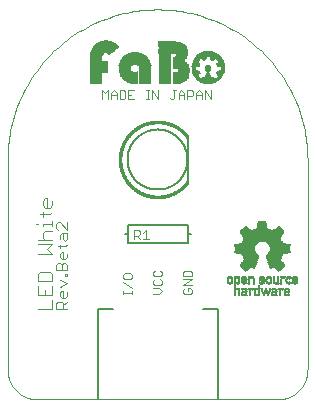
<source format=gto>
G75*
%MOIN*%
%OFA0B0*%
%FSLAX25Y25*%
%IPPOS*%
%LPD*%
%AMOC8*
5,1,8,0,0,1.08239X$1,22.5*
%
%ADD10C,0.00400*%
%ADD11C,0.00300*%
%ADD12C,0.00000*%
%ADD13C,0.00500*%
%ADD14C,0.00800*%
%ADD15C,0.00100*%
%ADD16C,0.00600*%
%ADD17R,0.00650X0.00050*%
%ADD18R,0.00950X0.00050*%
%ADD19R,0.00800X0.00050*%
%ADD20R,0.00550X0.00050*%
%ADD21R,0.00600X0.00050*%
%ADD22R,0.01750X0.00050*%
%ADD23R,0.01000X0.00050*%
%ADD24R,0.01200X0.00050*%
%ADD25R,0.01800X0.00050*%
%ADD26R,0.01350X0.00050*%
%ADD27R,0.01900X0.00050*%
%ADD28R,0.00700X0.00050*%
%ADD29R,0.01850X0.00050*%
%ADD30R,0.01500X0.00050*%
%ADD31R,0.01950X0.00050*%
%ADD32R,0.01650X0.00050*%
%ADD33R,0.00750X0.00050*%
%ADD34R,0.02000X0.00050*%
%ADD35R,0.02050X0.00050*%
%ADD36R,0.00850X0.00050*%
%ADD37R,0.02100X0.00050*%
%ADD38R,0.00900X0.00050*%
%ADD39R,0.00450X0.00050*%
%ADD40R,0.00300X0.00050*%
%ADD41R,0.00200X0.00050*%
%ADD42R,0.01050X0.00050*%
%ADD43R,0.00100X0.00050*%
%ADD44R,0.01100X0.00050*%
%ADD45R,0.01150X0.00050*%
%ADD46R,0.02200X0.00050*%
%ADD47R,0.01250X0.00050*%
%ADD48R,0.00150X0.00050*%
%ADD49R,0.00250X0.00050*%
%ADD50R,0.00500X0.00050*%
%ADD51R,0.01550X0.00050*%
%ADD52R,0.01600X0.00050*%
%ADD53R,0.01700X0.00050*%
%ADD54R,0.01400X0.00050*%
%ADD55R,0.01300X0.00050*%
%ADD56R,0.00400X0.00050*%
%ADD57R,0.01450X0.00050*%
%ADD58R,0.02150X0.00050*%
%ADD59R,0.00350X0.00050*%
%ADD60R,0.00050X0.00050*%
%ADD61R,0.02250X0.00050*%
%ADD62R,0.02400X0.00050*%
%ADD63R,0.02500X0.00050*%
%ADD64R,0.02650X0.00050*%
%ADD65R,0.02750X0.00050*%
%ADD66R,0.02900X0.00050*%
%ADD67R,0.03000X0.00050*%
%ADD68R,0.03150X0.00050*%
%ADD69R,0.03250X0.00050*%
%ADD70R,0.04600X0.00050*%
%ADD71R,0.04650X0.00050*%
%ADD72R,0.04750X0.00050*%
%ADD73R,0.04800X0.00050*%
%ADD74R,0.04900X0.00050*%
%ADD75R,0.04950X0.00050*%
%ADD76R,0.05000X0.00050*%
%ADD77R,0.05100X0.00050*%
%ADD78R,0.05150X0.00050*%
%ADD79R,0.05200X0.00050*%
%ADD80R,0.05250X0.00050*%
%ADD81R,0.05050X0.00050*%
%ADD82R,0.04850X0.00050*%
%ADD83R,0.05300X0.00050*%
%ADD84R,0.05350X0.00050*%
%ADD85R,0.05450X0.00050*%
%ADD86R,0.05500X0.00050*%
%ADD87R,0.05550X0.00050*%
%ADD88R,0.05650X0.00050*%
%ADD89R,0.05600X0.00050*%
%ADD90R,0.05400X0.00050*%
%ADD91R,0.05700X0.00050*%
%ADD92R,0.05900X0.00050*%
%ADD93R,0.06150X0.00050*%
%ADD94R,0.06350X0.00050*%
%ADD95R,0.06550X0.00050*%
%ADD96R,0.06850X0.00050*%
%ADD97R,0.07050X0.00050*%
%ADD98R,0.07100X0.00050*%
%ADD99R,0.07000X0.00050*%
%ADD100R,0.06950X0.00050*%
%ADD101R,0.06900X0.00050*%
%ADD102R,0.06800X0.00050*%
%ADD103R,0.06600X0.00050*%
%ADD104R,0.05750X0.00050*%
%ADD105R,0.06050X0.00050*%
%ADD106R,0.13050X0.00050*%
%ADD107R,0.12950X0.00050*%
%ADD108R,0.12850X0.00050*%
%ADD109R,0.12750X0.00050*%
%ADD110R,0.12650X0.00050*%
%ADD111R,0.12550X0.00050*%
%ADD112R,0.12450X0.00050*%
%ADD113R,0.12350X0.00050*%
%ADD114R,0.12250X0.00050*%
%ADD115R,0.12150X0.00050*%
%ADD116R,0.13150X0.00050*%
%ADD117R,0.13250X0.00050*%
%ADD118R,0.13350X0.00050*%
%ADD119R,0.13450X0.00050*%
%ADD120R,0.13550X0.00050*%
%ADD121R,0.13650X0.00050*%
%ADD122R,0.13750X0.00050*%
%ADD123R,0.13850X0.00050*%
%ADD124R,0.13950X0.00050*%
%ADD125R,0.14050X0.00050*%
%ADD126R,0.14150X0.00050*%
%ADD127R,0.14250X0.00050*%
%ADD128R,0.14350X0.00050*%
%ADD129R,0.14450X0.00050*%
%ADD130R,0.14550X0.00050*%
%ADD131R,0.14650X0.00050*%
%ADD132R,0.14750X0.00050*%
%ADD133R,0.14850X0.00050*%
%ADD134R,0.14950X0.00050*%
%ADD135R,0.03450X0.00050*%
%ADD136R,0.06750X0.00050*%
%ADD137R,0.03300X0.00050*%
%ADD138R,0.06450X0.00050*%
%ADD139R,0.03200X0.00050*%
%ADD140R,0.06250X0.00050*%
%ADD141R,0.03050X0.00050*%
%ADD142R,0.05950X0.00050*%
%ADD143R,0.02950X0.00050*%
%ADD144R,0.02850X0.00050*%
%ADD145R,0.02800X0.00050*%
%ADD146R,0.02700X0.00050*%
%ADD147R,0.02600X0.00050*%
%ADD148R,0.02450X0.00050*%
%ADD149R,0.02350X0.00050*%
%ADD150R,0.04550X0.00050*%
%ADD151R,0.04250X0.00050*%
%ADD152R,0.04050X0.00050*%
%ADD153R,0.03750X0.00050*%
%ADD154R,0.03650X0.00050*%
%ADD155R,0.03550X0.00050*%
%ADD156R,0.03350X0.00050*%
%ADD157R,0.01008X0.00048*%
%ADD158R,0.00672X0.00048*%
%ADD159R,0.01776X0.00048*%
%ADD160R,0.01584X0.00048*%
%ADD161R,0.02160X0.00048*%
%ADD162R,0.02208X0.00048*%
%ADD163R,0.02352X0.00048*%
%ADD164R,0.02592X0.00048*%
%ADD165R,0.04272X0.00048*%
%ADD166R,0.02544X0.00048*%
%ADD167R,0.03936X0.00048*%
%ADD168R,0.01008X0.00048*%
%ADD169R,0.02976X0.00048*%
%ADD170R,0.04320X0.00048*%
%ADD171R,0.02736X0.00048*%
%ADD172R,0.03984X0.00048*%
%ADD173R,0.04272X0.00048*%
%ADD174R,0.02016X0.00048*%
%ADD175R,0.03312X0.00048*%
%ADD176R,0.04320X0.00048*%
%ADD177R,0.02880X0.00048*%
%ADD178R,0.03984X0.00048*%
%ADD179R,0.03552X0.00048*%
%ADD180R,0.03024X0.00048*%
%ADD181R,0.02592X0.00048*%
%ADD182R,0.03840X0.00048*%
%ADD183R,0.03120X0.00048*%
%ADD184R,0.02832X0.00048*%
%ADD185R,0.04080X0.00048*%
%ADD186R,0.03216X0.00048*%
%ADD187R,0.02976X0.00048*%
%ADD188R,0.03360X0.00048*%
%ADD189R,0.04512X0.00048*%
%ADD190R,0.03456X0.00048*%
%ADD191R,0.03264X0.00048*%
%ADD192R,0.04752X0.00048*%
%ADD193R,0.04944X0.00048*%
%ADD194R,0.03648X0.00048*%
%ADD195R,0.03456X0.00048*%
%ADD196R,0.05136X0.00048*%
%ADD197R,0.03744X0.00048*%
%ADD198R,0.03552X0.00048*%
%ADD199R,0.05328X0.00048*%
%ADD200R,0.03792X0.00048*%
%ADD201R,0.05472X0.00048*%
%ADD202R,0.03888X0.00048*%
%ADD203R,0.05616X0.00048*%
%ADD204R,0.03840X0.00048*%
%ADD205R,0.05760X0.00048*%
%ADD206R,0.04032X0.00048*%
%ADD207R,0.05952X0.00048*%
%ADD208R,0.04128X0.00048*%
%ADD209R,0.06096X0.00048*%
%ADD210R,0.04176X0.00048*%
%ADD211R,0.06240X0.00048*%
%ADD212R,0.04224X0.00048*%
%ADD213R,0.06336X0.00048*%
%ADD214R,0.04176X0.00048*%
%ADD215R,0.06480X0.00048*%
%ADD216R,0.04368X0.00048*%
%ADD217R,0.04224X0.00048*%
%ADD218R,0.06624X0.00048*%
%ADD219R,0.04464X0.00048*%
%ADD220R,0.06720X0.00048*%
%ADD221R,0.04512X0.00048*%
%ADD222R,0.06864X0.00048*%
%ADD223R,0.04560X0.00048*%
%ADD224R,0.04416X0.00048*%
%ADD225R,0.07008X0.00048*%
%ADD226R,0.04608X0.00048*%
%ADD227R,0.04464X0.00048*%
%ADD228R,0.07104X0.00048*%
%ADD229R,0.04656X0.00048*%
%ADD230R,0.07200X0.00048*%
%ADD231R,0.04704X0.00048*%
%ADD232R,0.07296X0.00048*%
%ADD233R,0.07440X0.00048*%
%ADD234R,0.04800X0.00048*%
%ADD235R,0.07536X0.00048*%
%ADD236R,0.04848X0.00048*%
%ADD237R,0.04704X0.00048*%
%ADD238R,0.07632X0.00048*%
%ADD239R,0.04896X0.00048*%
%ADD240R,0.04752X0.00048*%
%ADD241R,0.07728X0.00048*%
%ADD242R,0.04944X0.00048*%
%ADD243R,0.04800X0.00048*%
%ADD244R,0.07824X0.00048*%
%ADD245R,0.04992X0.00048*%
%ADD246R,0.07920X0.00048*%
%ADD247R,0.05040X0.00048*%
%ADD248R,0.08016X0.00048*%
%ADD249R,0.05088X0.00048*%
%ADD250R,0.08064X0.00048*%
%ADD251R,0.01536X0.00048*%
%ADD252R,0.04704X0.00048*%
%ADD253R,0.05184X0.00048*%
%ADD254R,0.01536X0.00048*%
%ADD255R,0.04560X0.00048*%
%ADD256R,0.05232X0.00048*%
%ADD257R,0.05280X0.00048*%
%ADD258R,0.05280X0.00048*%
%ADD259R,0.01488X0.00048*%
%ADD260R,0.05088X0.00048*%
%ADD261R,0.01488X0.00048*%
%ADD262R,0.05376X0.00048*%
%ADD263R,0.03840X0.00048*%
%ADD264R,0.05424X0.00048*%
%ADD265R,0.05136X0.00048*%
%ADD266R,0.00576X0.00048*%
%ADD267R,0.02304X0.00048*%
%ADD268R,0.00624X0.00048*%
%ADD269R,0.05424X0.00048*%
%ADD270R,0.05184X0.00048*%
%ADD271R,0.00432X0.00048*%
%ADD272R,0.02208X0.00048*%
%ADD273R,0.01440X0.00048*%
%ADD274R,0.00288X0.00048*%
%ADD275R,0.02160X0.00048*%
%ADD276R,0.05520X0.00048*%
%ADD277R,0.05232X0.00048*%
%ADD278R,0.01440X0.00048*%
%ADD279R,0.00144X0.00048*%
%ADD280R,0.02112X0.00048*%
%ADD281R,0.00096X0.00048*%
%ADD282R,0.05568X0.00048*%
%ADD283R,0.02064X0.00048*%
%ADD284R,0.05568X0.00048*%
%ADD285R,0.01392X0.00048*%
%ADD286R,0.05616X0.00048*%
%ADD287R,0.05328X0.00048*%
%ADD288R,0.01392X0.00048*%
%ADD289R,0.02016X0.00048*%
%ADD290R,0.01968X0.00048*%
%ADD291R,0.01392X0.00048*%
%ADD292R,0.05664X0.00048*%
%ADD293R,0.01920X0.00048*%
%ADD294R,0.01344X0.00048*%
%ADD295R,0.05712X0.00048*%
%ADD296R,0.01872X0.00048*%
%ADD297R,0.05712X0.00048*%
%ADD298R,0.05376X0.00048*%
%ADD299R,0.01824X0.00048*%
%ADD300R,0.01824X0.00048*%
%ADD301R,0.05760X0.00048*%
%ADD302R,0.01776X0.00048*%
%ADD303R,0.05808X0.00048*%
%ADD304R,0.01584X0.00048*%
%ADD305R,0.01728X0.00048*%
%ADD306R,0.05808X0.00048*%
%ADD307R,0.05472X0.00048*%
%ADD308R,0.01632X0.00048*%
%ADD309R,0.01680X0.00048*%
%ADD310R,0.05856X0.00048*%
%ADD311R,0.01728X0.00048*%
%ADD312R,0.01632X0.00048*%
%ADD313R,0.01680X0.00048*%
%ADD314R,0.05856X0.00048*%
%ADD315R,0.01728X0.00048*%
%ADD316R,0.05904X0.00048*%
%ADD317R,0.05520X0.00048*%
%ADD318R,0.01920X0.00048*%
%ADD319R,0.01920X0.00048*%
%ADD320R,0.05952X0.00048*%
%ADD321R,0.01968X0.00048*%
%ADD322R,0.01440X0.00048*%
%ADD323R,0.06000X0.00048*%
%ADD324R,0.02064X0.00048*%
%ADD325R,0.06000X0.00048*%
%ADD326R,0.02112X0.00048*%
%ADD327R,0.01344X0.00048*%
%ADD328R,0.06048X0.00048*%
%ADD329R,0.01296X0.00048*%
%ADD330R,0.06048X0.00048*%
%ADD331R,0.02256X0.00048*%
%ADD332R,0.01248X0.00048*%
%ADD333R,0.02304X0.00048*%
%ADD334R,0.01200X0.00048*%
%ADD335R,0.01152X0.00048*%
%ADD336R,0.06096X0.00048*%
%ADD337R,0.02400X0.00048*%
%ADD338R,0.01152X0.00048*%
%ADD339R,0.02352X0.00048*%
%ADD340R,0.06144X0.00048*%
%ADD341R,0.02400X0.00048*%
%ADD342R,0.01104X0.00048*%
%ADD343R,0.06144X0.00048*%
%ADD344R,0.01056X0.00048*%
%ADD345R,0.06192X0.00048*%
%ADD346R,0.00960X0.00048*%
%ADD347R,0.06192X0.00048*%
%ADD348R,0.00912X0.00048*%
%ADD349R,0.00864X0.00048*%
%ADD350R,0.04896X0.00048*%
%ADD351R,0.04848X0.00048*%
%ADD352R,0.00864X0.00048*%
%ADD353R,0.00480X0.00048*%
%ADD354R,0.00816X0.00048*%
%ADD355R,0.04656X0.00048*%
%ADD356R,0.00336X0.00048*%
%ADD357R,0.04128X0.00048*%
%ADD358R,0.00768X0.00048*%
%ADD359R,0.00240X0.00048*%
%ADD360R,0.04032X0.00048*%
%ADD361R,0.00768X0.00048*%
%ADD362R,0.03936X0.00048*%
%ADD363R,0.00816X0.00048*%
%ADD364R,0.00048X0.00048*%
%ADD365R,0.03888X0.00048*%
%ADD366R,0.04416X0.00048*%
%ADD367R,0.02304X0.00048*%
%ADD368R,0.04368X0.00048*%
%ADD369R,0.03792X0.00048*%
%ADD370R,0.01440X0.00048*%
%ADD371R,0.01728X0.00048*%
%ADD372R,0.01296X0.00048*%
%ADD373R,0.01872X0.00048*%
%ADD374R,0.03744X0.00048*%
%ADD375R,0.04080X0.00048*%
%ADD376R,0.05520X0.00048*%
%ADD377R,0.04176X0.00048*%
%ADD378R,0.04176X0.00048*%
%ADD379R,0.02112X0.00048*%
%ADD380R,0.02448X0.00048*%
%ADD381R,0.02496X0.00048*%
%ADD382R,0.02496X0.00048*%
%ADD383R,0.02448X0.00048*%
%ADD384R,0.04320X0.00048*%
%ADD385R,0.02544X0.00048*%
%ADD386R,0.00528X0.00048*%
%ADD387R,0.05040X0.00048*%
%ADD388R,0.02640X0.00048*%
%ADD389R,0.04656X0.00048*%
%ADD390R,0.04992X0.00048*%
%ADD391R,0.02640X0.00048*%
%ADD392R,0.04992X0.00048*%
%ADD393R,0.10560X0.00048*%
%ADD394R,0.02688X0.00048*%
%ADD395R,0.10512X0.00048*%
%ADD396R,0.04848X0.00048*%
%ADD397R,0.10512X0.00048*%
%ADD398R,0.10464X0.00048*%
%ADD399R,0.10416X0.00048*%
%ADD400R,0.02448X0.00048*%
%ADD401R,0.10416X0.00048*%
%ADD402R,0.02448X0.00048*%
%ADD403R,0.10320X0.00048*%
%ADD404R,0.10320X0.00048*%
%ADD405R,0.02256X0.00048*%
%ADD406R,0.02256X0.00048*%
%ADD407R,0.10224X0.00048*%
%ADD408R,0.10224X0.00048*%
%ADD409R,0.10176X0.00048*%
%ADD410R,0.02112X0.00048*%
%ADD411R,0.10176X0.00048*%
%ADD412R,0.02064X0.00048*%
%ADD413R,0.10128X0.00048*%
%ADD414R,0.10080X0.00048*%
%ADD415R,0.01920X0.00048*%
%ADD416R,0.09984X0.00048*%
%ADD417R,0.03840X0.00048*%
%ADD418R,0.09984X0.00048*%
%ADD419R,0.01776X0.00048*%
%ADD420R,0.09888X0.00048*%
%ADD421R,0.03648X0.00048*%
%ADD422R,0.09888X0.00048*%
%ADD423R,0.09792X0.00048*%
%ADD424R,0.09792X0.00048*%
%ADD425R,0.03504X0.00048*%
%ADD426R,0.09744X0.00048*%
%ADD427R,0.03600X0.00048*%
%ADD428R,0.09696X0.00048*%
%ADD429R,0.00096X0.00048*%
%ADD430R,0.09648X0.00048*%
%ADD431R,0.03696X0.00048*%
%ADD432R,0.09600X0.00048*%
%ADD433R,0.00480X0.00048*%
%ADD434R,0.09552X0.00048*%
%ADD435R,0.00672X0.00048*%
%ADD436R,0.09456X0.00048*%
%ADD437R,0.09456X0.00048*%
%ADD438R,0.01056X0.00048*%
%ADD439R,0.09360X0.00048*%
%ADD440R,0.01200X0.00048*%
%ADD441R,0.09264X0.00048*%
%ADD442R,0.01248X0.00048*%
%ADD443R,0.09264X0.00048*%
%ADD444R,0.09168X0.00048*%
%ADD445R,0.01392X0.00048*%
%ADD446R,0.09120X0.00048*%
%ADD447R,0.09072X0.00048*%
%ADD448R,0.01584X0.00048*%
%ADD449R,0.08976X0.00048*%
%ADD450R,0.08928X0.00048*%
%ADD451R,0.08832X0.00048*%
%ADD452R,0.08784X0.00048*%
%ADD453R,0.08736X0.00048*%
%ADD454R,0.03792X0.00048*%
%ADD455R,0.08640X0.00048*%
%ADD456R,0.08544X0.00048*%
%ADD457R,0.08448X0.00048*%
%ADD458R,0.08400X0.00048*%
%ADD459R,0.03696X0.00048*%
%ADD460R,0.08304X0.00048*%
%ADD461R,0.08208X0.00048*%
%ADD462R,0.08112X0.00048*%
%ADD463R,0.03648X0.00048*%
%ADD464R,0.03984X0.00048*%
%ADD465R,0.07968X0.00048*%
%ADD466R,0.03600X0.00048*%
%ADD467R,0.07824X0.00048*%
%ADD468R,0.07728X0.00048*%
%ADD469R,0.03504X0.00048*%
%ADD470R,0.07632X0.00048*%
%ADD471R,0.07536X0.00048*%
%ADD472R,0.03648X0.00048*%
%ADD473R,0.08064X0.00048*%
%ADD474R,0.07440X0.00048*%
%ADD475R,0.08016X0.00048*%
%ADD476R,0.07344X0.00048*%
%ADD477R,0.07920X0.00048*%
%ADD478R,0.07248X0.00048*%
%ADD479R,0.07152X0.00048*%
%ADD480R,0.06960X0.00048*%
%ADD481R,0.06864X0.00048*%
%ADD482R,0.06720X0.00048*%
%ADD483R,0.06576X0.00048*%
%ADD484R,0.06480X0.00048*%
%ADD485R,0.07200X0.00048*%
%ADD486R,0.07104X0.00048*%
%ADD487R,0.04320X0.00048*%
%ADD488R,0.06192X0.00048*%
%ADD489R,0.07008X0.00048*%
%ADD490R,0.00192X0.00048*%
%ADD491R,0.06048X0.00048*%
%ADD492R,0.00384X0.00048*%
%ADD493R,0.05712X0.00048*%
%ADD494R,0.06336X0.00048*%
%ADD495R,0.06240X0.00048*%
%ADD496R,0.04128X0.00048*%
%ADD497R,0.03984X0.00048*%
%ADD498R,0.04512X0.00048*%
%ADD499R,0.09744X0.00048*%
%ADD500R,0.02976X0.00048*%
%ADD501R,0.07248X0.00048*%
%ADD502R,0.07344X0.00048*%
%ADD503R,0.07488X0.00048*%
%ADD504R,0.07488X0.00048*%
%ADD505R,0.07584X0.00048*%
%ADD506R,0.07680X0.00048*%
%ADD507R,0.00624X0.00048*%
%ADD508R,0.07872X0.00048*%
%ADD509R,0.09696X0.00048*%
%ADD510R,0.07920X0.00048*%
%ADD511R,0.07968X0.00048*%
%ADD512R,0.08064X0.00048*%
%ADD513R,0.08160X0.00048*%
%ADD514R,0.08160X0.00048*%
%ADD515R,0.09648X0.00048*%
%ADD516R,0.08208X0.00048*%
%ADD517R,0.08256X0.00048*%
%ADD518R,0.08304X0.00048*%
%ADD519R,0.09600X0.00048*%
%ADD520R,0.08352X0.00048*%
%ADD521R,0.08400X0.00048*%
%ADD522R,0.08448X0.00048*%
%ADD523R,0.09552X0.00048*%
%ADD524R,0.08448X0.00048*%
%ADD525R,0.08496X0.00048*%
%ADD526R,0.09504X0.00048*%
%ADD527R,0.08592X0.00048*%
%ADD528R,0.09504X0.00048*%
%ADD529R,0.08640X0.00048*%
%ADD530R,0.08688X0.00048*%
%ADD531R,0.09408X0.00048*%
%ADD532R,0.08688X0.00048*%
%ADD533R,0.08592X0.00048*%
%ADD534R,0.08544X0.00048*%
%ADD535R,0.09360X0.00048*%
%ADD536R,0.08448X0.00048*%
%ADD537R,0.09312X0.00048*%
%ADD538R,0.08352X0.00048*%
%ADD539R,0.09312X0.00048*%
%ADD540R,0.08256X0.00048*%
%ADD541R,0.08256X0.00048*%
%ADD542R,0.09216X0.00048*%
%ADD543R,0.09168X0.00048*%
%ADD544R,0.07776X0.00048*%
%ADD545R,0.09024X0.00048*%
%ADD546R,0.07680X0.00048*%
%ADD547R,0.09024X0.00048*%
%ADD548R,0.07584X0.00048*%
%ADD549R,0.07392X0.00048*%
%ADD550R,0.08880X0.00048*%
%ADD551R,0.07296X0.00048*%
%ADD552R,0.08832X0.00048*%
%ADD553R,0.08784X0.00048*%
%ADD554R,0.07104X0.00048*%
%ADD555R,0.06912X0.00048*%
%ADD556R,0.06768X0.00048*%
%ADD557R,0.06624X0.00048*%
%ADD558R,0.06528X0.00048*%
%ADD559R,0.06384X0.00048*%
%ADD560R,0.06240X0.00048*%
%ADD561R,0.05856X0.00048*%
%ADD562R,0.05184X0.00048*%
%ADD563R,0.06912X0.00048*%
%ADD564R,0.06288X0.00048*%
%ADD565R,0.03456X0.00048*%
%ADD566R,0.03120X0.00048*%
%ADD567R,0.02784X0.00048*%
D10*
X0016996Y0054206D02*
X0021600Y0054206D01*
X0021600Y0057275D01*
X0021600Y0058810D02*
X0021600Y0061879D01*
X0021600Y0063414D02*
X0021600Y0065716D01*
X0020833Y0066483D01*
X0017763Y0066483D01*
X0016996Y0065716D01*
X0016996Y0063414D01*
X0021600Y0063414D01*
X0019298Y0060344D02*
X0019298Y0058810D01*
X0016996Y0058810D02*
X0016996Y0061879D01*
X0016996Y0058810D02*
X0021600Y0058810D01*
X0021600Y0072622D02*
X0016996Y0072622D01*
X0016996Y0075691D02*
X0021600Y0075691D01*
X0020065Y0074156D01*
X0021600Y0072622D01*
X0021600Y0077226D02*
X0016996Y0077226D01*
X0018531Y0077993D02*
X0018531Y0079527D01*
X0019298Y0080295D01*
X0021600Y0080295D01*
X0021600Y0081829D02*
X0021600Y0083364D01*
X0021600Y0082597D02*
X0018531Y0082597D01*
X0018531Y0081829D01*
X0016996Y0082597D02*
X0016229Y0082597D01*
X0018531Y0084899D02*
X0018531Y0086433D01*
X0017763Y0085666D02*
X0020833Y0085666D01*
X0021600Y0086433D01*
X0020833Y0087968D02*
X0019298Y0087968D01*
X0018531Y0088735D01*
X0018531Y0090270D01*
X0019298Y0091037D01*
X0020065Y0091037D01*
X0020065Y0087968D01*
X0020833Y0087968D02*
X0021600Y0088735D01*
X0021600Y0090270D01*
X0018531Y0077993D02*
X0019298Y0077226D01*
D11*
X0023564Y0075030D02*
X0026033Y0075030D01*
X0026650Y0075648D01*
X0026033Y0076869D02*
X0025416Y0077486D01*
X0025416Y0079337D01*
X0024798Y0079337D02*
X0024181Y0078720D01*
X0024181Y0077486D01*
X0024181Y0075648D02*
X0024181Y0074413D01*
X0024798Y0073199D02*
X0025416Y0073199D01*
X0025416Y0070730D01*
X0026033Y0070730D02*
X0024798Y0070730D01*
X0024181Y0071347D01*
X0024181Y0072582D01*
X0024798Y0073199D01*
X0026650Y0072582D02*
X0026650Y0071347D01*
X0026033Y0070730D01*
X0026033Y0069516D02*
X0026650Y0068898D01*
X0026650Y0067047D01*
X0022947Y0067047D01*
X0022947Y0068898D01*
X0023564Y0069516D01*
X0024181Y0069516D01*
X0024798Y0068898D01*
X0024798Y0067047D01*
X0026033Y0065823D02*
X0026650Y0065823D01*
X0026650Y0065205D01*
X0026033Y0065205D01*
X0026033Y0065823D01*
X0024181Y0063991D02*
X0026650Y0062757D01*
X0024181Y0061522D01*
X0024798Y0060308D02*
X0025416Y0060308D01*
X0025416Y0057839D01*
X0026033Y0057839D02*
X0024798Y0057839D01*
X0024181Y0058456D01*
X0024181Y0059691D01*
X0024798Y0060308D01*
X0026650Y0059691D02*
X0026650Y0058456D01*
X0026033Y0057839D01*
X0026650Y0056625D02*
X0025416Y0055390D01*
X0025416Y0056007D02*
X0025416Y0054156D01*
X0026650Y0054156D02*
X0022947Y0054156D01*
X0022947Y0056007D01*
X0023564Y0056625D01*
X0024798Y0056625D01*
X0025416Y0056007D01*
X0024798Y0068898D02*
X0025416Y0069516D01*
X0026033Y0069516D01*
X0026033Y0076869D02*
X0026650Y0077486D01*
X0026650Y0079337D01*
X0024798Y0079337D01*
X0023564Y0080552D02*
X0022947Y0081169D01*
X0022947Y0082403D01*
X0023564Y0083021D01*
X0024181Y0083021D01*
X0026650Y0080552D01*
X0026650Y0083021D01*
X0045348Y0065518D02*
X0045831Y0066002D01*
X0047766Y0066002D01*
X0048250Y0065518D01*
X0048250Y0064551D01*
X0047766Y0064067D01*
X0045831Y0064067D01*
X0045348Y0064551D01*
X0045348Y0065518D01*
X0045348Y0063055D02*
X0048250Y0061120D01*
X0048250Y0060123D02*
X0048250Y0059156D01*
X0048250Y0059640D02*
X0045348Y0059640D01*
X0045348Y0060123D02*
X0045348Y0059156D01*
X0055348Y0059156D02*
X0057283Y0059156D01*
X0058250Y0060123D01*
X0057283Y0061091D01*
X0055348Y0061091D01*
X0055831Y0062102D02*
X0055348Y0062586D01*
X0055348Y0063554D01*
X0055831Y0064037D01*
X0055831Y0065049D02*
X0055348Y0065533D01*
X0055348Y0066500D01*
X0055831Y0066984D01*
X0055831Y0065049D02*
X0057766Y0065049D01*
X0058250Y0065533D01*
X0058250Y0066500D01*
X0057766Y0066984D01*
X0057766Y0064037D02*
X0058250Y0063554D01*
X0058250Y0062586D01*
X0057766Y0062102D01*
X0055831Y0062102D01*
X0065348Y0062102D02*
X0068250Y0064037D01*
X0065348Y0064037D01*
X0065348Y0065049D02*
X0065348Y0066500D01*
X0065831Y0066984D01*
X0067766Y0066984D01*
X0068250Y0066500D01*
X0068250Y0065049D01*
X0065348Y0065049D01*
X0065348Y0062102D02*
X0068250Y0062102D01*
X0067766Y0061091D02*
X0066799Y0061091D01*
X0066799Y0060123D01*
X0067766Y0059156D02*
X0065831Y0059156D01*
X0065348Y0059640D01*
X0065348Y0060607D01*
X0065831Y0061091D01*
X0067766Y0061091D02*
X0068250Y0060607D01*
X0068250Y0059640D01*
X0067766Y0059156D01*
X0053831Y0077656D02*
X0051897Y0077656D01*
X0052864Y0077656D02*
X0052864Y0080558D01*
X0051897Y0079591D01*
X0050885Y0080075D02*
X0050401Y0080558D01*
X0048950Y0080558D01*
X0048950Y0077656D01*
X0048950Y0078623D02*
X0050401Y0078623D01*
X0050885Y0079107D01*
X0050885Y0080075D01*
X0049917Y0078623D02*
X0050885Y0077656D01*
X0049063Y0124156D02*
X0047128Y0124156D01*
X0047128Y0127058D01*
X0049063Y0127058D01*
X0048096Y0125607D02*
X0047128Y0125607D01*
X0046117Y0124640D02*
X0046117Y0126575D01*
X0045633Y0127058D01*
X0044182Y0127058D01*
X0044182Y0124156D01*
X0045633Y0124156D01*
X0046117Y0124640D01*
X0043170Y0124156D02*
X0043170Y0126091D01*
X0042203Y0127058D01*
X0041235Y0126091D01*
X0041235Y0124156D01*
X0040224Y0124156D02*
X0040224Y0127058D01*
X0039256Y0126091D01*
X0038289Y0127058D01*
X0038289Y0124156D01*
X0041235Y0125607D02*
X0043170Y0125607D01*
X0053021Y0124156D02*
X0053989Y0124156D01*
X0053505Y0124156D02*
X0053505Y0127058D01*
X0053021Y0127058D02*
X0053989Y0127058D01*
X0054986Y0127058D02*
X0056921Y0124156D01*
X0056921Y0127058D01*
X0054986Y0127058D02*
X0054986Y0124156D01*
X0060879Y0124640D02*
X0061362Y0124156D01*
X0061846Y0124156D01*
X0062330Y0124640D01*
X0062330Y0127058D01*
X0061846Y0127058D02*
X0062814Y0127058D01*
X0063825Y0126091D02*
X0064793Y0127058D01*
X0065760Y0126091D01*
X0065760Y0124156D01*
X0066772Y0124156D02*
X0066772Y0127058D01*
X0068223Y0127058D01*
X0068707Y0126575D01*
X0068707Y0125607D01*
X0068223Y0125123D01*
X0066772Y0125123D01*
X0065760Y0125607D02*
X0063825Y0125607D01*
X0063825Y0126091D02*
X0063825Y0124156D01*
X0069718Y0124156D02*
X0069718Y0126091D01*
X0070686Y0127058D01*
X0071653Y0126091D01*
X0071653Y0124156D01*
X0072665Y0124156D02*
X0072665Y0127058D01*
X0074600Y0124156D01*
X0074600Y0127058D01*
X0071653Y0125607D02*
X0069718Y0125607D01*
D12*
X0096800Y0024006D02*
X0016800Y0024006D01*
X0016558Y0024009D01*
X0016317Y0024018D01*
X0016076Y0024032D01*
X0015835Y0024053D01*
X0015595Y0024079D01*
X0015355Y0024111D01*
X0015116Y0024149D01*
X0014879Y0024192D01*
X0014642Y0024242D01*
X0014407Y0024297D01*
X0014173Y0024357D01*
X0013941Y0024424D01*
X0013710Y0024495D01*
X0013481Y0024573D01*
X0013254Y0024656D01*
X0013029Y0024744D01*
X0012806Y0024838D01*
X0012586Y0024937D01*
X0012368Y0025042D01*
X0012153Y0025151D01*
X0011940Y0025266D01*
X0011730Y0025386D01*
X0011524Y0025511D01*
X0011320Y0025641D01*
X0011119Y0025776D01*
X0010922Y0025916D01*
X0010728Y0026060D01*
X0010538Y0026209D01*
X0010352Y0026363D01*
X0010169Y0026521D01*
X0009990Y0026683D01*
X0009815Y0026850D01*
X0009644Y0027021D01*
X0009477Y0027196D01*
X0009315Y0027375D01*
X0009157Y0027558D01*
X0009003Y0027744D01*
X0008854Y0027934D01*
X0008710Y0028128D01*
X0008570Y0028325D01*
X0008435Y0028526D01*
X0008305Y0028730D01*
X0008180Y0028936D01*
X0008060Y0029146D01*
X0007945Y0029359D01*
X0007836Y0029574D01*
X0007731Y0029792D01*
X0007632Y0030012D01*
X0007538Y0030235D01*
X0007450Y0030460D01*
X0007367Y0030687D01*
X0007289Y0030916D01*
X0007218Y0031147D01*
X0007151Y0031379D01*
X0007091Y0031613D01*
X0007036Y0031848D01*
X0006986Y0032085D01*
X0006943Y0032322D01*
X0006905Y0032561D01*
X0006873Y0032801D01*
X0006847Y0033041D01*
X0006826Y0033282D01*
X0006812Y0033523D01*
X0006803Y0033764D01*
X0006800Y0034006D01*
X0006800Y0104006D01*
X0006815Y0105224D01*
X0006859Y0106440D01*
X0006933Y0107656D01*
X0007037Y0108869D01*
X0007170Y0110079D01*
X0007333Y0111286D01*
X0007525Y0112488D01*
X0007746Y0113686D01*
X0007996Y0114878D01*
X0008275Y0116063D01*
X0008583Y0117241D01*
X0008920Y0118411D01*
X0009285Y0119573D01*
X0009678Y0120725D01*
X0010099Y0121868D01*
X0010548Y0122999D01*
X0011024Y0124120D01*
X0011528Y0125229D01*
X0012058Y0126325D01*
X0012615Y0127408D01*
X0013198Y0128477D01*
X0013806Y0129531D01*
X0014441Y0130571D01*
X0015100Y0131594D01*
X0015784Y0132602D01*
X0016493Y0133592D01*
X0017225Y0134565D01*
X0017981Y0135519D01*
X0018760Y0136455D01*
X0019561Y0137372D01*
X0020385Y0138269D01*
X0021230Y0139145D01*
X0022096Y0140001D01*
X0022983Y0140836D01*
X0023890Y0141648D01*
X0024816Y0142438D01*
X0025762Y0143206D01*
X0026725Y0143950D01*
X0027707Y0144670D01*
X0028706Y0145367D01*
X0029721Y0146039D01*
X0030753Y0146686D01*
X0031800Y0147307D01*
X0032862Y0147903D01*
X0033938Y0148473D01*
X0035027Y0149017D01*
X0036130Y0149533D01*
X0037245Y0150023D01*
X0038371Y0150486D01*
X0039508Y0150921D01*
X0040656Y0151328D01*
X0041813Y0151707D01*
X0042979Y0152058D01*
X0044153Y0152380D01*
X0045335Y0152674D01*
X0046524Y0152939D01*
X0047718Y0153174D01*
X0048918Y0153381D01*
X0050123Y0153558D01*
X0051331Y0153706D01*
X0052543Y0153824D01*
X0053758Y0153913D01*
X0054974Y0153973D01*
X0056191Y0154002D01*
X0057409Y0154002D01*
X0058626Y0153973D01*
X0059842Y0153913D01*
X0061057Y0153824D01*
X0062269Y0153706D01*
X0063477Y0153558D01*
X0064682Y0153381D01*
X0065882Y0153174D01*
X0067076Y0152939D01*
X0068265Y0152674D01*
X0069447Y0152380D01*
X0070621Y0152058D01*
X0071787Y0151707D01*
X0072944Y0151328D01*
X0074092Y0150921D01*
X0075229Y0150486D01*
X0076355Y0150023D01*
X0077470Y0149533D01*
X0078573Y0149017D01*
X0079662Y0148473D01*
X0080738Y0147903D01*
X0081800Y0147307D01*
X0082847Y0146686D01*
X0083879Y0146039D01*
X0084894Y0145367D01*
X0085893Y0144670D01*
X0086875Y0143950D01*
X0087838Y0143206D01*
X0088784Y0142438D01*
X0089710Y0141648D01*
X0090617Y0140836D01*
X0091504Y0140001D01*
X0092370Y0139145D01*
X0093215Y0138269D01*
X0094039Y0137372D01*
X0094840Y0136455D01*
X0095619Y0135519D01*
X0096375Y0134565D01*
X0097107Y0133592D01*
X0097816Y0132602D01*
X0098500Y0131594D01*
X0099159Y0130571D01*
X0099794Y0129531D01*
X0100402Y0128477D01*
X0100985Y0127408D01*
X0101542Y0126325D01*
X0102072Y0125229D01*
X0102576Y0124120D01*
X0103052Y0122999D01*
X0103501Y0121868D01*
X0103922Y0120725D01*
X0104315Y0119573D01*
X0104680Y0118411D01*
X0105017Y0117241D01*
X0105325Y0116063D01*
X0105604Y0114878D01*
X0105854Y0113686D01*
X0106075Y0112488D01*
X0106267Y0111286D01*
X0106430Y0110079D01*
X0106563Y0108869D01*
X0106667Y0107656D01*
X0106741Y0106440D01*
X0106785Y0105224D01*
X0106800Y0104006D01*
X0106800Y0034006D01*
X0106797Y0033764D01*
X0106788Y0033523D01*
X0106774Y0033282D01*
X0106753Y0033041D01*
X0106727Y0032801D01*
X0106695Y0032561D01*
X0106657Y0032322D01*
X0106614Y0032085D01*
X0106564Y0031848D01*
X0106509Y0031613D01*
X0106449Y0031379D01*
X0106382Y0031147D01*
X0106311Y0030916D01*
X0106233Y0030687D01*
X0106150Y0030460D01*
X0106062Y0030235D01*
X0105968Y0030012D01*
X0105869Y0029792D01*
X0105764Y0029574D01*
X0105655Y0029359D01*
X0105540Y0029146D01*
X0105420Y0028936D01*
X0105295Y0028730D01*
X0105165Y0028526D01*
X0105030Y0028325D01*
X0104890Y0028128D01*
X0104746Y0027934D01*
X0104597Y0027744D01*
X0104443Y0027558D01*
X0104285Y0027375D01*
X0104123Y0027196D01*
X0103956Y0027021D01*
X0103785Y0026850D01*
X0103610Y0026683D01*
X0103431Y0026521D01*
X0103248Y0026363D01*
X0103062Y0026209D01*
X0102872Y0026060D01*
X0102678Y0025916D01*
X0102481Y0025776D01*
X0102280Y0025641D01*
X0102076Y0025511D01*
X0101870Y0025386D01*
X0101660Y0025266D01*
X0101447Y0025151D01*
X0101232Y0025042D01*
X0101014Y0024937D01*
X0100794Y0024838D01*
X0100571Y0024744D01*
X0100346Y0024656D01*
X0100119Y0024573D01*
X0099890Y0024495D01*
X0099659Y0024424D01*
X0099427Y0024357D01*
X0099193Y0024297D01*
X0098958Y0024242D01*
X0098721Y0024192D01*
X0098484Y0024149D01*
X0098245Y0024111D01*
X0098005Y0024079D01*
X0097765Y0024053D01*
X0097524Y0024032D01*
X0097283Y0024018D01*
X0097042Y0024009D01*
X0096800Y0024006D01*
D13*
X0076800Y0024006D02*
X0076800Y0054006D01*
X0071800Y0054006D01*
X0041800Y0054006D02*
X0036800Y0054006D01*
X0036800Y0024006D01*
D14*
X0046800Y0076006D02*
X0046800Y0079006D01*
X0045800Y0079006D01*
X0046800Y0079006D02*
X0046800Y0082006D01*
X0066800Y0082006D01*
X0066800Y0079006D01*
X0067800Y0079006D01*
X0066800Y0079006D02*
X0066800Y0076006D01*
X0046800Y0076006D01*
X0066800Y0096506D02*
X0066800Y0111506D01*
D15*
X0067129Y0111815D02*
X0066409Y0111275D01*
X0066410Y0111276D02*
X0066229Y0111509D01*
X0066043Y0111737D01*
X0065851Y0111961D01*
X0065654Y0112180D01*
X0065452Y0112394D01*
X0065244Y0112603D01*
X0065031Y0112806D01*
X0064814Y0113005D01*
X0064591Y0113198D01*
X0064364Y0113386D01*
X0064133Y0113568D01*
X0063897Y0113745D01*
X0063656Y0113915D01*
X0063412Y0114080D01*
X0063164Y0114238D01*
X0062912Y0114391D01*
X0062656Y0114537D01*
X0062397Y0114677D01*
X0062134Y0114811D01*
X0061869Y0114938D01*
X0061600Y0115059D01*
X0061328Y0115173D01*
X0061054Y0115280D01*
X0060777Y0115381D01*
X0060498Y0115475D01*
X0060216Y0115562D01*
X0059933Y0115642D01*
X0059647Y0115715D01*
X0059360Y0115781D01*
X0059071Y0115840D01*
X0058781Y0115892D01*
X0058490Y0115937D01*
X0058198Y0115975D01*
X0057905Y0116005D01*
X0057611Y0116029D01*
X0057317Y0116045D01*
X0057023Y0116054D01*
X0056728Y0116056D01*
X0056433Y0116050D01*
X0056139Y0116038D01*
X0055845Y0116018D01*
X0055552Y0115991D01*
X0055259Y0115957D01*
X0054967Y0115916D01*
X0054677Y0115867D01*
X0054387Y0115812D01*
X0054100Y0115750D01*
X0053813Y0115680D01*
X0053529Y0115603D01*
X0053246Y0115520D01*
X0052966Y0115430D01*
X0052688Y0115333D01*
X0052412Y0115229D01*
X0052139Y0115118D01*
X0051869Y0115001D01*
X0051601Y0114877D01*
X0051337Y0114747D01*
X0051076Y0114610D01*
X0050819Y0114467D01*
X0050565Y0114317D01*
X0050314Y0114162D01*
X0050068Y0114000D01*
X0049826Y0113833D01*
X0049588Y0113659D01*
X0049354Y0113480D01*
X0049124Y0113295D01*
X0048900Y0113105D01*
X0048679Y0112909D01*
X0048464Y0112708D01*
X0048254Y0112501D01*
X0048049Y0112290D01*
X0047849Y0112073D01*
X0047654Y0111852D01*
X0047465Y0111626D01*
X0047282Y0111396D01*
X0047104Y0111161D01*
X0046932Y0110921D01*
X0046766Y0110678D01*
X0046606Y0110431D01*
X0046452Y0110180D01*
X0046304Y0109925D01*
X0046162Y0109666D01*
X0046027Y0109405D01*
X0045898Y0109140D01*
X0045776Y0108872D01*
X0045660Y0108601D01*
X0045551Y0108327D01*
X0045449Y0108051D01*
X0045354Y0107772D01*
X0045265Y0107491D01*
X0045183Y0107208D01*
X0045108Y0106923D01*
X0045041Y0106636D01*
X0044980Y0106348D01*
X0044926Y0106058D01*
X0044879Y0105767D01*
X0044840Y0105475D01*
X0044808Y0105183D01*
X0044782Y0104889D01*
X0044764Y0104595D01*
X0044754Y0104301D01*
X0044750Y0104006D01*
X0044754Y0103711D01*
X0044764Y0103417D01*
X0044782Y0103123D01*
X0044808Y0102829D01*
X0044840Y0102537D01*
X0044879Y0102245D01*
X0044926Y0101954D01*
X0044980Y0101664D01*
X0045041Y0101376D01*
X0045108Y0101089D01*
X0045183Y0100804D01*
X0045265Y0100521D01*
X0045354Y0100240D01*
X0045449Y0099961D01*
X0045551Y0099685D01*
X0045660Y0099411D01*
X0045776Y0099140D01*
X0045898Y0098872D01*
X0046027Y0098607D01*
X0046162Y0098346D01*
X0046304Y0098087D01*
X0046452Y0097832D01*
X0046606Y0097581D01*
X0046766Y0097334D01*
X0046932Y0097091D01*
X0047104Y0096851D01*
X0047282Y0096616D01*
X0047465Y0096386D01*
X0047654Y0096160D01*
X0047849Y0095939D01*
X0048049Y0095722D01*
X0048254Y0095511D01*
X0048464Y0095304D01*
X0048679Y0095103D01*
X0048900Y0094907D01*
X0049124Y0094717D01*
X0049354Y0094532D01*
X0049588Y0094353D01*
X0049826Y0094179D01*
X0050068Y0094012D01*
X0050314Y0093850D01*
X0050565Y0093695D01*
X0050819Y0093545D01*
X0051076Y0093402D01*
X0051337Y0093265D01*
X0051601Y0093135D01*
X0051869Y0093011D01*
X0052139Y0092894D01*
X0052412Y0092783D01*
X0052688Y0092679D01*
X0052966Y0092582D01*
X0053246Y0092492D01*
X0053529Y0092409D01*
X0053813Y0092332D01*
X0054100Y0092262D01*
X0054387Y0092200D01*
X0054677Y0092145D01*
X0054967Y0092096D01*
X0055259Y0092055D01*
X0055552Y0092021D01*
X0055845Y0091994D01*
X0056139Y0091974D01*
X0056433Y0091962D01*
X0056728Y0091956D01*
X0057023Y0091958D01*
X0057317Y0091967D01*
X0057611Y0091983D01*
X0057905Y0092007D01*
X0058198Y0092037D01*
X0058490Y0092075D01*
X0058781Y0092120D01*
X0059071Y0092172D01*
X0059360Y0092231D01*
X0059647Y0092297D01*
X0059933Y0092370D01*
X0060216Y0092450D01*
X0060498Y0092537D01*
X0060777Y0092631D01*
X0061054Y0092732D01*
X0061328Y0092839D01*
X0061600Y0092953D01*
X0061869Y0093074D01*
X0062134Y0093201D01*
X0062397Y0093335D01*
X0062656Y0093475D01*
X0062912Y0093621D01*
X0063164Y0093774D01*
X0063412Y0093932D01*
X0063656Y0094097D01*
X0063897Y0094267D01*
X0064133Y0094444D01*
X0064364Y0094626D01*
X0064591Y0094814D01*
X0064814Y0095007D01*
X0065031Y0095206D01*
X0065244Y0095409D01*
X0065452Y0095618D01*
X0065654Y0095832D01*
X0065851Y0096051D01*
X0066043Y0096275D01*
X0066229Y0096503D01*
X0066410Y0096736D01*
X0067129Y0096197D01*
X0067130Y0096196D01*
X0066936Y0095946D01*
X0066736Y0095700D01*
X0066530Y0095460D01*
X0066318Y0095225D01*
X0066100Y0094995D01*
X0065877Y0094770D01*
X0065649Y0094551D01*
X0065415Y0094337D01*
X0065176Y0094129D01*
X0064932Y0093927D01*
X0064683Y0093732D01*
X0064429Y0093542D01*
X0064171Y0093359D01*
X0063909Y0093182D01*
X0063642Y0093011D01*
X0063371Y0092847D01*
X0063096Y0092690D01*
X0062818Y0092539D01*
X0062535Y0092395D01*
X0062250Y0092259D01*
X0061961Y0092129D01*
X0061669Y0092006D01*
X0061374Y0091891D01*
X0061077Y0091783D01*
X0060776Y0091682D01*
X0060474Y0091588D01*
X0060169Y0091502D01*
X0059862Y0091423D01*
X0059554Y0091352D01*
X0059244Y0091289D01*
X0058932Y0091233D01*
X0058619Y0091184D01*
X0058305Y0091144D01*
X0057990Y0091111D01*
X0057674Y0091086D01*
X0057358Y0091068D01*
X0057042Y0091058D01*
X0056725Y0091056D01*
X0056408Y0091062D01*
X0056092Y0091075D01*
X0055776Y0091097D01*
X0055461Y0091125D01*
X0055146Y0091162D01*
X0054833Y0091206D01*
X0054520Y0091258D01*
X0054209Y0091318D01*
X0053900Y0091385D01*
X0053592Y0091460D01*
X0053286Y0091542D01*
X0052983Y0091631D01*
X0052681Y0091728D01*
X0052382Y0091833D01*
X0052086Y0091945D01*
X0051792Y0092063D01*
X0051502Y0092189D01*
X0051215Y0092322D01*
X0050930Y0092463D01*
X0050650Y0092610D01*
X0050373Y0092763D01*
X0050100Y0092924D01*
X0049831Y0093091D01*
X0049566Y0093265D01*
X0049306Y0093445D01*
X0049050Y0093631D01*
X0048799Y0093824D01*
X0048552Y0094022D01*
X0048310Y0094227D01*
X0048074Y0094437D01*
X0047842Y0094654D01*
X0047617Y0094876D01*
X0047396Y0095103D01*
X0047181Y0095335D01*
X0046972Y0095573D01*
X0046769Y0095816D01*
X0046571Y0096064D01*
X0046380Y0096316D01*
X0046195Y0096573D01*
X0046017Y0096835D01*
X0045845Y0097101D01*
X0045679Y0097370D01*
X0045520Y0097644D01*
X0045368Y0097922D01*
X0045223Y0098203D01*
X0045084Y0098488D01*
X0044953Y0098776D01*
X0044829Y0099068D01*
X0044711Y0099362D01*
X0044601Y0099659D01*
X0044499Y0099958D01*
X0044404Y0100260D01*
X0044316Y0100564D01*
X0044235Y0100871D01*
X0044162Y0101179D01*
X0044097Y0101489D01*
X0044039Y0101800D01*
X0043989Y0102113D01*
X0043947Y0102427D01*
X0043912Y0102741D01*
X0043885Y0103057D01*
X0043865Y0103373D01*
X0043854Y0103689D01*
X0043850Y0104006D01*
X0043854Y0104323D01*
X0043865Y0104639D01*
X0043885Y0104955D01*
X0043912Y0105271D01*
X0043947Y0105585D01*
X0043989Y0105899D01*
X0044039Y0106212D01*
X0044097Y0106523D01*
X0044162Y0106833D01*
X0044235Y0107141D01*
X0044316Y0107448D01*
X0044404Y0107752D01*
X0044499Y0108054D01*
X0044601Y0108353D01*
X0044711Y0108650D01*
X0044829Y0108944D01*
X0044953Y0109236D01*
X0045084Y0109524D01*
X0045223Y0109809D01*
X0045368Y0110090D01*
X0045520Y0110368D01*
X0045679Y0110642D01*
X0045845Y0110911D01*
X0046017Y0111177D01*
X0046195Y0111439D01*
X0046380Y0111696D01*
X0046571Y0111948D01*
X0046769Y0112196D01*
X0046972Y0112439D01*
X0047181Y0112677D01*
X0047396Y0112909D01*
X0047617Y0113136D01*
X0047842Y0113358D01*
X0048074Y0113575D01*
X0048310Y0113785D01*
X0048552Y0113990D01*
X0048799Y0114188D01*
X0049050Y0114381D01*
X0049306Y0114567D01*
X0049566Y0114747D01*
X0049831Y0114921D01*
X0050100Y0115088D01*
X0050373Y0115249D01*
X0050650Y0115402D01*
X0050930Y0115549D01*
X0051215Y0115690D01*
X0051502Y0115823D01*
X0051792Y0115949D01*
X0052086Y0116067D01*
X0052382Y0116179D01*
X0052681Y0116284D01*
X0052983Y0116381D01*
X0053286Y0116470D01*
X0053592Y0116552D01*
X0053900Y0116627D01*
X0054209Y0116694D01*
X0054520Y0116754D01*
X0054833Y0116806D01*
X0055146Y0116850D01*
X0055461Y0116887D01*
X0055776Y0116915D01*
X0056092Y0116937D01*
X0056408Y0116950D01*
X0056725Y0116956D01*
X0057042Y0116954D01*
X0057358Y0116944D01*
X0057674Y0116926D01*
X0057990Y0116901D01*
X0058305Y0116868D01*
X0058619Y0116828D01*
X0058932Y0116779D01*
X0059244Y0116723D01*
X0059554Y0116660D01*
X0059862Y0116589D01*
X0060169Y0116510D01*
X0060474Y0116424D01*
X0060776Y0116330D01*
X0061077Y0116229D01*
X0061374Y0116121D01*
X0061669Y0116006D01*
X0061961Y0115883D01*
X0062250Y0115753D01*
X0062535Y0115617D01*
X0062818Y0115473D01*
X0063096Y0115322D01*
X0063371Y0115165D01*
X0063642Y0115001D01*
X0063909Y0114830D01*
X0064171Y0114653D01*
X0064429Y0114470D01*
X0064683Y0114280D01*
X0064932Y0114085D01*
X0065176Y0113883D01*
X0065415Y0113675D01*
X0065649Y0113461D01*
X0065877Y0113242D01*
X0066100Y0113017D01*
X0066318Y0112787D01*
X0066530Y0112552D01*
X0066736Y0112312D01*
X0066936Y0112066D01*
X0067130Y0111816D01*
X0067055Y0111760D01*
X0066862Y0112008D01*
X0066663Y0112252D01*
X0066459Y0112490D01*
X0066249Y0112724D01*
X0066033Y0112952D01*
X0065811Y0113175D01*
X0065584Y0113393D01*
X0065352Y0113605D01*
X0065115Y0113811D01*
X0064873Y0114012D01*
X0064625Y0114206D01*
X0064374Y0114394D01*
X0064117Y0114576D01*
X0063857Y0114752D01*
X0063592Y0114921D01*
X0063323Y0115084D01*
X0063050Y0115240D01*
X0062774Y0115390D01*
X0062494Y0115532D01*
X0062210Y0115668D01*
X0061923Y0115797D01*
X0061633Y0115919D01*
X0061341Y0116033D01*
X0061045Y0116141D01*
X0060747Y0116241D01*
X0060447Y0116334D01*
X0060144Y0116419D01*
X0059840Y0116497D01*
X0059534Y0116568D01*
X0059226Y0116631D01*
X0058916Y0116687D01*
X0058606Y0116735D01*
X0058294Y0116775D01*
X0057981Y0116808D01*
X0057668Y0116833D01*
X0057354Y0116850D01*
X0057040Y0116860D01*
X0056725Y0116862D01*
X0056411Y0116856D01*
X0056097Y0116843D01*
X0055783Y0116822D01*
X0055470Y0116793D01*
X0055158Y0116757D01*
X0054847Y0116713D01*
X0054537Y0116661D01*
X0054228Y0116602D01*
X0053921Y0116535D01*
X0053615Y0116461D01*
X0053312Y0116380D01*
X0053010Y0116291D01*
X0052711Y0116194D01*
X0052414Y0116091D01*
X0052120Y0115980D01*
X0051829Y0115862D01*
X0051540Y0115737D01*
X0051255Y0115605D01*
X0050973Y0115466D01*
X0050695Y0115320D01*
X0050420Y0115167D01*
X0050149Y0115008D01*
X0049882Y0114842D01*
X0049619Y0114669D01*
X0049360Y0114491D01*
X0049106Y0114306D01*
X0048857Y0114114D01*
X0048612Y0113917D01*
X0048372Y0113714D01*
X0048137Y0113505D01*
X0047907Y0113290D01*
X0047683Y0113070D01*
X0047464Y0112845D01*
X0047251Y0112614D01*
X0047043Y0112378D01*
X0046841Y0112136D01*
X0046646Y0111891D01*
X0046456Y0111640D01*
X0046272Y0111385D01*
X0046095Y0111125D01*
X0045924Y0110861D01*
X0045760Y0110593D01*
X0045602Y0110321D01*
X0045451Y0110046D01*
X0045307Y0109766D01*
X0045169Y0109484D01*
X0045039Y0109198D01*
X0044915Y0108909D01*
X0044799Y0108616D01*
X0044690Y0108322D01*
X0044588Y0108024D01*
X0044494Y0107725D01*
X0044406Y0107422D01*
X0044326Y0107118D01*
X0044254Y0106813D01*
X0044189Y0106505D01*
X0044132Y0106196D01*
X0044082Y0105885D01*
X0044040Y0105574D01*
X0044005Y0105261D01*
X0043979Y0104948D01*
X0043959Y0104634D01*
X0043948Y0104320D01*
X0043944Y0104006D01*
X0043948Y0103692D01*
X0043959Y0103378D01*
X0043979Y0103064D01*
X0044005Y0102751D01*
X0044040Y0102438D01*
X0044082Y0102127D01*
X0044132Y0101816D01*
X0044189Y0101507D01*
X0044254Y0101199D01*
X0044326Y0100894D01*
X0044406Y0100590D01*
X0044494Y0100287D01*
X0044588Y0099988D01*
X0044690Y0099690D01*
X0044799Y0099396D01*
X0044915Y0099103D01*
X0045039Y0098814D01*
X0045169Y0098528D01*
X0045307Y0098246D01*
X0045451Y0097966D01*
X0045602Y0097691D01*
X0045760Y0097419D01*
X0045924Y0097151D01*
X0046095Y0096887D01*
X0046272Y0096627D01*
X0046456Y0096372D01*
X0046646Y0096121D01*
X0046841Y0095876D01*
X0047043Y0095634D01*
X0047251Y0095398D01*
X0047464Y0095167D01*
X0047683Y0094942D01*
X0047907Y0094722D01*
X0048137Y0094507D01*
X0048372Y0094298D01*
X0048612Y0094095D01*
X0048857Y0093898D01*
X0049106Y0093706D01*
X0049360Y0093521D01*
X0049619Y0093343D01*
X0049882Y0093170D01*
X0050149Y0093004D01*
X0050420Y0092845D01*
X0050695Y0092692D01*
X0050973Y0092546D01*
X0051255Y0092407D01*
X0051540Y0092275D01*
X0051829Y0092150D01*
X0052120Y0092032D01*
X0052414Y0091921D01*
X0052711Y0091818D01*
X0053010Y0091721D01*
X0053312Y0091632D01*
X0053615Y0091551D01*
X0053921Y0091477D01*
X0054228Y0091410D01*
X0054537Y0091351D01*
X0054847Y0091299D01*
X0055158Y0091255D01*
X0055470Y0091219D01*
X0055783Y0091190D01*
X0056097Y0091169D01*
X0056411Y0091156D01*
X0056725Y0091150D01*
X0057040Y0091152D01*
X0057354Y0091162D01*
X0057668Y0091179D01*
X0057981Y0091204D01*
X0058294Y0091237D01*
X0058606Y0091277D01*
X0058916Y0091325D01*
X0059226Y0091381D01*
X0059534Y0091444D01*
X0059840Y0091515D01*
X0060144Y0091593D01*
X0060447Y0091678D01*
X0060747Y0091771D01*
X0061045Y0091871D01*
X0061341Y0091979D01*
X0061633Y0092093D01*
X0061923Y0092215D01*
X0062210Y0092344D01*
X0062494Y0092480D01*
X0062774Y0092622D01*
X0063050Y0092772D01*
X0063323Y0092928D01*
X0063592Y0093091D01*
X0063857Y0093260D01*
X0064117Y0093436D01*
X0064374Y0093618D01*
X0064625Y0093806D01*
X0064873Y0094000D01*
X0065115Y0094201D01*
X0065352Y0094407D01*
X0065584Y0094619D01*
X0065811Y0094837D01*
X0066033Y0095060D01*
X0066249Y0095288D01*
X0066459Y0095522D01*
X0066663Y0095760D01*
X0066862Y0096004D01*
X0067055Y0096252D01*
X0066980Y0096309D01*
X0066788Y0096062D01*
X0066591Y0095820D01*
X0066388Y0095583D01*
X0066179Y0095352D01*
X0065965Y0095125D01*
X0065745Y0094903D01*
X0065520Y0094687D01*
X0065289Y0094477D01*
X0065054Y0094272D01*
X0064813Y0094073D01*
X0064568Y0093880D01*
X0064318Y0093694D01*
X0064064Y0093513D01*
X0063805Y0093338D01*
X0063542Y0093170D01*
X0063275Y0093009D01*
X0063004Y0092854D01*
X0062730Y0092705D01*
X0062452Y0092564D01*
X0062170Y0092429D01*
X0061886Y0092301D01*
X0061598Y0092180D01*
X0061307Y0092066D01*
X0061014Y0091960D01*
X0060718Y0091860D01*
X0060420Y0091768D01*
X0060120Y0091683D01*
X0059817Y0091606D01*
X0059513Y0091536D01*
X0059208Y0091473D01*
X0058901Y0091418D01*
X0058592Y0091370D01*
X0058283Y0091330D01*
X0057972Y0091298D01*
X0057661Y0091273D01*
X0057350Y0091256D01*
X0057038Y0091246D01*
X0056726Y0091244D01*
X0056414Y0091250D01*
X0056102Y0091263D01*
X0055791Y0091284D01*
X0055480Y0091312D01*
X0055170Y0091349D01*
X0054861Y0091392D01*
X0054553Y0091443D01*
X0054246Y0091502D01*
X0053942Y0091568D01*
X0053638Y0091642D01*
X0053337Y0091723D01*
X0053038Y0091811D01*
X0052741Y0091907D01*
X0052446Y0092010D01*
X0052154Y0092120D01*
X0051865Y0092237D01*
X0051578Y0092361D01*
X0051295Y0092492D01*
X0051015Y0092630D01*
X0050739Y0092775D01*
X0050466Y0092927D01*
X0050197Y0093085D01*
X0049932Y0093250D01*
X0049671Y0093421D01*
X0049415Y0093598D01*
X0049162Y0093782D01*
X0048915Y0093972D01*
X0048672Y0094167D01*
X0048433Y0094369D01*
X0048200Y0094577D01*
X0047972Y0094790D01*
X0047750Y0095008D01*
X0047532Y0095232D01*
X0047321Y0095461D01*
X0047115Y0095696D01*
X0046914Y0095935D01*
X0046720Y0096179D01*
X0046532Y0096428D01*
X0046349Y0096681D01*
X0046173Y0096939D01*
X0046004Y0097201D01*
X0045841Y0097467D01*
X0045684Y0097737D01*
X0045534Y0098011D01*
X0045391Y0098288D01*
X0045254Y0098568D01*
X0045125Y0098852D01*
X0045002Y0099139D01*
X0044887Y0099429D01*
X0044779Y0099722D01*
X0044677Y0100017D01*
X0044583Y0100315D01*
X0044497Y0100615D01*
X0044418Y0100916D01*
X0044346Y0101220D01*
X0044281Y0101525D01*
X0044224Y0101832D01*
X0044175Y0102140D01*
X0044133Y0102450D01*
X0044099Y0102760D01*
X0044072Y0103071D01*
X0044053Y0103382D01*
X0044042Y0103694D01*
X0044038Y0104006D01*
X0044042Y0104318D01*
X0044053Y0104630D01*
X0044072Y0104941D01*
X0044099Y0105252D01*
X0044133Y0105562D01*
X0044175Y0105872D01*
X0044224Y0106180D01*
X0044281Y0106487D01*
X0044346Y0106792D01*
X0044418Y0107096D01*
X0044497Y0107397D01*
X0044583Y0107697D01*
X0044677Y0107995D01*
X0044779Y0108290D01*
X0044887Y0108583D01*
X0045002Y0108873D01*
X0045125Y0109160D01*
X0045254Y0109444D01*
X0045391Y0109724D01*
X0045534Y0110001D01*
X0045684Y0110275D01*
X0045841Y0110545D01*
X0046004Y0110811D01*
X0046173Y0111073D01*
X0046349Y0111331D01*
X0046532Y0111584D01*
X0046720Y0111833D01*
X0046914Y0112077D01*
X0047115Y0112316D01*
X0047321Y0112551D01*
X0047532Y0112780D01*
X0047750Y0113004D01*
X0047972Y0113222D01*
X0048200Y0113435D01*
X0048433Y0113643D01*
X0048672Y0113845D01*
X0048915Y0114040D01*
X0049162Y0114230D01*
X0049415Y0114414D01*
X0049671Y0114591D01*
X0049932Y0114762D01*
X0050197Y0114927D01*
X0050466Y0115085D01*
X0050739Y0115237D01*
X0051015Y0115382D01*
X0051295Y0115520D01*
X0051578Y0115651D01*
X0051865Y0115775D01*
X0052154Y0115892D01*
X0052446Y0116002D01*
X0052741Y0116105D01*
X0053038Y0116201D01*
X0053337Y0116289D01*
X0053638Y0116370D01*
X0053942Y0116444D01*
X0054246Y0116510D01*
X0054553Y0116569D01*
X0054861Y0116620D01*
X0055170Y0116663D01*
X0055480Y0116700D01*
X0055791Y0116728D01*
X0056102Y0116749D01*
X0056414Y0116762D01*
X0056726Y0116768D01*
X0057038Y0116766D01*
X0057350Y0116756D01*
X0057661Y0116739D01*
X0057972Y0116714D01*
X0058283Y0116682D01*
X0058592Y0116642D01*
X0058901Y0116594D01*
X0059208Y0116539D01*
X0059513Y0116476D01*
X0059817Y0116406D01*
X0060120Y0116329D01*
X0060420Y0116244D01*
X0060718Y0116152D01*
X0061014Y0116052D01*
X0061307Y0115946D01*
X0061598Y0115832D01*
X0061886Y0115711D01*
X0062170Y0115583D01*
X0062452Y0115448D01*
X0062730Y0115307D01*
X0063004Y0115158D01*
X0063275Y0115003D01*
X0063542Y0114842D01*
X0063805Y0114674D01*
X0064064Y0114499D01*
X0064318Y0114318D01*
X0064568Y0114132D01*
X0064813Y0113939D01*
X0065054Y0113740D01*
X0065289Y0113535D01*
X0065520Y0113325D01*
X0065745Y0113109D01*
X0065965Y0112887D01*
X0066179Y0112660D01*
X0066388Y0112429D01*
X0066591Y0112192D01*
X0066788Y0111950D01*
X0066980Y0111703D01*
X0066904Y0111647D01*
X0066714Y0111892D01*
X0066519Y0112132D01*
X0066317Y0112367D01*
X0066110Y0112597D01*
X0065897Y0112822D01*
X0065679Y0113042D01*
X0065455Y0113256D01*
X0065226Y0113465D01*
X0064993Y0113668D01*
X0064754Y0113866D01*
X0064511Y0114057D01*
X0064262Y0114243D01*
X0064010Y0114422D01*
X0063753Y0114595D01*
X0063492Y0114762D01*
X0063227Y0114923D01*
X0062958Y0115076D01*
X0062686Y0115224D01*
X0062410Y0115364D01*
X0062130Y0115498D01*
X0061848Y0115625D01*
X0061562Y0115745D01*
X0061274Y0115858D01*
X0060983Y0115964D01*
X0060689Y0116062D01*
X0060393Y0116154D01*
X0060095Y0116238D01*
X0059795Y0116315D01*
X0059493Y0116384D01*
X0059190Y0116447D01*
X0058885Y0116501D01*
X0058579Y0116549D01*
X0058271Y0116588D01*
X0057963Y0116620D01*
X0057655Y0116645D01*
X0057345Y0116662D01*
X0057036Y0116672D01*
X0056726Y0116674D01*
X0056416Y0116668D01*
X0056107Y0116655D01*
X0055798Y0116634D01*
X0055489Y0116606D01*
X0055182Y0116570D01*
X0054875Y0116527D01*
X0054569Y0116476D01*
X0054265Y0116418D01*
X0053962Y0116352D01*
X0053661Y0116279D01*
X0053362Y0116199D01*
X0053065Y0116111D01*
X0052770Y0116016D01*
X0052478Y0115914D01*
X0052188Y0115805D01*
X0051901Y0115688D01*
X0051617Y0115565D01*
X0051336Y0115435D01*
X0051058Y0115298D01*
X0050784Y0115154D01*
X0050513Y0115004D01*
X0050246Y0114847D01*
X0049983Y0114683D01*
X0049724Y0114513D01*
X0049469Y0114337D01*
X0049218Y0114155D01*
X0048973Y0113966D01*
X0048731Y0113772D01*
X0048495Y0113572D01*
X0048264Y0113366D01*
X0048037Y0113154D01*
X0047816Y0112937D01*
X0047601Y0112715D01*
X0047390Y0112488D01*
X0047186Y0112255D01*
X0046987Y0112017D01*
X0046794Y0111775D01*
X0046607Y0111528D01*
X0046426Y0111277D01*
X0046252Y0111021D01*
X0046083Y0110761D01*
X0045921Y0110497D01*
X0045766Y0110229D01*
X0045617Y0109957D01*
X0045475Y0109682D01*
X0045339Y0109403D01*
X0045211Y0109122D01*
X0045089Y0108837D01*
X0044975Y0108549D01*
X0044867Y0108258D01*
X0044767Y0107965D01*
X0044673Y0107670D01*
X0044587Y0107372D01*
X0044509Y0107073D01*
X0044438Y0106771D01*
X0044374Y0106468D01*
X0044317Y0106164D01*
X0044268Y0105858D01*
X0044227Y0105551D01*
X0044193Y0105243D01*
X0044166Y0104934D01*
X0044147Y0104625D01*
X0044136Y0104316D01*
X0044132Y0104006D01*
X0044136Y0103696D01*
X0044147Y0103387D01*
X0044166Y0103078D01*
X0044193Y0102769D01*
X0044227Y0102461D01*
X0044268Y0102154D01*
X0044317Y0101848D01*
X0044374Y0101544D01*
X0044438Y0101241D01*
X0044509Y0100939D01*
X0044587Y0100640D01*
X0044673Y0100342D01*
X0044767Y0100047D01*
X0044867Y0099754D01*
X0044975Y0099463D01*
X0045089Y0099175D01*
X0045211Y0098890D01*
X0045339Y0098609D01*
X0045475Y0098330D01*
X0045617Y0098055D01*
X0045766Y0097783D01*
X0045921Y0097515D01*
X0046083Y0097251D01*
X0046252Y0096991D01*
X0046426Y0096735D01*
X0046607Y0096484D01*
X0046794Y0096237D01*
X0046987Y0095995D01*
X0047186Y0095757D01*
X0047390Y0095524D01*
X0047601Y0095297D01*
X0047816Y0095075D01*
X0048037Y0094858D01*
X0048264Y0094646D01*
X0048495Y0094440D01*
X0048731Y0094240D01*
X0048973Y0094046D01*
X0049218Y0093857D01*
X0049469Y0093675D01*
X0049724Y0093499D01*
X0049983Y0093329D01*
X0050246Y0093165D01*
X0050513Y0093008D01*
X0050784Y0092858D01*
X0051058Y0092714D01*
X0051336Y0092577D01*
X0051617Y0092447D01*
X0051901Y0092324D01*
X0052188Y0092207D01*
X0052478Y0092098D01*
X0052770Y0091996D01*
X0053065Y0091901D01*
X0053362Y0091813D01*
X0053661Y0091733D01*
X0053962Y0091660D01*
X0054265Y0091594D01*
X0054569Y0091536D01*
X0054875Y0091485D01*
X0055182Y0091442D01*
X0055489Y0091406D01*
X0055798Y0091378D01*
X0056107Y0091357D01*
X0056416Y0091344D01*
X0056726Y0091338D01*
X0057036Y0091340D01*
X0057345Y0091350D01*
X0057655Y0091367D01*
X0057963Y0091392D01*
X0058271Y0091424D01*
X0058579Y0091463D01*
X0058885Y0091511D01*
X0059190Y0091565D01*
X0059493Y0091628D01*
X0059795Y0091697D01*
X0060095Y0091774D01*
X0060393Y0091858D01*
X0060689Y0091950D01*
X0060983Y0092048D01*
X0061274Y0092154D01*
X0061562Y0092267D01*
X0061848Y0092387D01*
X0062130Y0092514D01*
X0062410Y0092648D01*
X0062686Y0092788D01*
X0062958Y0092936D01*
X0063227Y0093089D01*
X0063492Y0093250D01*
X0063753Y0093417D01*
X0064010Y0093590D01*
X0064262Y0093769D01*
X0064511Y0093955D01*
X0064754Y0094146D01*
X0064993Y0094344D01*
X0065226Y0094547D01*
X0065455Y0094756D01*
X0065679Y0094970D01*
X0065897Y0095190D01*
X0066110Y0095415D01*
X0066317Y0095645D01*
X0066519Y0095880D01*
X0066714Y0096120D01*
X0066904Y0096365D01*
X0066829Y0096422D01*
X0066641Y0096179D01*
X0066446Y0095940D01*
X0066246Y0095707D01*
X0066041Y0095479D01*
X0065829Y0095255D01*
X0065613Y0095037D01*
X0065391Y0094824D01*
X0065164Y0094617D01*
X0064932Y0094415D01*
X0064695Y0094219D01*
X0064453Y0094029D01*
X0064207Y0093845D01*
X0063956Y0093667D01*
X0063701Y0093495D01*
X0063442Y0093330D01*
X0063179Y0093170D01*
X0062912Y0093018D01*
X0062642Y0092871D01*
X0062368Y0092732D01*
X0062091Y0092599D01*
X0061810Y0092473D01*
X0061527Y0092354D01*
X0061240Y0092242D01*
X0060951Y0092137D01*
X0060660Y0092039D01*
X0060366Y0091948D01*
X0060070Y0091865D01*
X0059773Y0091788D01*
X0059473Y0091719D01*
X0059172Y0091658D01*
X0058869Y0091603D01*
X0058565Y0091557D01*
X0058260Y0091517D01*
X0057955Y0091485D01*
X0057648Y0091461D01*
X0057341Y0091444D01*
X0057034Y0091434D01*
X0056726Y0091432D01*
X0056419Y0091438D01*
X0056112Y0091451D01*
X0055805Y0091471D01*
X0055499Y0091500D01*
X0055193Y0091535D01*
X0054889Y0091578D01*
X0054586Y0091629D01*
X0054284Y0091686D01*
X0053983Y0091752D01*
X0053684Y0091824D01*
X0053388Y0091904D01*
X0053093Y0091991D01*
X0052800Y0092085D01*
X0052510Y0092187D01*
X0052222Y0092295D01*
X0051937Y0092410D01*
X0051655Y0092533D01*
X0051376Y0092662D01*
X0051100Y0092798D01*
X0050828Y0092941D01*
X0050559Y0093090D01*
X0050294Y0093246D01*
X0050033Y0093408D01*
X0049776Y0093577D01*
X0049523Y0093752D01*
X0049275Y0093933D01*
X0049031Y0094120D01*
X0048791Y0094313D01*
X0048557Y0094511D01*
X0048327Y0094716D01*
X0048102Y0094926D01*
X0047883Y0095141D01*
X0047669Y0095362D01*
X0047460Y0095587D01*
X0047257Y0095818D01*
X0047060Y0096054D01*
X0046868Y0096295D01*
X0046683Y0096540D01*
X0046503Y0096789D01*
X0046330Y0097043D01*
X0046163Y0097301D01*
X0046002Y0097563D01*
X0045848Y0097829D01*
X0045700Y0098099D01*
X0045559Y0098372D01*
X0045424Y0098649D01*
X0045297Y0098928D01*
X0045176Y0099211D01*
X0045062Y0099497D01*
X0044956Y0099785D01*
X0044856Y0100076D01*
X0044763Y0100369D01*
X0044678Y0100665D01*
X0044600Y0100962D01*
X0044529Y0101261D01*
X0044466Y0101562D01*
X0044410Y0101864D01*
X0044361Y0102168D01*
X0044320Y0102473D01*
X0044286Y0102778D01*
X0044260Y0103084D01*
X0044241Y0103391D01*
X0044230Y0103699D01*
X0044226Y0104006D01*
X0044230Y0104313D01*
X0044241Y0104621D01*
X0044260Y0104928D01*
X0044286Y0105234D01*
X0044320Y0105539D01*
X0044361Y0105844D01*
X0044410Y0106148D01*
X0044466Y0106450D01*
X0044529Y0106751D01*
X0044600Y0107050D01*
X0044678Y0107347D01*
X0044763Y0107643D01*
X0044856Y0107936D01*
X0044956Y0108227D01*
X0045062Y0108515D01*
X0045176Y0108801D01*
X0045297Y0109084D01*
X0045424Y0109363D01*
X0045559Y0109640D01*
X0045700Y0109913D01*
X0045848Y0110183D01*
X0046002Y0110449D01*
X0046163Y0110711D01*
X0046330Y0110969D01*
X0046503Y0111223D01*
X0046683Y0111472D01*
X0046868Y0111717D01*
X0047060Y0111958D01*
X0047257Y0112194D01*
X0047460Y0112425D01*
X0047669Y0112650D01*
X0047883Y0112871D01*
X0048102Y0113086D01*
X0048327Y0113296D01*
X0048557Y0113501D01*
X0048791Y0113699D01*
X0049031Y0113892D01*
X0049275Y0114079D01*
X0049523Y0114260D01*
X0049776Y0114435D01*
X0050033Y0114604D01*
X0050294Y0114766D01*
X0050559Y0114922D01*
X0050828Y0115071D01*
X0051100Y0115214D01*
X0051376Y0115350D01*
X0051655Y0115479D01*
X0051937Y0115602D01*
X0052222Y0115717D01*
X0052510Y0115825D01*
X0052800Y0115927D01*
X0053093Y0116021D01*
X0053388Y0116108D01*
X0053684Y0116188D01*
X0053983Y0116260D01*
X0054284Y0116326D01*
X0054586Y0116383D01*
X0054889Y0116434D01*
X0055193Y0116477D01*
X0055499Y0116512D01*
X0055805Y0116541D01*
X0056112Y0116561D01*
X0056419Y0116574D01*
X0056726Y0116580D01*
X0057034Y0116578D01*
X0057341Y0116568D01*
X0057648Y0116551D01*
X0057955Y0116527D01*
X0058260Y0116495D01*
X0058565Y0116455D01*
X0058869Y0116409D01*
X0059172Y0116354D01*
X0059473Y0116293D01*
X0059773Y0116224D01*
X0060070Y0116147D01*
X0060366Y0116064D01*
X0060660Y0115973D01*
X0060951Y0115875D01*
X0061240Y0115770D01*
X0061527Y0115658D01*
X0061810Y0115539D01*
X0062091Y0115413D01*
X0062368Y0115280D01*
X0062642Y0115141D01*
X0062912Y0114994D01*
X0063179Y0114842D01*
X0063442Y0114682D01*
X0063701Y0114517D01*
X0063956Y0114345D01*
X0064207Y0114167D01*
X0064453Y0113983D01*
X0064695Y0113793D01*
X0064932Y0113597D01*
X0065164Y0113395D01*
X0065391Y0113188D01*
X0065613Y0112975D01*
X0065829Y0112757D01*
X0066041Y0112533D01*
X0066246Y0112305D01*
X0066446Y0112072D01*
X0066641Y0111833D01*
X0066829Y0111590D01*
X0066754Y0111534D01*
X0066567Y0111775D01*
X0066374Y0112012D01*
X0066175Y0112243D01*
X0065971Y0112470D01*
X0065762Y0112692D01*
X0065547Y0112908D01*
X0065326Y0113119D01*
X0065101Y0113325D01*
X0064871Y0113525D01*
X0064635Y0113720D01*
X0064396Y0113908D01*
X0064151Y0114091D01*
X0063902Y0114268D01*
X0063649Y0114438D01*
X0063392Y0114603D01*
X0063131Y0114761D01*
X0062866Y0114912D01*
X0062598Y0115057D01*
X0062326Y0115196D01*
X0062051Y0115328D01*
X0061772Y0115453D01*
X0061491Y0115571D01*
X0061207Y0115682D01*
X0060920Y0115786D01*
X0060631Y0115884D01*
X0060339Y0115974D01*
X0060046Y0116057D01*
X0059750Y0116132D01*
X0059453Y0116201D01*
X0059154Y0116262D01*
X0058853Y0116316D01*
X0058552Y0116362D01*
X0058249Y0116402D01*
X0057946Y0116433D01*
X0057641Y0116458D01*
X0057337Y0116474D01*
X0057032Y0116484D01*
X0056727Y0116486D01*
X0056422Y0116480D01*
X0056117Y0116467D01*
X0055812Y0116447D01*
X0055508Y0116419D01*
X0055205Y0116384D01*
X0054903Y0116341D01*
X0054602Y0116291D01*
X0054302Y0116234D01*
X0054004Y0116169D01*
X0053708Y0116097D01*
X0053413Y0116018D01*
X0053120Y0115931D01*
X0052830Y0115838D01*
X0052542Y0115737D01*
X0052256Y0115629D01*
X0051973Y0115515D01*
X0051693Y0115393D01*
X0051416Y0115265D01*
X0051143Y0115130D01*
X0050873Y0114989D01*
X0050606Y0114840D01*
X0050343Y0114686D01*
X0050084Y0114525D01*
X0049828Y0114357D01*
X0049577Y0114184D01*
X0049331Y0114004D01*
X0049089Y0113818D01*
X0048851Y0113627D01*
X0048618Y0113430D01*
X0048390Y0113227D01*
X0048167Y0113018D01*
X0047949Y0112805D01*
X0047737Y0112586D01*
X0047530Y0112362D01*
X0047328Y0112132D01*
X0047132Y0111898D01*
X0046942Y0111660D01*
X0046758Y0111416D01*
X0046580Y0111169D01*
X0046408Y0110917D01*
X0046242Y0110660D01*
X0046083Y0110400D01*
X0045929Y0110136D01*
X0045783Y0109869D01*
X0045643Y0109598D01*
X0045509Y0109323D01*
X0045383Y0109046D01*
X0045263Y0108765D01*
X0045150Y0108481D01*
X0045044Y0108195D01*
X0044945Y0107907D01*
X0044853Y0107616D01*
X0044769Y0107322D01*
X0044691Y0107027D01*
X0044621Y0106730D01*
X0044558Y0106432D01*
X0044502Y0106132D01*
X0044454Y0105830D01*
X0044413Y0105528D01*
X0044380Y0105225D01*
X0044354Y0104921D01*
X0044335Y0104616D01*
X0044324Y0104311D01*
X0044320Y0104006D01*
X0044324Y0103701D01*
X0044335Y0103396D01*
X0044354Y0103091D01*
X0044380Y0102787D01*
X0044413Y0102484D01*
X0044454Y0102182D01*
X0044502Y0101880D01*
X0044558Y0101580D01*
X0044621Y0101282D01*
X0044691Y0100985D01*
X0044769Y0100690D01*
X0044853Y0100396D01*
X0044945Y0100105D01*
X0045044Y0099817D01*
X0045150Y0099531D01*
X0045263Y0099247D01*
X0045383Y0098966D01*
X0045509Y0098689D01*
X0045643Y0098414D01*
X0045783Y0098143D01*
X0045929Y0097876D01*
X0046083Y0097612D01*
X0046242Y0097352D01*
X0046408Y0097095D01*
X0046580Y0096843D01*
X0046758Y0096596D01*
X0046942Y0096352D01*
X0047132Y0096114D01*
X0047328Y0095880D01*
X0047530Y0095650D01*
X0047737Y0095426D01*
X0047949Y0095207D01*
X0048167Y0094994D01*
X0048390Y0094785D01*
X0048618Y0094582D01*
X0048851Y0094385D01*
X0049089Y0094194D01*
X0049331Y0094008D01*
X0049577Y0093828D01*
X0049828Y0093655D01*
X0050084Y0093487D01*
X0050343Y0093326D01*
X0050606Y0093172D01*
X0050873Y0093023D01*
X0051143Y0092882D01*
X0051416Y0092747D01*
X0051693Y0092619D01*
X0051973Y0092497D01*
X0052256Y0092383D01*
X0052542Y0092275D01*
X0052830Y0092174D01*
X0053120Y0092081D01*
X0053413Y0091994D01*
X0053708Y0091915D01*
X0054004Y0091843D01*
X0054302Y0091778D01*
X0054602Y0091721D01*
X0054903Y0091671D01*
X0055205Y0091628D01*
X0055508Y0091593D01*
X0055812Y0091565D01*
X0056117Y0091545D01*
X0056422Y0091532D01*
X0056727Y0091526D01*
X0057032Y0091528D01*
X0057337Y0091538D01*
X0057641Y0091554D01*
X0057946Y0091579D01*
X0058249Y0091610D01*
X0058552Y0091650D01*
X0058853Y0091696D01*
X0059154Y0091750D01*
X0059453Y0091811D01*
X0059750Y0091880D01*
X0060046Y0091955D01*
X0060339Y0092038D01*
X0060631Y0092128D01*
X0060920Y0092226D01*
X0061207Y0092330D01*
X0061491Y0092441D01*
X0061772Y0092559D01*
X0062051Y0092684D01*
X0062326Y0092816D01*
X0062598Y0092955D01*
X0062866Y0093100D01*
X0063131Y0093251D01*
X0063392Y0093409D01*
X0063649Y0093574D01*
X0063902Y0093744D01*
X0064151Y0093921D01*
X0064396Y0094104D01*
X0064635Y0094292D01*
X0064871Y0094487D01*
X0065101Y0094687D01*
X0065326Y0094893D01*
X0065547Y0095104D01*
X0065762Y0095320D01*
X0065971Y0095542D01*
X0066175Y0095769D01*
X0066374Y0096000D01*
X0066567Y0096237D01*
X0066754Y0096478D01*
X0066679Y0096534D01*
X0066493Y0096295D01*
X0066302Y0096060D01*
X0066105Y0095831D01*
X0065902Y0095606D01*
X0065694Y0095385D01*
X0065480Y0095171D01*
X0065262Y0094961D01*
X0065038Y0094757D01*
X0064810Y0094558D01*
X0064576Y0094365D01*
X0064338Y0094178D01*
X0064096Y0093997D01*
X0063849Y0093821D01*
X0063598Y0093652D01*
X0063342Y0093489D01*
X0063083Y0093332D01*
X0062820Y0093182D01*
X0062554Y0093038D01*
X0062284Y0092900D01*
X0062011Y0092769D01*
X0061735Y0092645D01*
X0061455Y0092528D01*
X0061173Y0092418D01*
X0060889Y0092314D01*
X0060602Y0092218D01*
X0060312Y0092128D01*
X0060021Y0092046D01*
X0059728Y0091971D01*
X0059432Y0091903D01*
X0059136Y0091842D01*
X0058838Y0091789D01*
X0058538Y0091743D01*
X0058238Y0091704D01*
X0057937Y0091672D01*
X0057635Y0091648D01*
X0057332Y0091631D01*
X0057030Y0091622D01*
X0056727Y0091620D01*
X0056424Y0091626D01*
X0056122Y0091639D01*
X0055819Y0091659D01*
X0055518Y0091687D01*
X0055217Y0091722D01*
X0054917Y0091764D01*
X0054618Y0091814D01*
X0054321Y0091871D01*
X0054025Y0091935D01*
X0053731Y0092006D01*
X0053438Y0092085D01*
X0053148Y0092171D01*
X0052859Y0092264D01*
X0052574Y0092363D01*
X0052290Y0092470D01*
X0052010Y0092584D01*
X0051732Y0092704D01*
X0051457Y0092832D01*
X0051185Y0092966D01*
X0050917Y0093106D01*
X0050652Y0093253D01*
X0050391Y0093407D01*
X0050134Y0093567D01*
X0049881Y0093733D01*
X0049632Y0093905D01*
X0049387Y0094083D01*
X0049146Y0094268D01*
X0048911Y0094458D01*
X0048680Y0094653D01*
X0048453Y0094855D01*
X0048232Y0095061D01*
X0048016Y0095274D01*
X0047805Y0095491D01*
X0047600Y0095713D01*
X0047400Y0095941D01*
X0047205Y0096173D01*
X0047017Y0096410D01*
X0046834Y0096652D01*
X0046657Y0096897D01*
X0046486Y0097148D01*
X0046322Y0097402D01*
X0046163Y0097660D01*
X0046011Y0097922D01*
X0045866Y0098187D01*
X0045727Y0098456D01*
X0045594Y0098729D01*
X0045469Y0099004D01*
X0045350Y0099283D01*
X0045238Y0099564D01*
X0045133Y0099848D01*
X0045034Y0100135D01*
X0044943Y0100424D01*
X0044859Y0100715D01*
X0044782Y0101008D01*
X0044713Y0101302D01*
X0044650Y0101599D01*
X0044595Y0101896D01*
X0044547Y0102195D01*
X0044506Y0102495D01*
X0044473Y0102797D01*
X0044447Y0103098D01*
X0044429Y0103401D01*
X0044418Y0103703D01*
X0044414Y0104006D01*
X0044418Y0104309D01*
X0044429Y0104611D01*
X0044447Y0104914D01*
X0044473Y0105215D01*
X0044506Y0105517D01*
X0044547Y0105817D01*
X0044595Y0106116D01*
X0044650Y0106413D01*
X0044713Y0106710D01*
X0044782Y0107004D01*
X0044859Y0107297D01*
X0044943Y0107588D01*
X0045034Y0107877D01*
X0045133Y0108164D01*
X0045238Y0108448D01*
X0045350Y0108729D01*
X0045469Y0109008D01*
X0045594Y0109283D01*
X0045727Y0109556D01*
X0045866Y0109825D01*
X0046011Y0110090D01*
X0046163Y0110352D01*
X0046322Y0110610D01*
X0046486Y0110864D01*
X0046657Y0111115D01*
X0046834Y0111360D01*
X0047017Y0111602D01*
X0047205Y0111839D01*
X0047400Y0112071D01*
X0047600Y0112299D01*
X0047805Y0112521D01*
X0048016Y0112738D01*
X0048232Y0112951D01*
X0048453Y0113157D01*
X0048680Y0113359D01*
X0048911Y0113554D01*
X0049146Y0113744D01*
X0049387Y0113929D01*
X0049632Y0114107D01*
X0049881Y0114279D01*
X0050134Y0114445D01*
X0050391Y0114605D01*
X0050652Y0114759D01*
X0050917Y0114906D01*
X0051185Y0115046D01*
X0051457Y0115180D01*
X0051732Y0115308D01*
X0052010Y0115428D01*
X0052290Y0115542D01*
X0052574Y0115649D01*
X0052859Y0115748D01*
X0053148Y0115841D01*
X0053438Y0115927D01*
X0053731Y0116006D01*
X0054025Y0116077D01*
X0054321Y0116141D01*
X0054618Y0116198D01*
X0054917Y0116248D01*
X0055217Y0116290D01*
X0055518Y0116325D01*
X0055819Y0116353D01*
X0056122Y0116373D01*
X0056424Y0116386D01*
X0056727Y0116392D01*
X0057030Y0116390D01*
X0057332Y0116381D01*
X0057635Y0116364D01*
X0057937Y0116340D01*
X0058238Y0116308D01*
X0058538Y0116269D01*
X0058838Y0116223D01*
X0059136Y0116170D01*
X0059432Y0116109D01*
X0059728Y0116041D01*
X0060021Y0115966D01*
X0060312Y0115884D01*
X0060602Y0115794D01*
X0060889Y0115698D01*
X0061173Y0115594D01*
X0061455Y0115484D01*
X0061735Y0115367D01*
X0062011Y0115243D01*
X0062284Y0115112D01*
X0062554Y0114974D01*
X0062820Y0114830D01*
X0063083Y0114680D01*
X0063342Y0114523D01*
X0063598Y0114360D01*
X0063849Y0114191D01*
X0064096Y0114015D01*
X0064338Y0113834D01*
X0064576Y0113647D01*
X0064810Y0113454D01*
X0065038Y0113255D01*
X0065262Y0113051D01*
X0065480Y0112841D01*
X0065694Y0112627D01*
X0065902Y0112406D01*
X0066105Y0112181D01*
X0066302Y0111952D01*
X0066493Y0111717D01*
X0066679Y0111478D01*
X0066604Y0111421D01*
X0066419Y0111659D01*
X0066229Y0111891D01*
X0066034Y0112120D01*
X0065833Y0112343D01*
X0065626Y0112561D01*
X0065414Y0112775D01*
X0065197Y0112983D01*
X0064975Y0113185D01*
X0064748Y0113382D01*
X0064517Y0113574D01*
X0064281Y0113760D01*
X0064040Y0113940D01*
X0063795Y0114114D01*
X0063546Y0114282D01*
X0063292Y0114444D01*
X0063035Y0114599D01*
X0062774Y0114748D01*
X0062510Y0114891D01*
X0062242Y0115028D01*
X0061971Y0115157D01*
X0061697Y0115280D01*
X0061420Y0115397D01*
X0061140Y0115506D01*
X0060857Y0115609D01*
X0060573Y0115705D01*
X0060285Y0115793D01*
X0059996Y0115875D01*
X0059705Y0115950D01*
X0059412Y0116017D01*
X0059118Y0116078D01*
X0058822Y0116131D01*
X0058525Y0116176D01*
X0058227Y0116215D01*
X0057928Y0116246D01*
X0057628Y0116270D01*
X0057328Y0116287D01*
X0057028Y0116296D01*
X0056727Y0116298D01*
X0056427Y0116292D01*
X0056126Y0116280D01*
X0055827Y0116259D01*
X0055527Y0116232D01*
X0055229Y0116197D01*
X0054931Y0116155D01*
X0054635Y0116106D01*
X0054340Y0116049D01*
X0054046Y0115985D01*
X0053754Y0115915D01*
X0053464Y0115837D01*
X0053175Y0115751D01*
X0052889Y0115659D01*
X0052605Y0115560D01*
X0052324Y0115454D01*
X0052046Y0115341D01*
X0051770Y0115222D01*
X0051497Y0115095D01*
X0051228Y0114962D01*
X0050962Y0114823D01*
X0050699Y0114677D01*
X0050440Y0114525D01*
X0050184Y0114366D01*
X0049933Y0114201D01*
X0049686Y0114030D01*
X0049443Y0113853D01*
X0049204Y0113670D01*
X0048970Y0113482D01*
X0048741Y0113288D01*
X0048517Y0113088D01*
X0048297Y0112883D01*
X0048083Y0112672D01*
X0047873Y0112456D01*
X0047669Y0112236D01*
X0047471Y0112010D01*
X0047278Y0111779D01*
X0047091Y0111544D01*
X0046909Y0111305D01*
X0046734Y0111061D01*
X0046564Y0110812D01*
X0046401Y0110560D01*
X0046244Y0110304D01*
X0046093Y0110044D01*
X0045949Y0109780D01*
X0045811Y0109513D01*
X0045679Y0109243D01*
X0045555Y0108970D01*
X0045437Y0108693D01*
X0045326Y0108414D01*
X0045221Y0108132D01*
X0045124Y0107848D01*
X0045033Y0107561D01*
X0044950Y0107272D01*
X0044874Y0106982D01*
X0044804Y0106689D01*
X0044742Y0106395D01*
X0044688Y0106100D01*
X0044640Y0105803D01*
X0044600Y0105505D01*
X0044567Y0105206D01*
X0044541Y0104907D01*
X0044523Y0104607D01*
X0044512Y0104307D01*
X0044508Y0104006D01*
X0044512Y0103705D01*
X0044523Y0103405D01*
X0044541Y0103105D01*
X0044567Y0102806D01*
X0044600Y0102507D01*
X0044640Y0102209D01*
X0044688Y0101912D01*
X0044742Y0101617D01*
X0044804Y0101323D01*
X0044874Y0101030D01*
X0044950Y0100740D01*
X0045033Y0100451D01*
X0045124Y0100164D01*
X0045221Y0099880D01*
X0045326Y0099598D01*
X0045437Y0099319D01*
X0045555Y0099042D01*
X0045679Y0098769D01*
X0045811Y0098499D01*
X0045949Y0098232D01*
X0046093Y0097968D01*
X0046244Y0097708D01*
X0046401Y0097452D01*
X0046564Y0097200D01*
X0046734Y0096951D01*
X0046909Y0096707D01*
X0047091Y0096468D01*
X0047278Y0096233D01*
X0047471Y0096002D01*
X0047669Y0095776D01*
X0047873Y0095556D01*
X0048083Y0095340D01*
X0048297Y0095129D01*
X0048517Y0094924D01*
X0048741Y0094724D01*
X0048970Y0094530D01*
X0049204Y0094342D01*
X0049443Y0094159D01*
X0049686Y0093982D01*
X0049933Y0093811D01*
X0050184Y0093646D01*
X0050440Y0093487D01*
X0050699Y0093335D01*
X0050962Y0093189D01*
X0051228Y0093050D01*
X0051497Y0092917D01*
X0051770Y0092790D01*
X0052046Y0092671D01*
X0052324Y0092558D01*
X0052605Y0092452D01*
X0052889Y0092353D01*
X0053175Y0092261D01*
X0053464Y0092175D01*
X0053754Y0092097D01*
X0054046Y0092027D01*
X0054340Y0091963D01*
X0054635Y0091906D01*
X0054931Y0091857D01*
X0055229Y0091815D01*
X0055527Y0091780D01*
X0055827Y0091753D01*
X0056126Y0091732D01*
X0056427Y0091720D01*
X0056727Y0091714D01*
X0057028Y0091716D01*
X0057328Y0091725D01*
X0057628Y0091742D01*
X0057928Y0091766D01*
X0058227Y0091797D01*
X0058525Y0091836D01*
X0058822Y0091881D01*
X0059118Y0091934D01*
X0059412Y0091995D01*
X0059705Y0092062D01*
X0059996Y0092137D01*
X0060285Y0092219D01*
X0060573Y0092307D01*
X0060857Y0092403D01*
X0061140Y0092506D01*
X0061420Y0092615D01*
X0061697Y0092732D01*
X0061971Y0092855D01*
X0062242Y0092984D01*
X0062510Y0093121D01*
X0062774Y0093264D01*
X0063035Y0093413D01*
X0063292Y0093568D01*
X0063546Y0093730D01*
X0063795Y0093898D01*
X0064040Y0094072D01*
X0064281Y0094252D01*
X0064517Y0094438D01*
X0064748Y0094630D01*
X0064975Y0094827D01*
X0065197Y0095029D01*
X0065414Y0095237D01*
X0065626Y0095451D01*
X0065833Y0095669D01*
X0066034Y0095892D01*
X0066229Y0096121D01*
X0066419Y0096353D01*
X0066604Y0096591D01*
X0066528Y0096647D01*
X0066346Y0096412D01*
X0066157Y0096181D01*
X0065963Y0095954D01*
X0065763Y0095732D01*
X0065558Y0095516D01*
X0065348Y0095304D01*
X0065133Y0095098D01*
X0064913Y0094897D01*
X0064687Y0094701D01*
X0064458Y0094511D01*
X0064223Y0094327D01*
X0063984Y0094148D01*
X0063741Y0093975D01*
X0063494Y0093809D01*
X0063242Y0093648D01*
X0062987Y0093494D01*
X0062728Y0093346D01*
X0062466Y0093204D01*
X0062200Y0093069D01*
X0061931Y0092940D01*
X0061659Y0092818D01*
X0061384Y0092702D01*
X0061106Y0092593D01*
X0060826Y0092492D01*
X0060543Y0092397D01*
X0060258Y0092309D01*
X0059971Y0092228D01*
X0059683Y0092153D01*
X0059392Y0092087D01*
X0059100Y0092027D01*
X0058806Y0091974D01*
X0058511Y0091929D01*
X0058216Y0091890D01*
X0057919Y0091859D01*
X0057622Y0091836D01*
X0057324Y0091819D01*
X0057026Y0091810D01*
X0056728Y0091808D01*
X0056429Y0091814D01*
X0056131Y0091826D01*
X0055834Y0091846D01*
X0055537Y0091874D01*
X0055241Y0091908D01*
X0054945Y0091950D01*
X0054651Y0091999D01*
X0054358Y0092055D01*
X0054067Y0092118D01*
X0053777Y0092189D01*
X0053489Y0092266D01*
X0053203Y0092350D01*
X0052919Y0092442D01*
X0052637Y0092540D01*
X0052358Y0092645D01*
X0052082Y0092757D01*
X0051808Y0092876D01*
X0051538Y0093001D01*
X0051270Y0093133D01*
X0051006Y0093272D01*
X0050745Y0093417D01*
X0050488Y0093568D01*
X0050235Y0093725D01*
X0049986Y0093889D01*
X0049740Y0094059D01*
X0049499Y0094234D01*
X0049262Y0094416D01*
X0049030Y0094603D01*
X0048803Y0094795D01*
X0048580Y0094994D01*
X0048362Y0095197D01*
X0048149Y0095406D01*
X0047941Y0095620D01*
X0047739Y0095840D01*
X0047542Y0096063D01*
X0047351Y0096292D01*
X0047165Y0096526D01*
X0046985Y0096763D01*
X0046811Y0097005D01*
X0046643Y0097252D01*
X0046481Y0097502D01*
X0046325Y0097756D01*
X0046175Y0098014D01*
X0046032Y0098276D01*
X0045895Y0098541D01*
X0045764Y0098809D01*
X0045641Y0099080D01*
X0045524Y0099355D01*
X0045413Y0099632D01*
X0045310Y0099912D01*
X0045213Y0100194D01*
X0045123Y0100478D01*
X0045041Y0100765D01*
X0044965Y0101053D01*
X0044896Y0101343D01*
X0044835Y0101635D01*
X0044780Y0101928D01*
X0044733Y0102223D01*
X0044693Y0102518D01*
X0044660Y0102815D01*
X0044635Y0103112D01*
X0044617Y0103410D01*
X0044606Y0103708D01*
X0044602Y0104006D01*
X0044606Y0104304D01*
X0044617Y0104602D01*
X0044635Y0104900D01*
X0044660Y0105197D01*
X0044693Y0105494D01*
X0044733Y0105789D01*
X0044780Y0106084D01*
X0044835Y0106377D01*
X0044896Y0106669D01*
X0044965Y0106959D01*
X0045041Y0107247D01*
X0045123Y0107534D01*
X0045213Y0107818D01*
X0045310Y0108100D01*
X0045413Y0108380D01*
X0045524Y0108657D01*
X0045641Y0108932D01*
X0045764Y0109203D01*
X0045895Y0109471D01*
X0046032Y0109736D01*
X0046175Y0109998D01*
X0046325Y0110256D01*
X0046481Y0110510D01*
X0046643Y0110760D01*
X0046811Y0111007D01*
X0046985Y0111249D01*
X0047165Y0111486D01*
X0047351Y0111720D01*
X0047542Y0111949D01*
X0047739Y0112172D01*
X0047941Y0112392D01*
X0048149Y0112606D01*
X0048362Y0112815D01*
X0048580Y0113018D01*
X0048803Y0113217D01*
X0049030Y0113409D01*
X0049262Y0113596D01*
X0049499Y0113778D01*
X0049740Y0113953D01*
X0049986Y0114123D01*
X0050235Y0114287D01*
X0050488Y0114444D01*
X0050745Y0114595D01*
X0051006Y0114740D01*
X0051270Y0114879D01*
X0051538Y0115011D01*
X0051808Y0115136D01*
X0052082Y0115255D01*
X0052358Y0115367D01*
X0052637Y0115472D01*
X0052919Y0115570D01*
X0053203Y0115662D01*
X0053489Y0115746D01*
X0053777Y0115823D01*
X0054067Y0115894D01*
X0054358Y0115957D01*
X0054651Y0116013D01*
X0054945Y0116062D01*
X0055241Y0116104D01*
X0055537Y0116138D01*
X0055834Y0116166D01*
X0056131Y0116186D01*
X0056429Y0116198D01*
X0056728Y0116204D01*
X0057026Y0116202D01*
X0057324Y0116193D01*
X0057622Y0116176D01*
X0057919Y0116153D01*
X0058216Y0116122D01*
X0058511Y0116083D01*
X0058806Y0116038D01*
X0059100Y0115985D01*
X0059392Y0115925D01*
X0059683Y0115859D01*
X0059971Y0115784D01*
X0060258Y0115703D01*
X0060543Y0115615D01*
X0060826Y0115520D01*
X0061106Y0115419D01*
X0061384Y0115310D01*
X0061659Y0115194D01*
X0061931Y0115072D01*
X0062200Y0114943D01*
X0062466Y0114808D01*
X0062728Y0114666D01*
X0062987Y0114518D01*
X0063242Y0114364D01*
X0063494Y0114203D01*
X0063741Y0114037D01*
X0063984Y0113864D01*
X0064223Y0113685D01*
X0064458Y0113501D01*
X0064687Y0113311D01*
X0064913Y0113115D01*
X0065133Y0112914D01*
X0065348Y0112708D01*
X0065558Y0112496D01*
X0065763Y0112280D01*
X0065963Y0112058D01*
X0066157Y0111831D01*
X0066346Y0111600D01*
X0066528Y0111365D01*
X0066453Y0111308D01*
X0066272Y0111542D01*
X0066085Y0111771D01*
X0065892Y0111996D01*
X0065694Y0112216D01*
X0065491Y0112431D01*
X0065282Y0112641D01*
X0065068Y0112846D01*
X0064850Y0113045D01*
X0064626Y0113239D01*
X0064398Y0113428D01*
X0064166Y0113611D01*
X0063929Y0113788D01*
X0063687Y0113959D01*
X0063442Y0114125D01*
X0063193Y0114284D01*
X0062939Y0114437D01*
X0062683Y0114584D01*
X0062422Y0114725D01*
X0062158Y0114859D01*
X0061891Y0114987D01*
X0061621Y0115108D01*
X0061349Y0115223D01*
X0061073Y0115331D01*
X0060795Y0115432D01*
X0060514Y0115526D01*
X0060232Y0115613D01*
X0059947Y0115694D01*
X0059660Y0115767D01*
X0059372Y0115834D01*
X0059082Y0115893D01*
X0058790Y0115945D01*
X0058498Y0115990D01*
X0058204Y0116028D01*
X0057910Y0116059D01*
X0057615Y0116083D01*
X0057320Y0116099D01*
X0057024Y0116108D01*
X0056728Y0116110D01*
X0056432Y0116104D01*
X0056136Y0116092D01*
X0055841Y0116072D01*
X0055546Y0116045D01*
X0055252Y0116011D01*
X0054959Y0115969D01*
X0054667Y0115921D01*
X0054377Y0115865D01*
X0054088Y0115802D01*
X0053800Y0115732D01*
X0053514Y0115655D01*
X0053230Y0115572D01*
X0052949Y0115481D01*
X0052669Y0115383D01*
X0052392Y0115279D01*
X0052118Y0115168D01*
X0051847Y0115050D01*
X0051578Y0114926D01*
X0051313Y0114795D01*
X0051051Y0114657D01*
X0050792Y0114514D01*
X0050537Y0114364D01*
X0050285Y0114207D01*
X0050038Y0114045D01*
X0049795Y0113877D01*
X0049555Y0113702D01*
X0049320Y0113522D01*
X0049090Y0113337D01*
X0048864Y0113145D01*
X0048643Y0112949D01*
X0048427Y0112747D01*
X0048216Y0112539D01*
X0048010Y0112327D01*
X0047809Y0112109D01*
X0047613Y0111887D01*
X0047423Y0111660D01*
X0047239Y0111429D01*
X0047061Y0111193D01*
X0046888Y0110953D01*
X0046721Y0110708D01*
X0046560Y0110460D01*
X0046405Y0110207D01*
X0046257Y0109951D01*
X0046115Y0109692D01*
X0045979Y0109429D01*
X0045849Y0109163D01*
X0045727Y0108894D01*
X0045610Y0108621D01*
X0045501Y0108346D01*
X0045398Y0108069D01*
X0045302Y0107789D01*
X0045213Y0107507D01*
X0045131Y0107222D01*
X0045056Y0106936D01*
X0044988Y0106648D01*
X0044927Y0106359D01*
X0044873Y0106068D01*
X0044826Y0105775D01*
X0044786Y0105482D01*
X0044754Y0105188D01*
X0044729Y0104893D01*
X0044710Y0104598D01*
X0044700Y0104302D01*
X0044696Y0104006D01*
X0044700Y0103710D01*
X0044710Y0103414D01*
X0044729Y0103119D01*
X0044754Y0102824D01*
X0044786Y0102530D01*
X0044826Y0102237D01*
X0044873Y0101944D01*
X0044927Y0101653D01*
X0044988Y0101364D01*
X0045056Y0101076D01*
X0045131Y0100790D01*
X0045213Y0100505D01*
X0045302Y0100223D01*
X0045398Y0099943D01*
X0045501Y0099666D01*
X0045610Y0099391D01*
X0045727Y0099118D01*
X0045849Y0098849D01*
X0045979Y0098583D01*
X0046115Y0098320D01*
X0046257Y0098061D01*
X0046405Y0097805D01*
X0046560Y0097552D01*
X0046721Y0097304D01*
X0046888Y0097059D01*
X0047061Y0096819D01*
X0047239Y0096583D01*
X0047423Y0096352D01*
X0047613Y0096125D01*
X0047809Y0095903D01*
X0048010Y0095685D01*
X0048216Y0095473D01*
X0048427Y0095265D01*
X0048643Y0095063D01*
X0048864Y0094867D01*
X0049090Y0094675D01*
X0049320Y0094490D01*
X0049555Y0094310D01*
X0049795Y0094135D01*
X0050038Y0093967D01*
X0050285Y0093805D01*
X0050537Y0093648D01*
X0050792Y0093498D01*
X0051051Y0093355D01*
X0051313Y0093217D01*
X0051578Y0093086D01*
X0051847Y0092962D01*
X0052118Y0092844D01*
X0052392Y0092733D01*
X0052669Y0092629D01*
X0052949Y0092531D01*
X0053230Y0092440D01*
X0053514Y0092357D01*
X0053800Y0092280D01*
X0054088Y0092210D01*
X0054377Y0092147D01*
X0054667Y0092091D01*
X0054959Y0092043D01*
X0055252Y0092001D01*
X0055546Y0091967D01*
X0055841Y0091940D01*
X0056136Y0091920D01*
X0056432Y0091908D01*
X0056728Y0091902D01*
X0057024Y0091904D01*
X0057320Y0091913D01*
X0057615Y0091929D01*
X0057910Y0091953D01*
X0058204Y0091984D01*
X0058498Y0092022D01*
X0058790Y0092067D01*
X0059082Y0092119D01*
X0059372Y0092178D01*
X0059660Y0092245D01*
X0059947Y0092318D01*
X0060232Y0092399D01*
X0060514Y0092486D01*
X0060795Y0092580D01*
X0061073Y0092681D01*
X0061349Y0092789D01*
X0061621Y0092904D01*
X0061891Y0093025D01*
X0062158Y0093153D01*
X0062422Y0093287D01*
X0062683Y0093428D01*
X0062939Y0093575D01*
X0063193Y0093728D01*
X0063442Y0093887D01*
X0063687Y0094053D01*
X0063929Y0094224D01*
X0064166Y0094401D01*
X0064398Y0094584D01*
X0064626Y0094773D01*
X0064850Y0094967D01*
X0065068Y0095166D01*
X0065282Y0095371D01*
X0065491Y0095581D01*
X0065694Y0095796D01*
X0065892Y0096016D01*
X0066085Y0096241D01*
X0066272Y0096470D01*
X0066453Y0096704D01*
D16*
X0046800Y0104006D02*
X0046803Y0104251D01*
X0046812Y0104497D01*
X0046827Y0104742D01*
X0046848Y0104986D01*
X0046875Y0105230D01*
X0046908Y0105473D01*
X0046947Y0105716D01*
X0046992Y0105957D01*
X0047043Y0106197D01*
X0047100Y0106436D01*
X0047162Y0106673D01*
X0047231Y0106909D01*
X0047305Y0107143D01*
X0047385Y0107375D01*
X0047470Y0107605D01*
X0047561Y0107833D01*
X0047658Y0108058D01*
X0047760Y0108282D01*
X0047868Y0108502D01*
X0047981Y0108720D01*
X0048099Y0108935D01*
X0048223Y0109147D01*
X0048351Y0109356D01*
X0048485Y0109562D01*
X0048624Y0109764D01*
X0048768Y0109963D01*
X0048917Y0110158D01*
X0049070Y0110350D01*
X0049228Y0110538D01*
X0049390Y0110722D01*
X0049558Y0110901D01*
X0049729Y0111077D01*
X0049905Y0111248D01*
X0050084Y0111416D01*
X0050268Y0111578D01*
X0050456Y0111736D01*
X0050648Y0111889D01*
X0050843Y0112038D01*
X0051042Y0112182D01*
X0051244Y0112321D01*
X0051450Y0112455D01*
X0051659Y0112583D01*
X0051871Y0112707D01*
X0052086Y0112825D01*
X0052304Y0112938D01*
X0052524Y0113046D01*
X0052748Y0113148D01*
X0052973Y0113245D01*
X0053201Y0113336D01*
X0053431Y0113421D01*
X0053663Y0113501D01*
X0053897Y0113575D01*
X0054133Y0113644D01*
X0054370Y0113706D01*
X0054609Y0113763D01*
X0054849Y0113814D01*
X0055090Y0113859D01*
X0055333Y0113898D01*
X0055576Y0113931D01*
X0055820Y0113958D01*
X0056064Y0113979D01*
X0056309Y0113994D01*
X0056555Y0114003D01*
X0056800Y0114006D01*
X0057045Y0114003D01*
X0057291Y0113994D01*
X0057536Y0113979D01*
X0057780Y0113958D01*
X0058024Y0113931D01*
X0058267Y0113898D01*
X0058510Y0113859D01*
X0058751Y0113814D01*
X0058991Y0113763D01*
X0059230Y0113706D01*
X0059467Y0113644D01*
X0059703Y0113575D01*
X0059937Y0113501D01*
X0060169Y0113421D01*
X0060399Y0113336D01*
X0060627Y0113245D01*
X0060852Y0113148D01*
X0061076Y0113046D01*
X0061296Y0112938D01*
X0061514Y0112825D01*
X0061729Y0112707D01*
X0061941Y0112583D01*
X0062150Y0112455D01*
X0062356Y0112321D01*
X0062558Y0112182D01*
X0062757Y0112038D01*
X0062952Y0111889D01*
X0063144Y0111736D01*
X0063332Y0111578D01*
X0063516Y0111416D01*
X0063695Y0111248D01*
X0063871Y0111077D01*
X0064042Y0110901D01*
X0064210Y0110722D01*
X0064372Y0110538D01*
X0064530Y0110350D01*
X0064683Y0110158D01*
X0064832Y0109963D01*
X0064976Y0109764D01*
X0065115Y0109562D01*
X0065249Y0109356D01*
X0065377Y0109147D01*
X0065501Y0108935D01*
X0065619Y0108720D01*
X0065732Y0108502D01*
X0065840Y0108282D01*
X0065942Y0108058D01*
X0066039Y0107833D01*
X0066130Y0107605D01*
X0066215Y0107375D01*
X0066295Y0107143D01*
X0066369Y0106909D01*
X0066438Y0106673D01*
X0066500Y0106436D01*
X0066557Y0106197D01*
X0066608Y0105957D01*
X0066653Y0105716D01*
X0066692Y0105473D01*
X0066725Y0105230D01*
X0066752Y0104986D01*
X0066773Y0104742D01*
X0066788Y0104497D01*
X0066797Y0104251D01*
X0066800Y0104006D01*
X0066797Y0103761D01*
X0066788Y0103515D01*
X0066773Y0103270D01*
X0066752Y0103026D01*
X0066725Y0102782D01*
X0066692Y0102539D01*
X0066653Y0102296D01*
X0066608Y0102055D01*
X0066557Y0101815D01*
X0066500Y0101576D01*
X0066438Y0101339D01*
X0066369Y0101103D01*
X0066295Y0100869D01*
X0066215Y0100637D01*
X0066130Y0100407D01*
X0066039Y0100179D01*
X0065942Y0099954D01*
X0065840Y0099730D01*
X0065732Y0099510D01*
X0065619Y0099292D01*
X0065501Y0099077D01*
X0065377Y0098865D01*
X0065249Y0098656D01*
X0065115Y0098450D01*
X0064976Y0098248D01*
X0064832Y0098049D01*
X0064683Y0097854D01*
X0064530Y0097662D01*
X0064372Y0097474D01*
X0064210Y0097290D01*
X0064042Y0097111D01*
X0063871Y0096935D01*
X0063695Y0096764D01*
X0063516Y0096596D01*
X0063332Y0096434D01*
X0063144Y0096276D01*
X0062952Y0096123D01*
X0062757Y0095974D01*
X0062558Y0095830D01*
X0062356Y0095691D01*
X0062150Y0095557D01*
X0061941Y0095429D01*
X0061729Y0095305D01*
X0061514Y0095187D01*
X0061296Y0095074D01*
X0061076Y0094966D01*
X0060852Y0094864D01*
X0060627Y0094767D01*
X0060399Y0094676D01*
X0060169Y0094591D01*
X0059937Y0094511D01*
X0059703Y0094437D01*
X0059467Y0094368D01*
X0059230Y0094306D01*
X0058991Y0094249D01*
X0058751Y0094198D01*
X0058510Y0094153D01*
X0058267Y0094114D01*
X0058024Y0094081D01*
X0057780Y0094054D01*
X0057536Y0094033D01*
X0057291Y0094018D01*
X0057045Y0094009D01*
X0056800Y0094006D01*
X0056555Y0094009D01*
X0056309Y0094018D01*
X0056064Y0094033D01*
X0055820Y0094054D01*
X0055576Y0094081D01*
X0055333Y0094114D01*
X0055090Y0094153D01*
X0054849Y0094198D01*
X0054609Y0094249D01*
X0054370Y0094306D01*
X0054133Y0094368D01*
X0053897Y0094437D01*
X0053663Y0094511D01*
X0053431Y0094591D01*
X0053201Y0094676D01*
X0052973Y0094767D01*
X0052748Y0094864D01*
X0052524Y0094966D01*
X0052304Y0095074D01*
X0052086Y0095187D01*
X0051871Y0095305D01*
X0051659Y0095429D01*
X0051450Y0095557D01*
X0051244Y0095691D01*
X0051042Y0095830D01*
X0050843Y0095974D01*
X0050648Y0096123D01*
X0050456Y0096276D01*
X0050268Y0096434D01*
X0050084Y0096596D01*
X0049905Y0096764D01*
X0049729Y0096935D01*
X0049558Y0097111D01*
X0049390Y0097290D01*
X0049228Y0097474D01*
X0049070Y0097662D01*
X0048917Y0097854D01*
X0048768Y0098049D01*
X0048624Y0098248D01*
X0048485Y0098450D01*
X0048351Y0098656D01*
X0048223Y0098865D01*
X0048099Y0099077D01*
X0047981Y0099292D01*
X0047868Y0099510D01*
X0047760Y0099730D01*
X0047658Y0099954D01*
X0047561Y0100179D01*
X0047470Y0100407D01*
X0047385Y0100637D01*
X0047305Y0100869D01*
X0047231Y0101103D01*
X0047162Y0101339D01*
X0047100Y0101576D01*
X0047043Y0101815D01*
X0046992Y0102055D01*
X0046947Y0102296D01*
X0046908Y0102539D01*
X0046875Y0102782D01*
X0046848Y0103026D01*
X0046827Y0103270D01*
X0046812Y0103515D01*
X0046803Y0103761D01*
X0046800Y0104006D01*
D17*
X0080225Y0064031D03*
X0080225Y0063031D03*
X0081625Y0063031D03*
X0081675Y0063131D03*
X0081675Y0063181D03*
X0081675Y0063231D03*
X0081675Y0063281D03*
X0081675Y0063331D03*
X0081675Y0063381D03*
X0081675Y0063431D03*
X0081675Y0063481D03*
X0081675Y0063531D03*
X0081675Y0063581D03*
X0081675Y0063631D03*
X0081675Y0063681D03*
X0081675Y0063731D03*
X0081675Y0063781D03*
X0081675Y0063831D03*
X0081675Y0063881D03*
X0081675Y0063931D03*
X0081625Y0064031D03*
X0082625Y0063881D03*
X0082625Y0063831D03*
X0082625Y0063781D03*
X0082625Y0063731D03*
X0082625Y0063681D03*
X0082625Y0063631D03*
X0082625Y0063581D03*
X0082625Y0063531D03*
X0082625Y0063481D03*
X0082625Y0063431D03*
X0082625Y0063381D03*
X0082625Y0063331D03*
X0082625Y0063281D03*
X0082625Y0063231D03*
X0082625Y0063181D03*
X0082625Y0062331D03*
X0082625Y0062281D03*
X0082625Y0062231D03*
X0082625Y0062181D03*
X0082625Y0062131D03*
X0082625Y0062081D03*
X0082625Y0062031D03*
X0082625Y0061981D03*
X0082625Y0061931D03*
X0082625Y0061881D03*
X0082625Y0061831D03*
X0082625Y0061781D03*
X0082625Y0061731D03*
X0082625Y0061681D03*
X0082625Y0061631D03*
X0082625Y0061581D03*
X0082625Y0061531D03*
X0082625Y0061481D03*
X0082625Y0061431D03*
X0082625Y0061381D03*
X0082625Y0061331D03*
X0082625Y0061281D03*
X0082625Y0061231D03*
X0082625Y0061181D03*
X0082625Y0061131D03*
X0082625Y0061081D03*
X0082625Y0061031D03*
X0082625Y0060981D03*
X0082625Y0060931D03*
X0082625Y0060881D03*
X0082625Y0060831D03*
X0082625Y0060031D03*
X0082625Y0059981D03*
X0082625Y0059931D03*
X0082625Y0059881D03*
X0082625Y0059831D03*
X0082625Y0059781D03*
X0082625Y0059731D03*
X0082625Y0059681D03*
X0082625Y0059631D03*
X0082625Y0059581D03*
X0082625Y0059531D03*
X0082625Y0059481D03*
X0082625Y0059431D03*
X0082625Y0059381D03*
X0082625Y0059331D03*
X0082625Y0059281D03*
X0082625Y0059231D03*
X0082625Y0059181D03*
X0082625Y0059131D03*
X0082625Y0059081D03*
X0082625Y0059031D03*
X0082625Y0058981D03*
X0082625Y0058931D03*
X0082625Y0058881D03*
X0082625Y0058831D03*
X0082625Y0058781D03*
X0082625Y0058731D03*
X0082625Y0058681D03*
X0082625Y0058631D03*
X0082625Y0058581D03*
X0082625Y0058531D03*
X0082625Y0058481D03*
X0082625Y0058431D03*
X0082625Y0058381D03*
X0084075Y0058381D03*
X0084075Y0058431D03*
X0084075Y0058481D03*
X0084075Y0058531D03*
X0084075Y0058581D03*
X0084075Y0058631D03*
X0084075Y0058681D03*
X0084075Y0058731D03*
X0084075Y0058781D03*
X0084075Y0058831D03*
X0084075Y0058881D03*
X0084075Y0058931D03*
X0084075Y0058981D03*
X0084075Y0059031D03*
X0084075Y0059081D03*
X0084075Y0059131D03*
X0084075Y0059181D03*
X0084075Y0059231D03*
X0084075Y0059281D03*
X0084075Y0059331D03*
X0084075Y0059381D03*
X0084075Y0059431D03*
X0084075Y0059481D03*
X0084075Y0059531D03*
X0084075Y0059581D03*
X0084075Y0059631D03*
X0084075Y0059681D03*
X0084075Y0059731D03*
X0084075Y0059781D03*
X0084075Y0059831D03*
X0084075Y0059881D03*
X0084075Y0059931D03*
X0084075Y0059981D03*
X0084075Y0060031D03*
X0084075Y0060081D03*
X0084975Y0059281D03*
X0084975Y0058981D03*
X0086425Y0059031D03*
X0086425Y0059081D03*
X0086425Y0059131D03*
X0086425Y0059181D03*
X0086425Y0059231D03*
X0086425Y0059281D03*
X0086425Y0059331D03*
X0086425Y0059931D03*
X0086425Y0059981D03*
X0086425Y0060031D03*
X0086425Y0060081D03*
X0086425Y0060131D03*
X0086425Y0060181D03*
X0086425Y0060231D03*
X0087475Y0059981D03*
X0087475Y0059931D03*
X0087475Y0059881D03*
X0087475Y0059831D03*
X0087475Y0059781D03*
X0087475Y0059731D03*
X0087475Y0059681D03*
X0087475Y0059631D03*
X0087475Y0059581D03*
X0087475Y0059531D03*
X0087475Y0059481D03*
X0087475Y0059431D03*
X0087475Y0059381D03*
X0087475Y0059331D03*
X0087475Y0059281D03*
X0087475Y0059231D03*
X0087475Y0059181D03*
X0087475Y0059131D03*
X0087475Y0059081D03*
X0087475Y0059031D03*
X0087475Y0058981D03*
X0087475Y0058931D03*
X0087475Y0058881D03*
X0087475Y0058831D03*
X0087475Y0058781D03*
X0087475Y0058731D03*
X0087475Y0058681D03*
X0087475Y0058631D03*
X0087475Y0058581D03*
X0087475Y0058531D03*
X0087475Y0058481D03*
X0087475Y0058431D03*
X0087475Y0058381D03*
X0086425Y0058381D03*
X0087475Y0060781D03*
X0087475Y0060831D03*
X0087475Y0060881D03*
X0089175Y0060031D03*
X0089175Y0059981D03*
X0089175Y0059931D03*
X0089175Y0059881D03*
X0089175Y0059831D03*
X0089175Y0059781D03*
X0089175Y0059731D03*
X0089175Y0059681D03*
X0089175Y0059631D03*
X0089175Y0059581D03*
X0089175Y0059531D03*
X0089175Y0059481D03*
X0089175Y0059431D03*
X0089175Y0059381D03*
X0089175Y0059331D03*
X0089175Y0059281D03*
X0089175Y0059231D03*
X0090625Y0059231D03*
X0090625Y0059281D03*
X0090625Y0059331D03*
X0090625Y0059381D03*
X0090625Y0059431D03*
X0090625Y0059481D03*
X0090625Y0059531D03*
X0090625Y0059581D03*
X0090625Y0059631D03*
X0090625Y0059681D03*
X0090625Y0059731D03*
X0090625Y0059781D03*
X0090625Y0059831D03*
X0090625Y0059881D03*
X0090625Y0059931D03*
X0090625Y0059981D03*
X0090625Y0060031D03*
X0090625Y0060831D03*
X0090625Y0060881D03*
X0090625Y0060931D03*
X0090625Y0060981D03*
X0090625Y0061031D03*
X0090625Y0061081D03*
X0090625Y0061131D03*
X0090625Y0061181D03*
X0090625Y0061231D03*
X0090625Y0061281D03*
X0090625Y0061331D03*
X0090625Y0061381D03*
X0090625Y0061431D03*
X0090625Y0061481D03*
X0090625Y0061531D03*
X0090625Y0061581D03*
X0090625Y0061631D03*
X0090625Y0061681D03*
X0090625Y0061731D03*
X0090625Y0061781D03*
X0090625Y0061831D03*
X0090625Y0061881D03*
X0091575Y0062231D03*
X0090875Y0062881D03*
X0090875Y0063981D03*
X0090875Y0064031D03*
X0090875Y0064081D03*
X0090875Y0064131D03*
X0090925Y0064181D03*
X0091575Y0064831D03*
X0093125Y0063931D03*
X0093125Y0063881D03*
X0093125Y0063831D03*
X0093125Y0063781D03*
X0093125Y0063731D03*
X0093125Y0063681D03*
X0093125Y0063631D03*
X0093125Y0063581D03*
X0093125Y0063531D03*
X0093125Y0063481D03*
X0093125Y0063431D03*
X0093125Y0063381D03*
X0093125Y0063331D03*
X0093125Y0063281D03*
X0093125Y0063231D03*
X0093125Y0063181D03*
X0093125Y0063131D03*
X0093175Y0063081D03*
X0093175Y0063031D03*
X0092325Y0063031D03*
X0092325Y0063081D03*
X0092325Y0063131D03*
X0092325Y0062981D03*
X0093175Y0063981D03*
X0093175Y0064031D03*
X0094625Y0063981D03*
X0094625Y0063931D03*
X0094625Y0063881D03*
X0094625Y0063831D03*
X0094675Y0063631D03*
X0094675Y0063581D03*
X0094675Y0063531D03*
X0094675Y0063481D03*
X0094675Y0063431D03*
X0094625Y0063231D03*
X0094625Y0063181D03*
X0094625Y0063131D03*
X0094625Y0063081D03*
X0095575Y0063181D03*
X0095575Y0063231D03*
X0095575Y0063281D03*
X0095575Y0063331D03*
X0095575Y0063381D03*
X0095575Y0063431D03*
X0095575Y0063481D03*
X0095575Y0063531D03*
X0095575Y0063581D03*
X0095575Y0063631D03*
X0095575Y0063681D03*
X0095575Y0063731D03*
X0095575Y0063781D03*
X0095575Y0063831D03*
X0095575Y0063881D03*
X0095575Y0063931D03*
X0095575Y0063981D03*
X0095575Y0064031D03*
X0095575Y0064081D03*
X0095575Y0064131D03*
X0095575Y0064181D03*
X0095575Y0064231D03*
X0095575Y0064281D03*
X0095575Y0064331D03*
X0095575Y0064381D03*
X0095575Y0064431D03*
X0095575Y0064481D03*
X0095575Y0064531D03*
X0095575Y0064581D03*
X0095575Y0064631D03*
X0095575Y0064681D03*
X0095575Y0064731D03*
X0095575Y0064781D03*
X0097075Y0064781D03*
X0097075Y0064731D03*
X0097075Y0064681D03*
X0097075Y0064631D03*
X0097075Y0064581D03*
X0097075Y0064531D03*
X0097075Y0064481D03*
X0097075Y0064431D03*
X0097075Y0064381D03*
X0097075Y0064331D03*
X0097075Y0064281D03*
X0097075Y0064231D03*
X0097075Y0064181D03*
X0097075Y0064131D03*
X0097075Y0064081D03*
X0097075Y0064031D03*
X0097075Y0063981D03*
X0097075Y0063931D03*
X0097075Y0063881D03*
X0097075Y0063831D03*
X0097075Y0063781D03*
X0097075Y0063731D03*
X0097075Y0063681D03*
X0097075Y0063631D03*
X0097075Y0063581D03*
X0097075Y0063531D03*
X0097075Y0063481D03*
X0097075Y0063431D03*
X0097075Y0063381D03*
X0097075Y0063331D03*
X0097075Y0063281D03*
X0097075Y0063231D03*
X0097075Y0063181D03*
X0097075Y0062331D03*
X0097075Y0062281D03*
X0098125Y0062281D03*
X0098125Y0062331D03*
X0098125Y0062381D03*
X0098125Y0062431D03*
X0098125Y0062481D03*
X0098125Y0062531D03*
X0098125Y0062581D03*
X0098125Y0062631D03*
X0098125Y0062681D03*
X0098125Y0062731D03*
X0098125Y0062781D03*
X0098125Y0062831D03*
X0098125Y0062881D03*
X0098125Y0062931D03*
X0098125Y0062981D03*
X0098125Y0063031D03*
X0098125Y0063081D03*
X0098125Y0063131D03*
X0098125Y0063181D03*
X0098125Y0063231D03*
X0098125Y0063281D03*
X0098125Y0063331D03*
X0098125Y0063381D03*
X0098125Y0063431D03*
X0098125Y0063481D03*
X0098125Y0063531D03*
X0098125Y0063581D03*
X0098125Y0063631D03*
X0098125Y0063681D03*
X0098125Y0063731D03*
X0098125Y0063781D03*
X0098125Y0063831D03*
X0098125Y0063881D03*
X0098125Y0063931D03*
X0098125Y0063981D03*
X0098125Y0064731D03*
X0098125Y0064781D03*
X0099775Y0063931D03*
X0099775Y0063881D03*
X0099725Y0063831D03*
X0099725Y0063781D03*
X0099725Y0063731D03*
X0099725Y0063681D03*
X0099725Y0063631D03*
X0099725Y0063581D03*
X0099725Y0063531D03*
X0099725Y0063481D03*
X0099725Y0063431D03*
X0099725Y0063381D03*
X0099725Y0063331D03*
X0099725Y0063281D03*
X0099725Y0063231D03*
X0099775Y0063181D03*
X0099775Y0063131D03*
X0101875Y0063181D03*
X0101875Y0063231D03*
X0101925Y0063081D03*
X0101925Y0063031D03*
X0101875Y0063831D03*
X0101875Y0063881D03*
X0101925Y0064031D03*
X0101975Y0064131D03*
X0103325Y0064081D03*
X0103325Y0064031D03*
X0103175Y0062831D03*
X0100675Y0060081D03*
X0100675Y0060031D03*
X0100675Y0059981D03*
X0100675Y0059931D03*
X0099275Y0060181D03*
X0099225Y0060131D03*
X0099225Y0060081D03*
X0099175Y0059331D03*
X0099225Y0059181D03*
X0099225Y0059131D03*
X0099275Y0059081D03*
X0097475Y0059081D03*
X0097475Y0059131D03*
X0097475Y0059181D03*
X0097475Y0059231D03*
X0097475Y0059281D03*
X0097475Y0059331D03*
X0097475Y0059381D03*
X0097475Y0059431D03*
X0097475Y0059481D03*
X0097475Y0059531D03*
X0097475Y0059581D03*
X0097475Y0059631D03*
X0097475Y0059681D03*
X0097475Y0059731D03*
X0097475Y0059781D03*
X0097475Y0059831D03*
X0097475Y0059881D03*
X0097475Y0059931D03*
X0097475Y0060781D03*
X0097475Y0060831D03*
X0097475Y0060881D03*
X0096425Y0060231D03*
X0096425Y0060181D03*
X0096425Y0060131D03*
X0096425Y0059931D03*
X0096425Y0059231D03*
X0096425Y0059181D03*
X0096425Y0059131D03*
X0096425Y0059081D03*
X0096425Y0059031D03*
X0097475Y0059031D03*
X0097475Y0058981D03*
X0097475Y0058931D03*
X0097475Y0058881D03*
X0097475Y0058831D03*
X0097475Y0058781D03*
X0097475Y0058731D03*
X0097475Y0058681D03*
X0097475Y0058631D03*
X0097475Y0058581D03*
X0097475Y0058531D03*
X0097475Y0058481D03*
X0097475Y0058431D03*
X0097475Y0058381D03*
X0094975Y0058981D03*
X0094975Y0059031D03*
X0094975Y0059281D03*
X0094025Y0059581D03*
X0094075Y0059731D03*
X0094075Y0059781D03*
X0094125Y0059931D03*
X0094175Y0060081D03*
X0094175Y0060131D03*
X0094225Y0060231D03*
X0094225Y0060281D03*
X0094225Y0060331D03*
X0094275Y0060381D03*
X0094275Y0060431D03*
X0094275Y0060481D03*
X0094325Y0060531D03*
X0094325Y0060581D03*
X0094325Y0060631D03*
X0094375Y0060731D03*
X0094375Y0060781D03*
X0093675Y0058481D03*
X0092175Y0058481D03*
X0092175Y0058531D03*
X0091775Y0059681D03*
X0091725Y0059831D03*
X0091675Y0059981D03*
X0091675Y0060031D03*
X0091625Y0060131D03*
X0091625Y0060181D03*
X0091625Y0060231D03*
X0091575Y0060281D03*
X0091575Y0060331D03*
X0091575Y0060381D03*
X0091525Y0060431D03*
X0091525Y0060481D03*
X0091525Y0060531D03*
X0091475Y0060631D03*
X0091475Y0060681D03*
X0091475Y0060731D03*
X0091425Y0060831D03*
X0091425Y0060881D03*
X0092925Y0060631D03*
X0090625Y0058431D03*
X0090625Y0058381D03*
X0088875Y0062231D03*
X0088875Y0062281D03*
X0088875Y0062331D03*
X0088875Y0062381D03*
X0088875Y0062431D03*
X0088875Y0062481D03*
X0088875Y0062531D03*
X0088875Y0062581D03*
X0088875Y0062631D03*
X0088875Y0062681D03*
X0088875Y0062731D03*
X0088875Y0062781D03*
X0088875Y0062831D03*
X0088875Y0062881D03*
X0088875Y0062931D03*
X0088875Y0062981D03*
X0088875Y0063031D03*
X0088875Y0063081D03*
X0088875Y0063131D03*
X0088875Y0063181D03*
X0088875Y0063231D03*
X0088875Y0063281D03*
X0088875Y0063331D03*
X0088875Y0063381D03*
X0088875Y0063431D03*
X0088875Y0063481D03*
X0088875Y0063531D03*
X0088875Y0063581D03*
X0088875Y0063631D03*
X0088875Y0063681D03*
X0088875Y0063731D03*
X0088875Y0063781D03*
X0088875Y0063831D03*
X0088875Y0063881D03*
X0088875Y0063931D03*
X0087425Y0063931D03*
X0087425Y0063981D03*
X0087425Y0063881D03*
X0086475Y0063881D03*
X0086425Y0063931D03*
X0086425Y0063981D03*
X0086425Y0064031D03*
X0086275Y0062831D03*
X0085025Y0062981D03*
X0084975Y0063031D03*
X0084975Y0063081D03*
X0084975Y0063131D03*
X0084975Y0063181D03*
X0084975Y0063831D03*
X0084975Y0063931D03*
X0084975Y0063981D03*
X0085025Y0064081D03*
X0084075Y0063931D03*
X0084075Y0063881D03*
X0084075Y0063831D03*
X0084075Y0063781D03*
X0084075Y0063731D03*
X0084075Y0063681D03*
X0084075Y0063631D03*
X0084075Y0063581D03*
X0084075Y0063481D03*
X0084075Y0063431D03*
X0084075Y0063381D03*
X0084075Y0063331D03*
X0084075Y0063281D03*
X0084075Y0063231D03*
X0084075Y0063181D03*
X0084075Y0063131D03*
X0082625Y0064731D03*
X0082625Y0064781D03*
X0086175Y0066831D03*
X0097375Y0066831D03*
D18*
X0098975Y0064731D03*
X0096175Y0062331D03*
X0095575Y0058381D03*
X0093675Y0058981D03*
X0092925Y0060181D03*
X0092175Y0058981D03*
X0089375Y0058931D03*
X0085575Y0058381D03*
X0085775Y0062281D03*
X0083525Y0062331D03*
X0083525Y0064731D03*
X0088275Y0064731D03*
X0088825Y0067781D03*
X0094725Y0067781D03*
X0100025Y0058381D03*
D19*
X0099400Y0058931D03*
X0099950Y0060881D03*
X0097550Y0060231D03*
X0096350Y0058931D03*
X0093650Y0058781D03*
X0093650Y0058731D03*
X0093650Y0058681D03*
X0092150Y0058731D03*
X0092900Y0060381D03*
X0092900Y0060431D03*
X0090550Y0060231D03*
X0090550Y0058981D03*
X0089750Y0058381D03*
X0089300Y0060281D03*
X0087550Y0060231D03*
X0086350Y0058931D03*
X0086300Y0060331D03*
X0084000Y0060231D03*
X0082700Y0060231D03*
X0082700Y0062931D03*
X0081550Y0062881D03*
X0080300Y0062881D03*
X0080300Y0064181D03*
X0081550Y0064181D03*
X0083500Y0064781D03*
X0085150Y0064231D03*
X0085100Y0062881D03*
X0083950Y0062881D03*
X0086200Y0066881D03*
X0088850Y0067731D03*
X0088750Y0064181D03*
X0091000Y0063881D03*
X0093300Y0062881D03*
X0094500Y0062881D03*
X0094500Y0064181D03*
X0097000Y0062931D03*
X0097350Y0066881D03*
X0094700Y0067731D03*
X0102050Y0064231D03*
X0103200Y0064231D03*
D20*
X0102625Y0064831D03*
X0100575Y0062231D03*
X0097375Y0066781D03*
X0094625Y0067631D03*
X0088925Y0067631D03*
X0086175Y0066781D03*
X0085775Y0062231D03*
X0080925Y0062231D03*
X0080175Y0063431D03*
X0080175Y0063481D03*
X0080175Y0063531D03*
X0080175Y0063581D03*
X0080175Y0063631D03*
X0092525Y0059581D03*
X0092525Y0059531D03*
X0092475Y0059431D03*
X0092575Y0059681D03*
X0092575Y0059731D03*
X0093225Y0059781D03*
X0093225Y0059831D03*
X0093275Y0059631D03*
X0093325Y0059481D03*
X0092925Y0060781D03*
X0092175Y0058381D03*
X0095225Y0060331D03*
D21*
X0095650Y0060931D03*
X0096450Y0060081D03*
X0096450Y0060031D03*
X0096450Y0059981D03*
X0096450Y0059331D03*
X0096450Y0059281D03*
X0096450Y0058381D03*
X0094950Y0059081D03*
X0094950Y0059131D03*
X0094950Y0059181D03*
X0094950Y0059231D03*
X0094000Y0059481D03*
X0094000Y0059531D03*
X0094050Y0059631D03*
X0094050Y0059681D03*
X0094100Y0059831D03*
X0094100Y0059881D03*
X0094150Y0059981D03*
X0094150Y0060031D03*
X0094200Y0060181D03*
X0093250Y0059731D03*
X0093250Y0059681D03*
X0093300Y0059581D03*
X0093300Y0059531D03*
X0092600Y0059781D03*
X0092600Y0059831D03*
X0092550Y0059631D03*
X0092500Y0059481D03*
X0091850Y0059481D03*
X0091850Y0059431D03*
X0091800Y0059531D03*
X0091800Y0059581D03*
X0091800Y0059631D03*
X0091750Y0059731D03*
X0091750Y0059781D03*
X0091700Y0059881D03*
X0091700Y0059931D03*
X0091650Y0060081D03*
X0092900Y0060681D03*
X0092900Y0060731D03*
X0093900Y0062231D03*
X0094650Y0063281D03*
X0094650Y0063331D03*
X0094650Y0063381D03*
X0094650Y0063681D03*
X0094650Y0063731D03*
X0094650Y0063781D03*
X0093900Y0064831D03*
X0092100Y0064231D03*
X0090650Y0061931D03*
X0092150Y0058431D03*
X0093650Y0058431D03*
X0093650Y0058381D03*
X0097050Y0062231D03*
X0098100Y0062231D03*
X0099200Y0060031D03*
X0099200Y0059981D03*
X0099200Y0059931D03*
X0099200Y0059281D03*
X0099200Y0059231D03*
X0100500Y0058931D03*
X0102700Y0062231D03*
X0101900Y0063131D03*
X0101900Y0063931D03*
X0101900Y0063981D03*
X0101100Y0062881D03*
X0100600Y0064831D03*
X0098100Y0064831D03*
X0097050Y0064831D03*
X0095600Y0064831D03*
X0103350Y0063981D03*
X0103350Y0063931D03*
X0103350Y0063881D03*
X0103350Y0063831D03*
X0097350Y0081331D03*
X0086200Y0081331D03*
X0087400Y0064831D03*
X0087400Y0064781D03*
X0087400Y0064731D03*
X0087400Y0063831D03*
X0087400Y0063781D03*
X0087400Y0063731D03*
X0087400Y0063681D03*
X0087400Y0063631D03*
X0087400Y0063581D03*
X0087400Y0063531D03*
X0087400Y0063481D03*
X0087400Y0063431D03*
X0087400Y0063381D03*
X0087400Y0063331D03*
X0087400Y0063281D03*
X0087400Y0063231D03*
X0087400Y0063181D03*
X0087400Y0063131D03*
X0087400Y0063081D03*
X0087400Y0063031D03*
X0087400Y0062981D03*
X0087400Y0062931D03*
X0087400Y0062881D03*
X0087400Y0062831D03*
X0087400Y0062781D03*
X0087400Y0062731D03*
X0087400Y0062681D03*
X0087400Y0062631D03*
X0087400Y0062581D03*
X0087400Y0062531D03*
X0087400Y0062481D03*
X0087400Y0062431D03*
X0087400Y0062381D03*
X0087400Y0062331D03*
X0087400Y0062281D03*
X0087400Y0062231D03*
X0085650Y0060931D03*
X0084950Y0059231D03*
X0084950Y0059181D03*
X0084950Y0059131D03*
X0084950Y0059081D03*
X0084950Y0059031D03*
X0084950Y0063231D03*
X0084950Y0063881D03*
X0085000Y0064031D03*
X0084100Y0063531D03*
X0082600Y0064831D03*
X0080900Y0064831D03*
X0080200Y0063981D03*
X0080200Y0063931D03*
X0080200Y0063881D03*
X0080200Y0063831D03*
X0080200Y0063781D03*
X0080200Y0063731D03*
X0080200Y0063681D03*
X0080200Y0063381D03*
X0080200Y0063331D03*
X0080200Y0063281D03*
X0080200Y0063231D03*
X0080200Y0063181D03*
X0080200Y0063131D03*
X0080200Y0063081D03*
D22*
X0080925Y0062631D03*
X0080925Y0064431D03*
X0083175Y0064681D03*
X0083175Y0062381D03*
X0083175Y0060781D03*
X0085875Y0059781D03*
X0085875Y0058431D03*
X0088025Y0060581D03*
X0090075Y0060781D03*
X0091525Y0062481D03*
X0091675Y0063481D03*
X0091625Y0063531D03*
X0091575Y0063581D03*
X0091525Y0063631D03*
X0091625Y0064581D03*
X0093875Y0064431D03*
X0093875Y0062631D03*
X0096525Y0062381D03*
X0095725Y0060631D03*
X0095875Y0059781D03*
X0095875Y0058431D03*
X0098025Y0060581D03*
X0100025Y0058631D03*
X0100575Y0062581D03*
X0100575Y0064481D03*
X0098675Y0064531D03*
X0098675Y0064681D03*
X0090075Y0058481D03*
X0087975Y0064681D03*
X0085725Y0064431D03*
D23*
X0088800Y0067831D03*
X0091600Y0064781D03*
X0091550Y0062281D03*
X0092900Y0060131D03*
X0092900Y0060081D03*
X0092150Y0059081D03*
X0092150Y0059031D03*
X0093650Y0059031D03*
X0093650Y0059081D03*
X0095700Y0060881D03*
X0099950Y0060831D03*
X0094750Y0067831D03*
X0090450Y0058931D03*
X0089750Y0058431D03*
X0086250Y0081181D03*
X0097300Y0081181D03*
D24*
X0102650Y0064681D03*
X0102700Y0062331D03*
X0100000Y0058431D03*
X0099950Y0060781D03*
X0093650Y0059381D03*
X0092150Y0059381D03*
X0092150Y0059331D03*
X0085700Y0064681D03*
D25*
X0085700Y0064381D03*
X0086300Y0067281D03*
X0088000Y0064631D03*
X0085800Y0062581D03*
X0085700Y0060631D03*
X0085800Y0060381D03*
X0085850Y0058481D03*
X0088050Y0060631D03*
X0090050Y0060731D03*
X0090050Y0058531D03*
X0093900Y0062681D03*
X0093900Y0064381D03*
X0091650Y0064531D03*
X0095700Y0060581D03*
X0095800Y0060381D03*
X0095850Y0059731D03*
X0095850Y0058481D03*
X0098050Y0060631D03*
X0099950Y0060481D03*
X0102700Y0062581D03*
X0102650Y0064381D03*
X0098700Y0064581D03*
X0098700Y0064631D03*
X0097250Y0067281D03*
X0083200Y0064631D03*
X0083200Y0062431D03*
X0083200Y0060731D03*
D26*
X0080925Y0062431D03*
X0080925Y0064631D03*
X0085725Y0064631D03*
X0085775Y0062381D03*
X0091925Y0063281D03*
X0100025Y0058481D03*
X0102625Y0064631D03*
X0097275Y0081031D03*
X0086275Y0081031D03*
D27*
X0086300Y0067331D03*
X0085700Y0064281D03*
X0085700Y0062781D03*
X0085750Y0062731D03*
X0085800Y0062631D03*
X0085700Y0060531D03*
X0085800Y0059681D03*
X0085800Y0058531D03*
X0083250Y0060631D03*
X0083250Y0062531D03*
X0083250Y0064531D03*
X0088050Y0064531D03*
X0091550Y0064331D03*
X0091600Y0064381D03*
X0091650Y0064481D03*
X0093900Y0064331D03*
X0093900Y0062731D03*
X0096450Y0062481D03*
X0095700Y0060531D03*
X0095750Y0060481D03*
X0095800Y0059681D03*
X0095800Y0058581D03*
X0099950Y0060381D03*
X0100000Y0058831D03*
X0100050Y0058731D03*
X0100600Y0062681D03*
X0100500Y0062831D03*
X0100500Y0064231D03*
X0100600Y0064381D03*
X0102650Y0064281D03*
X0102700Y0062681D03*
X0097250Y0067331D03*
X0090000Y0060631D03*
X0090000Y0058631D03*
D28*
X0090600Y0059081D03*
X0090600Y0059131D03*
X0090600Y0059181D03*
X0090600Y0060081D03*
X0090600Y0060131D03*
X0091500Y0060581D03*
X0091450Y0060781D03*
X0092900Y0060581D03*
X0092900Y0060531D03*
X0093650Y0058631D03*
X0093650Y0058581D03*
X0093650Y0058531D03*
X0092150Y0058581D03*
X0094350Y0060681D03*
X0094400Y0060831D03*
X0094400Y0060881D03*
X0096400Y0060281D03*
X0097500Y0060081D03*
X0097500Y0060031D03*
X0097500Y0059981D03*
X0096400Y0058981D03*
X0099300Y0059031D03*
X0099300Y0060231D03*
X0100600Y0060231D03*
X0100650Y0060181D03*
X0100650Y0060131D03*
X0099850Y0062981D03*
X0099800Y0063031D03*
X0099800Y0063081D03*
X0099800Y0063981D03*
X0099800Y0064031D03*
X0099850Y0064081D03*
X0098150Y0064031D03*
X0097050Y0063131D03*
X0097050Y0063081D03*
X0095650Y0063031D03*
X0095650Y0062981D03*
X0095600Y0063081D03*
X0095600Y0063131D03*
X0094600Y0063031D03*
X0094600Y0062981D03*
X0094550Y0062931D03*
X0094600Y0064031D03*
X0094600Y0064081D03*
X0094550Y0064131D03*
X0093200Y0064081D03*
X0093200Y0062981D03*
X0092300Y0062931D03*
X0092300Y0063181D03*
X0090900Y0063931D03*
X0088850Y0063981D03*
X0088850Y0064031D03*
X0087450Y0064031D03*
X0087450Y0064081D03*
X0086450Y0063831D03*
X0086400Y0064081D03*
X0085050Y0064131D03*
X0084050Y0064081D03*
X0084050Y0064031D03*
X0084050Y0063981D03*
X0084050Y0063081D03*
X0084050Y0063031D03*
X0084050Y0062981D03*
X0085050Y0062931D03*
X0082650Y0063031D03*
X0082650Y0063081D03*
X0082650Y0063131D03*
X0082650Y0063931D03*
X0082650Y0063981D03*
X0082650Y0064031D03*
X0081650Y0063981D03*
X0081600Y0064081D03*
X0081650Y0063081D03*
X0081600Y0062981D03*
X0080250Y0062981D03*
X0080250Y0064081D03*
X0082650Y0060131D03*
X0082650Y0060081D03*
X0083500Y0060881D03*
X0084050Y0060131D03*
X0086400Y0060281D03*
X0087500Y0060131D03*
X0087500Y0060081D03*
X0087500Y0060031D03*
X0086400Y0058981D03*
X0089200Y0059081D03*
X0089200Y0059131D03*
X0089200Y0059181D03*
X0089250Y0059031D03*
X0089200Y0060081D03*
X0089200Y0060131D03*
X0089750Y0060881D03*
X0088900Y0067681D03*
X0094650Y0067681D03*
X0101950Y0064081D03*
X0101950Y0062981D03*
X0102000Y0062931D03*
X0103300Y0064131D03*
D29*
X0102625Y0064331D03*
X0102625Y0062781D03*
X0102725Y0062631D03*
X0100575Y0062631D03*
X0099975Y0060431D03*
X0099925Y0058881D03*
X0100025Y0058681D03*
X0098075Y0060681D03*
X0098075Y0060731D03*
X0095775Y0060431D03*
X0095825Y0058531D03*
X0096475Y0062431D03*
X0100575Y0064431D03*
X0091525Y0064281D03*
X0091525Y0062531D03*
X0090025Y0060681D03*
X0090025Y0058581D03*
X0088075Y0060681D03*
X0088075Y0060731D03*
X0085775Y0060431D03*
X0085675Y0060581D03*
X0085825Y0059731D03*
X0083225Y0060681D03*
X0083225Y0062481D03*
X0083225Y0064581D03*
X0080925Y0064381D03*
X0080925Y0064331D03*
X0080925Y0062731D03*
X0080925Y0062681D03*
X0085725Y0064331D03*
X0088025Y0064581D03*
X0086325Y0080831D03*
X0097225Y0080831D03*
D30*
X0093900Y0064581D03*
X0093900Y0062481D03*
X0096000Y0059881D03*
X0098550Y0064231D03*
X0100000Y0058531D03*
X0102700Y0062431D03*
X0102650Y0064581D03*
X0085700Y0064581D03*
X0086000Y0059881D03*
X0080900Y0064581D03*
D31*
X0080925Y0064281D03*
X0080925Y0064231D03*
X0080925Y0062831D03*
X0080925Y0062781D03*
X0083275Y0062581D03*
X0083275Y0060581D03*
X0083275Y0060531D03*
X0085725Y0060481D03*
X0085775Y0059631D03*
X0085775Y0058631D03*
X0085775Y0058581D03*
X0085775Y0062681D03*
X0088075Y0064431D03*
X0088075Y0064481D03*
X0091625Y0064431D03*
X0093875Y0064281D03*
X0093875Y0062781D03*
X0096425Y0062581D03*
X0096425Y0062531D03*
X0095775Y0059631D03*
X0095775Y0059581D03*
X0095775Y0058631D03*
X0100025Y0058781D03*
X0100575Y0062731D03*
X0100525Y0062781D03*
X0100525Y0064281D03*
X0100575Y0064331D03*
X0102675Y0062731D03*
X0089975Y0060581D03*
X0089975Y0060531D03*
X0089975Y0058681D03*
X0083275Y0064481D03*
X0086325Y0080781D03*
X0097225Y0080781D03*
D32*
X0097275Y0067231D03*
X0098625Y0064431D03*
X0098625Y0064381D03*
X0100575Y0064531D03*
X0100575Y0062531D03*
X0102625Y0064481D03*
X0097975Y0060481D03*
X0097975Y0060431D03*
X0095925Y0059831D03*
X0095725Y0060681D03*
X0091775Y0063381D03*
X0091425Y0063731D03*
X0087975Y0060481D03*
X0085925Y0059831D03*
X0085725Y0064481D03*
X0086275Y0067231D03*
X0080925Y0064481D03*
X0080925Y0062581D03*
X0100025Y0058581D03*
D33*
X0099325Y0058981D03*
X0099325Y0060281D03*
X0098375Y0060881D03*
X0097525Y0060181D03*
X0097525Y0060131D03*
X0096175Y0062281D03*
X0095675Y0062931D03*
X0097025Y0062981D03*
X0097025Y0063031D03*
X0098175Y0064081D03*
X0098175Y0064131D03*
X0098975Y0064781D03*
X0099875Y0064131D03*
X0099875Y0062931D03*
X0102025Y0062881D03*
X0102025Y0064181D03*
X0103275Y0064181D03*
X0100575Y0060281D03*
X0095025Y0059331D03*
X0095025Y0058931D03*
X0092925Y0060481D03*
X0092175Y0058681D03*
X0092175Y0058631D03*
X0090575Y0059031D03*
X0090575Y0060181D03*
X0089275Y0060231D03*
X0089225Y0060181D03*
X0088375Y0060881D03*
X0087525Y0060181D03*
X0089275Y0058981D03*
X0092275Y0062881D03*
X0093225Y0062931D03*
X0093225Y0064131D03*
X0093275Y0064181D03*
X0090975Y0064231D03*
X0088825Y0064081D03*
X0088775Y0064131D03*
X0088275Y0064781D03*
X0087475Y0064131D03*
X0086375Y0064131D03*
X0086325Y0064181D03*
X0085075Y0064181D03*
X0084025Y0064131D03*
X0083975Y0064181D03*
X0084025Y0062931D03*
X0083525Y0062281D03*
X0082675Y0062981D03*
X0082675Y0064081D03*
X0082675Y0064131D03*
X0081575Y0064131D03*
X0081575Y0062931D03*
X0080275Y0062931D03*
X0080275Y0064131D03*
X0082675Y0060181D03*
X0084025Y0060181D03*
X0085025Y0059331D03*
X0085025Y0058931D03*
X0086225Y0081281D03*
X0097325Y0081281D03*
D34*
X0097250Y0067381D03*
X0093900Y0064231D03*
X0093900Y0062831D03*
X0091500Y0062581D03*
X0089950Y0060481D03*
X0089950Y0060431D03*
X0089950Y0058831D03*
X0089950Y0058781D03*
X0089950Y0058731D03*
X0085750Y0058681D03*
X0085750Y0059531D03*
X0085750Y0059581D03*
X0083300Y0060481D03*
X0083300Y0062631D03*
X0083300Y0062681D03*
X0083300Y0064381D03*
X0083300Y0064431D03*
X0086300Y0067381D03*
X0088100Y0064381D03*
X0088100Y0064331D03*
X0096400Y0062631D03*
X0095750Y0059531D03*
X0095750Y0058731D03*
X0095750Y0058681D03*
D35*
X0095725Y0058781D03*
X0095725Y0058831D03*
X0095725Y0059381D03*
X0095725Y0059431D03*
X0095725Y0059481D03*
X0096375Y0062681D03*
X0096375Y0062731D03*
X0096375Y0062781D03*
X0089925Y0060381D03*
X0089925Y0060331D03*
X0089925Y0058881D03*
X0088125Y0064231D03*
X0088125Y0064281D03*
X0085725Y0059481D03*
X0085725Y0059431D03*
X0085725Y0058781D03*
X0085725Y0058731D03*
X0083325Y0060331D03*
X0083325Y0060381D03*
X0083325Y0060431D03*
X0083325Y0062731D03*
X0083325Y0062781D03*
X0083325Y0062831D03*
X0083325Y0064231D03*
X0083325Y0064281D03*
X0083325Y0064331D03*
D36*
X0082725Y0064181D03*
X0082725Y0062881D03*
X0080925Y0062281D03*
X0082725Y0060281D03*
X0083975Y0060281D03*
X0085175Y0062831D03*
X0086275Y0064231D03*
X0085725Y0064781D03*
X0087525Y0064181D03*
X0090525Y0060281D03*
X0092175Y0058831D03*
X0092175Y0058781D03*
X0093675Y0058831D03*
X0092925Y0060331D03*
X0093875Y0062281D03*
X0092225Y0062831D03*
X0090925Y0062831D03*
X0095725Y0062881D03*
X0096325Y0060331D03*
X0098225Y0064181D03*
X0099925Y0064181D03*
X0100575Y0064781D03*
X0099925Y0062881D03*
X0100575Y0062281D03*
X0099425Y0060331D03*
X0102625Y0064781D03*
X0097325Y0081231D03*
X0086225Y0081231D03*
X0080925Y0064781D03*
D37*
X0085700Y0059381D03*
X0085700Y0058881D03*
X0085700Y0058831D03*
X0091500Y0062631D03*
X0096350Y0062831D03*
X0095700Y0058881D03*
X0102600Y0063281D03*
X0102600Y0063331D03*
X0102600Y0063381D03*
X0102600Y0063431D03*
X0102600Y0063481D03*
X0102600Y0063531D03*
X0102600Y0063581D03*
X0102600Y0063631D03*
X0102600Y0063681D03*
X0102600Y0063731D03*
X0102600Y0063781D03*
X0097200Y0080731D03*
X0086350Y0080731D03*
D38*
X0086200Y0066931D03*
X0088350Y0060831D03*
X0087600Y0060281D03*
X0089750Y0060831D03*
X0092150Y0058931D03*
X0092150Y0058881D03*
X0093650Y0058881D03*
X0093650Y0058931D03*
X0092900Y0060231D03*
X0092900Y0060281D03*
X0092200Y0063231D03*
X0093900Y0064781D03*
X0096950Y0062881D03*
X0098350Y0060831D03*
X0097600Y0060281D03*
X0100500Y0060331D03*
X0102700Y0062281D03*
X0102100Y0062831D03*
X0097350Y0066931D03*
X0083500Y0060831D03*
D39*
X0088375Y0060931D03*
X0089725Y0060931D03*
X0092175Y0064181D03*
X0094575Y0067581D03*
X0097375Y0066731D03*
X0096175Y0062231D03*
X0098375Y0060931D03*
X0100525Y0058981D03*
X0103225Y0062881D03*
X0088975Y0067581D03*
X0086175Y0066731D03*
D40*
X0086150Y0066681D03*
X0086300Y0062931D03*
X0085200Y0060281D03*
X0089000Y0067531D03*
X0094550Y0067531D03*
X0097400Y0066681D03*
X0095200Y0060281D03*
X0100550Y0059031D03*
X0103250Y0062931D03*
D41*
X0103250Y0062981D03*
X0099150Y0064181D03*
X0100550Y0059081D03*
X0095200Y0060231D03*
X0092200Y0064081D03*
X0086300Y0062981D03*
X0085200Y0060231D03*
D42*
X0085675Y0060881D03*
X0088375Y0060781D03*
X0092175Y0059131D03*
X0092925Y0060031D03*
X0093675Y0059131D03*
X0098375Y0060781D03*
X0102625Y0064731D03*
X0097325Y0066981D03*
X0086225Y0066981D03*
X0080925Y0062331D03*
D43*
X0085200Y0060181D03*
X0086300Y0063031D03*
X0086150Y0066631D03*
X0095200Y0060181D03*
X0098550Y0060231D03*
X0100550Y0059131D03*
X0103250Y0063031D03*
X0099150Y0064131D03*
X0097400Y0066631D03*
D44*
X0094800Y0067881D03*
X0093900Y0064731D03*
X0093900Y0062331D03*
X0092900Y0059981D03*
X0092900Y0059931D03*
X0092150Y0059231D03*
X0092150Y0059181D03*
X0093650Y0059181D03*
X0093650Y0059231D03*
X0100600Y0062331D03*
X0088750Y0067881D03*
X0085700Y0064731D03*
X0080900Y0064731D03*
X0086250Y0081131D03*
X0097300Y0081131D03*
D45*
X0097325Y0067031D03*
X0100575Y0064731D03*
X0093675Y0059331D03*
X0093675Y0059281D03*
X0092925Y0059881D03*
X0092175Y0059281D03*
X0085775Y0062331D03*
X0086225Y0067031D03*
D46*
X0085700Y0063681D03*
X0085700Y0063631D03*
X0085700Y0063581D03*
X0085700Y0063531D03*
X0085700Y0063481D03*
X0085700Y0063431D03*
X0085700Y0063381D03*
X0091500Y0062731D03*
X0099950Y0059881D03*
X0099950Y0059831D03*
X0099950Y0059781D03*
X0099950Y0059731D03*
X0099950Y0059681D03*
X0099950Y0059631D03*
X0099950Y0059581D03*
X0099950Y0059531D03*
X0099950Y0059481D03*
X0099950Y0059431D03*
X0099950Y0059381D03*
X0097200Y0080681D03*
X0086350Y0080681D03*
D47*
X0086275Y0081081D03*
X0097275Y0081081D03*
X0100575Y0064681D03*
X0100575Y0062381D03*
X0095725Y0060831D03*
X0093875Y0062381D03*
X0093875Y0064681D03*
X0091575Y0064731D03*
X0093675Y0059431D03*
X0085675Y0060831D03*
X0080925Y0062381D03*
X0080925Y0064681D03*
D48*
X0088525Y0060231D03*
X0090825Y0063081D03*
X0089025Y0067481D03*
X0094525Y0067481D03*
X0101125Y0064031D03*
X0101125Y0063031D03*
D49*
X0101125Y0062981D03*
X0101125Y0064081D03*
X0098525Y0060281D03*
X0090825Y0063031D03*
X0088525Y0060281D03*
X0086175Y0081481D03*
X0097375Y0081481D03*
D50*
X0097350Y0081381D03*
X0086200Y0081381D03*
X0085700Y0064831D03*
X0086300Y0062881D03*
X0085200Y0060331D03*
X0083500Y0062231D03*
X0083500Y0064831D03*
X0088300Y0064831D03*
X0090850Y0062931D03*
X0092900Y0060881D03*
X0092900Y0060831D03*
X0099950Y0060931D03*
X0101100Y0064181D03*
X0099000Y0064831D03*
D51*
X0098575Y0064281D03*
X0100575Y0064581D03*
X0102625Y0064531D03*
X0100575Y0062481D03*
X0099975Y0060631D03*
X0097925Y0060331D03*
X0095725Y0060731D03*
X0091825Y0063331D03*
X0091375Y0063781D03*
X0087925Y0060331D03*
X0085775Y0062481D03*
X0085725Y0064531D03*
X0086275Y0067181D03*
X0097275Y0067181D03*
D52*
X0098600Y0064331D03*
X0099950Y0060581D03*
X0097950Y0060381D03*
X0093900Y0062531D03*
X0093900Y0064531D03*
X0091600Y0064631D03*
X0091550Y0062431D03*
X0087950Y0060431D03*
X0087950Y0060381D03*
X0085700Y0060731D03*
X0080900Y0062531D03*
X0080900Y0064531D03*
X0086300Y0080931D03*
X0097250Y0080931D03*
X0102700Y0062481D03*
D53*
X0102700Y0062531D03*
X0102650Y0064431D03*
X0099950Y0060531D03*
X0098000Y0060531D03*
X0098650Y0064481D03*
X0093900Y0064481D03*
X0093900Y0062581D03*
X0091700Y0063431D03*
X0091500Y0063681D03*
X0088000Y0060531D03*
X0085700Y0060681D03*
X0085800Y0062531D03*
X0086300Y0080881D03*
X0097250Y0080881D03*
D54*
X0097300Y0067131D03*
X0093900Y0064631D03*
X0093900Y0062431D03*
X0095700Y0060781D03*
X0099950Y0060681D03*
X0085700Y0060781D03*
X0086250Y0067131D03*
D55*
X0086250Y0067081D03*
X0091250Y0063831D03*
X0091550Y0062331D03*
X0097300Y0067081D03*
X0099950Y0060731D03*
X0102700Y0062381D03*
D56*
X0101100Y0062931D03*
X0101100Y0064131D03*
X0083500Y0060931D03*
D57*
X0085775Y0062431D03*
X0080925Y0062481D03*
X0091575Y0062381D03*
X0091625Y0064681D03*
X0100575Y0064631D03*
X0100575Y0062431D03*
X0097275Y0080981D03*
X0086275Y0080981D03*
D58*
X0086325Y0067431D03*
X0085725Y0063781D03*
X0085725Y0063731D03*
X0085725Y0063331D03*
X0085725Y0063281D03*
X0091475Y0062681D03*
X0091525Y0062781D03*
X0097225Y0067431D03*
D59*
X0092175Y0064131D03*
X0090825Y0062981D03*
X0086175Y0081431D03*
X0097375Y0081431D03*
D60*
X0101125Y0063981D03*
X0101125Y0063081D03*
X0092225Y0064031D03*
X0090825Y0063131D03*
D61*
X0086325Y0067481D03*
X0097225Y0067481D03*
D62*
X0097200Y0067531D03*
X0086350Y0067531D03*
D63*
X0086350Y0067581D03*
X0097200Y0067581D03*
D64*
X0097175Y0067631D03*
X0086375Y0067631D03*
X0091775Y0083281D03*
D65*
X0091775Y0083231D03*
X0091775Y0083181D03*
X0091775Y0083131D03*
X0091775Y0083081D03*
X0091775Y0083031D03*
X0091775Y0082981D03*
X0086375Y0067681D03*
X0097175Y0067681D03*
D66*
X0097150Y0067731D03*
X0086400Y0067731D03*
D67*
X0086400Y0067781D03*
X0097150Y0067781D03*
D68*
X0097125Y0067831D03*
X0091775Y0081931D03*
X0091775Y0081981D03*
X0091775Y0082031D03*
X0091775Y0082081D03*
X0091775Y0082131D03*
X0086425Y0067831D03*
D69*
X0086425Y0067881D03*
X0091775Y0081681D03*
X0091775Y0081731D03*
X0091775Y0081781D03*
X0091775Y0081831D03*
X0091775Y0081881D03*
X0097125Y0067881D03*
D70*
X0096500Y0067931D03*
X0087050Y0067931D03*
D71*
X0087025Y0067981D03*
X0096525Y0067981D03*
D72*
X0096525Y0068031D03*
X0095575Y0070381D03*
X0087975Y0070381D03*
X0087025Y0068031D03*
X0091775Y0080581D03*
D73*
X0088000Y0070531D03*
X0088000Y0070481D03*
X0088000Y0070431D03*
X0087950Y0070331D03*
X0087900Y0070281D03*
X0087900Y0070231D03*
X0087000Y0068081D03*
X0095550Y0070431D03*
X0095550Y0070481D03*
X0095550Y0070531D03*
X0095600Y0070331D03*
X0095650Y0070281D03*
X0095650Y0070231D03*
X0095700Y0070181D03*
X0096550Y0068081D03*
D74*
X0096550Y0068131D03*
X0095900Y0069781D03*
X0095850Y0069881D03*
X0095800Y0069981D03*
X0095550Y0070631D03*
X0088000Y0070631D03*
X0087750Y0069981D03*
X0087700Y0069881D03*
X0087650Y0069781D03*
X0087000Y0068131D03*
D75*
X0086975Y0068181D03*
X0087575Y0069631D03*
X0087575Y0069681D03*
X0087625Y0069731D03*
X0087675Y0069831D03*
X0088025Y0070681D03*
X0088025Y0070731D03*
X0095525Y0070731D03*
X0095525Y0070681D03*
X0095875Y0069831D03*
X0095925Y0069731D03*
X0095975Y0069681D03*
X0095975Y0069631D03*
X0096575Y0068181D03*
D76*
X0096600Y0068231D03*
X0096100Y0069431D03*
X0096050Y0069531D03*
X0096000Y0069581D03*
X0095550Y0070781D03*
X0088000Y0070781D03*
X0087550Y0069581D03*
X0087500Y0069531D03*
X0087450Y0069431D03*
X0086950Y0068231D03*
D77*
X0086950Y0068281D03*
X0087250Y0069081D03*
X0087300Y0069131D03*
X0087300Y0069181D03*
X0087350Y0069231D03*
X0088000Y0070881D03*
X0087450Y0072281D03*
X0087500Y0075881D03*
X0087550Y0075931D03*
X0096000Y0075931D03*
X0096050Y0075881D03*
X0096100Y0072281D03*
X0095550Y0070881D03*
X0096200Y0069231D03*
X0096250Y0069181D03*
X0096250Y0069131D03*
X0096300Y0069081D03*
X0096600Y0068281D03*
D78*
X0096625Y0068331D03*
X0096425Y0068831D03*
X0096375Y0068931D03*
X0096325Y0068981D03*
X0096325Y0069031D03*
X0095525Y0070931D03*
X0095525Y0070981D03*
X0096025Y0072181D03*
X0096075Y0072231D03*
X0095975Y0075981D03*
X0087575Y0075981D03*
X0087475Y0072231D03*
X0087525Y0072181D03*
X0088025Y0070981D03*
X0088025Y0070931D03*
X0087225Y0069031D03*
X0087225Y0068981D03*
X0087175Y0068931D03*
X0087125Y0068831D03*
X0086925Y0068331D03*
D79*
X0086950Y0068381D03*
X0087050Y0068681D03*
X0087050Y0068731D03*
X0087100Y0068781D03*
X0087150Y0068881D03*
X0087350Y0072331D03*
X0096200Y0072331D03*
X0096400Y0068881D03*
X0096450Y0068781D03*
X0096500Y0068731D03*
X0096500Y0068681D03*
X0096600Y0068381D03*
D80*
X0096625Y0068431D03*
X0096625Y0068481D03*
X0096575Y0068531D03*
X0096575Y0068581D03*
X0096525Y0068631D03*
X0095525Y0071031D03*
X0095525Y0071081D03*
X0095925Y0072081D03*
X0095975Y0072131D03*
X0096175Y0075831D03*
X0095925Y0076031D03*
X0095875Y0076081D03*
X0091775Y0080481D03*
X0087675Y0076081D03*
X0087625Y0076031D03*
X0087375Y0075831D03*
X0087575Y0072131D03*
X0087625Y0072081D03*
X0088025Y0071081D03*
X0088025Y0071031D03*
X0087025Y0068631D03*
X0086975Y0068581D03*
X0086975Y0068531D03*
X0086925Y0068481D03*
X0086925Y0068431D03*
D81*
X0087375Y0069281D03*
X0087375Y0069331D03*
X0087425Y0069381D03*
X0087475Y0069481D03*
X0088025Y0070831D03*
X0091775Y0080531D03*
X0095525Y0070831D03*
X0096075Y0069481D03*
X0096125Y0069381D03*
X0096175Y0069331D03*
X0096175Y0069281D03*
D82*
X0095825Y0069931D03*
X0095775Y0070031D03*
X0095725Y0070081D03*
X0095725Y0070131D03*
X0095525Y0070581D03*
X0088025Y0070581D03*
X0087875Y0070181D03*
X0087825Y0070131D03*
X0087825Y0070081D03*
X0087775Y0070031D03*
X0087725Y0069931D03*
D83*
X0088000Y0071131D03*
X0087650Y0072031D03*
X0087700Y0076131D03*
X0095850Y0076131D03*
X0095900Y0072031D03*
X0095550Y0071131D03*
D84*
X0095525Y0071181D03*
X0095525Y0071231D03*
X0095825Y0071981D03*
X0095775Y0076181D03*
X0087775Y0076181D03*
X0087725Y0071981D03*
X0088025Y0071231D03*
X0088025Y0071181D03*
D85*
X0088025Y0071281D03*
X0088025Y0071331D03*
X0087775Y0071881D03*
X0087225Y0075781D03*
X0087825Y0076231D03*
X0087875Y0076281D03*
X0095675Y0076281D03*
X0095725Y0076231D03*
X0096325Y0075781D03*
X0095775Y0071881D03*
X0095525Y0071331D03*
X0095525Y0071281D03*
D86*
X0095550Y0071381D03*
X0095700Y0071831D03*
X0088000Y0071381D03*
X0087850Y0071831D03*
D87*
X0087875Y0071781D03*
X0088025Y0071481D03*
X0088025Y0071431D03*
X0087925Y0076331D03*
X0091775Y0080431D03*
X0095625Y0076331D03*
X0095675Y0071781D03*
X0095525Y0071481D03*
X0095525Y0071431D03*
D88*
X0095525Y0071531D03*
X0095525Y0071581D03*
X0095575Y0071631D03*
X0095575Y0071681D03*
X0096525Y0072431D03*
X0096475Y0075731D03*
X0095575Y0076381D03*
X0087975Y0076381D03*
X0087075Y0075731D03*
X0087975Y0071681D03*
X0087975Y0071631D03*
X0088025Y0071581D03*
X0088025Y0071531D03*
D89*
X0087950Y0071731D03*
X0095600Y0071731D03*
D90*
X0095800Y0071931D03*
X0096350Y0072381D03*
X0087750Y0071931D03*
X0087200Y0072381D03*
D91*
X0087050Y0072431D03*
D92*
X0086900Y0072481D03*
X0086900Y0075681D03*
X0088150Y0076481D03*
X0095400Y0076481D03*
X0096650Y0075681D03*
X0096650Y0072481D03*
D93*
X0096825Y0072531D03*
X0096775Y0075631D03*
X0086775Y0075631D03*
X0086725Y0072531D03*
D94*
X0086575Y0072581D03*
X0086625Y0075581D03*
X0096925Y0075581D03*
X0096975Y0072581D03*
D95*
X0097125Y0072631D03*
X0086425Y0072631D03*
D96*
X0086275Y0072681D03*
X0085875Y0073581D03*
X0085875Y0073631D03*
X0085875Y0073681D03*
X0085875Y0073731D03*
X0085875Y0073781D03*
X0085875Y0073831D03*
X0085875Y0073881D03*
X0085875Y0074331D03*
X0085875Y0074381D03*
X0085875Y0074431D03*
X0085875Y0074481D03*
X0085875Y0074531D03*
X0085875Y0074581D03*
X0097275Y0072681D03*
X0097675Y0073581D03*
X0097675Y0073631D03*
X0097675Y0073681D03*
X0097675Y0073731D03*
X0097675Y0073781D03*
X0097675Y0073831D03*
X0097675Y0073881D03*
X0097675Y0074331D03*
X0097675Y0074381D03*
X0097675Y0074431D03*
X0097675Y0074481D03*
X0097675Y0074531D03*
X0097675Y0074581D03*
D97*
X0097575Y0075081D03*
X0097575Y0075131D03*
X0097575Y0073031D03*
X0097575Y0072981D03*
X0097525Y0072881D03*
X0097475Y0072781D03*
X0097425Y0072731D03*
X0086125Y0072731D03*
X0086075Y0072781D03*
X0086025Y0072881D03*
X0085975Y0072981D03*
X0085975Y0073031D03*
X0085975Y0075081D03*
X0085975Y0075131D03*
D98*
X0086000Y0075181D03*
X0086000Y0075231D03*
X0086050Y0075281D03*
X0086050Y0075331D03*
X0086100Y0075381D03*
X0086000Y0072931D03*
X0086050Y0072831D03*
X0097500Y0072831D03*
X0097550Y0072931D03*
X0097550Y0075181D03*
X0097550Y0075231D03*
X0097500Y0075281D03*
X0097500Y0075331D03*
X0097450Y0075381D03*
D99*
X0097400Y0075431D03*
X0097600Y0075031D03*
X0097600Y0074981D03*
X0097600Y0073181D03*
X0097600Y0073131D03*
X0097600Y0073081D03*
X0085950Y0073081D03*
X0085950Y0073131D03*
X0085950Y0073181D03*
X0085950Y0074981D03*
X0085950Y0075031D03*
X0086150Y0075431D03*
D100*
X0085925Y0074931D03*
X0085925Y0074881D03*
X0085925Y0074831D03*
X0085925Y0073331D03*
X0085925Y0073281D03*
X0085925Y0073231D03*
X0097625Y0073231D03*
X0097625Y0073281D03*
X0097625Y0073331D03*
X0097625Y0074831D03*
X0097625Y0074881D03*
X0097625Y0074931D03*
D101*
X0097650Y0074781D03*
X0097650Y0074731D03*
X0097650Y0074681D03*
X0097650Y0074631D03*
X0097650Y0073531D03*
X0097650Y0073481D03*
X0097650Y0073431D03*
X0097650Y0073381D03*
X0085900Y0073381D03*
X0085900Y0073431D03*
X0085900Y0073481D03*
X0085900Y0073531D03*
X0085900Y0074631D03*
X0085900Y0074681D03*
X0085900Y0074731D03*
X0085900Y0074781D03*
D102*
X0085850Y0074281D03*
X0085850Y0074231D03*
X0085850Y0074181D03*
X0085850Y0074131D03*
X0085850Y0074081D03*
X0085850Y0074031D03*
X0085850Y0073981D03*
X0085850Y0073931D03*
X0086300Y0075481D03*
X0097250Y0075481D03*
X0097700Y0074281D03*
X0097700Y0074231D03*
X0097700Y0074181D03*
X0097700Y0074131D03*
X0097700Y0074081D03*
X0097700Y0074031D03*
X0097700Y0073981D03*
X0097700Y0073931D03*
D103*
X0097100Y0075531D03*
X0086450Y0075531D03*
D104*
X0088075Y0076431D03*
X0091775Y0080381D03*
X0095475Y0076431D03*
D105*
X0095275Y0076531D03*
X0088275Y0076531D03*
D106*
X0091775Y0076581D03*
X0091775Y0078281D03*
D107*
X0091775Y0078231D03*
X0091775Y0078181D03*
X0091775Y0076681D03*
X0091775Y0076631D03*
D108*
X0091775Y0076731D03*
X0091775Y0076781D03*
X0091775Y0076831D03*
X0091775Y0078131D03*
D109*
X0091775Y0078081D03*
X0091775Y0078031D03*
X0091775Y0076931D03*
X0091775Y0076881D03*
D110*
X0091775Y0076981D03*
X0091775Y0077031D03*
X0091775Y0077981D03*
D111*
X0091775Y0077931D03*
X0091775Y0077881D03*
X0091775Y0077181D03*
X0091775Y0077131D03*
X0091775Y0077081D03*
D112*
X0091775Y0077231D03*
X0091775Y0077281D03*
X0091775Y0077831D03*
D113*
X0091775Y0077781D03*
X0091775Y0077731D03*
X0091775Y0077381D03*
X0091775Y0077331D03*
D114*
X0091775Y0077431D03*
X0091775Y0077481D03*
X0091775Y0077531D03*
X0091775Y0077681D03*
D115*
X0091775Y0077631D03*
X0091775Y0077581D03*
D116*
X0091775Y0078331D03*
X0091775Y0078381D03*
D117*
X0091775Y0078431D03*
D118*
X0091775Y0078481D03*
D119*
X0091775Y0078531D03*
X0091775Y0078581D03*
D120*
X0091775Y0078631D03*
D121*
X0091775Y0078681D03*
X0091775Y0078731D03*
D122*
X0091775Y0078781D03*
D123*
X0091775Y0078831D03*
X0091775Y0078881D03*
D124*
X0091775Y0078931D03*
D125*
X0091775Y0078981D03*
X0091775Y0079031D03*
D126*
X0091775Y0079081D03*
X0091775Y0080131D03*
D127*
X0091775Y0080081D03*
X0091775Y0079181D03*
X0091775Y0079131D03*
D128*
X0091775Y0079231D03*
X0091775Y0080031D03*
D129*
X0091775Y0079981D03*
X0091775Y0079281D03*
D130*
X0091775Y0079331D03*
X0091775Y0079381D03*
X0091775Y0079931D03*
D131*
X0091775Y0079881D03*
X0091775Y0079431D03*
D132*
X0091775Y0079481D03*
X0091775Y0079531D03*
X0091775Y0079831D03*
D133*
X0091775Y0079781D03*
X0091775Y0079731D03*
X0091775Y0079631D03*
X0091775Y0079581D03*
D134*
X0091775Y0079681D03*
D135*
X0091775Y0081131D03*
X0091775Y0081181D03*
X0091775Y0081231D03*
X0091775Y0081281D03*
X0091775Y0081331D03*
X0086475Y0080181D03*
X0097075Y0080181D03*
D136*
X0091775Y0080181D03*
D137*
X0086450Y0080231D03*
X0097100Y0080231D03*
D138*
X0091775Y0080231D03*
D139*
X0086450Y0080281D03*
X0097100Y0080281D03*
D140*
X0091775Y0080281D03*
D141*
X0091775Y0082181D03*
X0091775Y0082231D03*
X0091775Y0082281D03*
X0091775Y0082331D03*
X0091775Y0082381D03*
X0091775Y0082431D03*
X0086425Y0080331D03*
X0097125Y0080331D03*
D142*
X0091775Y0080331D03*
D143*
X0091775Y0082481D03*
X0091775Y0082531D03*
X0091775Y0082581D03*
X0091775Y0082631D03*
X0091775Y0082681D03*
X0086425Y0080381D03*
X0097125Y0080381D03*
D144*
X0091775Y0082731D03*
X0091775Y0082781D03*
X0091775Y0082831D03*
X0091775Y0082881D03*
X0091775Y0082931D03*
X0086425Y0080431D03*
D145*
X0097150Y0080431D03*
D146*
X0097150Y0080481D03*
X0086400Y0080481D03*
D147*
X0086400Y0080531D03*
X0097150Y0080531D03*
D148*
X0097175Y0080581D03*
X0086375Y0080581D03*
D149*
X0086375Y0080631D03*
X0097175Y0080631D03*
D150*
X0091775Y0080631D03*
D151*
X0091775Y0080681D03*
D152*
X0091775Y0080731D03*
D153*
X0091775Y0080781D03*
D154*
X0091775Y0080831D03*
D155*
X0091775Y0080881D03*
X0091775Y0080931D03*
X0091775Y0080981D03*
X0091775Y0081031D03*
X0091775Y0081081D03*
D156*
X0091775Y0081381D03*
X0091775Y0081431D03*
X0091775Y0081481D03*
X0091775Y0081531D03*
X0091775Y0081581D03*
X0091775Y0081631D03*
D157*
X0073708Y0135006D03*
X0049276Y0129006D03*
D158*
X0049924Y0132846D03*
X0073732Y0129006D03*
D159*
X0077692Y0131982D03*
X0077884Y0136590D03*
X0049276Y0129054D03*
X0040684Y0139422D03*
D160*
X0073708Y0131982D03*
X0073708Y0129054D03*
X0077692Y0131790D03*
D161*
X0069772Y0132270D03*
X0049180Y0129102D03*
D162*
X0069604Y0136110D03*
X0073732Y0129102D03*
X0077860Y0136110D03*
D163*
X0078028Y0134862D03*
X0077884Y0133182D03*
X0077836Y0133086D03*
X0077836Y0132990D03*
X0077788Y0132894D03*
X0077740Y0132750D03*
X0077692Y0132654D03*
X0077644Y0132462D03*
X0077644Y0132414D03*
X0069820Y0132462D03*
X0069628Y0132990D03*
X0069580Y0133086D03*
X0069436Y0134862D03*
X0063148Y0129294D03*
X0049084Y0129150D03*
X0039676Y0143262D03*
D164*
X0069604Y0135294D03*
X0073732Y0129150D03*
X0077860Y0135294D03*
X0077812Y0135390D03*
X0077764Y0135726D03*
D165*
X0065500Y0132894D03*
X0064108Y0136158D03*
X0064108Y0137454D03*
X0064780Y0139182D03*
X0059308Y0139182D03*
X0059308Y0139230D03*
X0059308Y0139086D03*
X0059308Y0138990D03*
X0059308Y0138894D03*
X0059308Y0138798D03*
X0059308Y0138750D03*
X0059308Y0138654D03*
X0059308Y0138558D03*
X0059308Y0138462D03*
X0059308Y0138414D03*
X0059308Y0138318D03*
X0059308Y0138222D03*
X0059308Y0138126D03*
X0059308Y0138030D03*
X0059308Y0137982D03*
X0059308Y0137886D03*
X0059308Y0137790D03*
X0059308Y0137694D03*
X0059308Y0137598D03*
X0059308Y0137550D03*
X0059308Y0137454D03*
X0059308Y0137358D03*
X0059308Y0137262D03*
X0059308Y0137214D03*
X0059308Y0137118D03*
X0059308Y0137022D03*
X0059308Y0136926D03*
X0059308Y0136830D03*
X0059308Y0136782D03*
X0059308Y0136686D03*
X0059308Y0136590D03*
X0059308Y0136494D03*
X0059308Y0136398D03*
X0059308Y0136350D03*
X0059308Y0136254D03*
X0059308Y0136158D03*
X0059308Y0136062D03*
X0059308Y0136014D03*
X0059308Y0135918D03*
X0059308Y0135822D03*
X0059308Y0135726D03*
X0059308Y0135630D03*
X0059308Y0135582D03*
X0059308Y0135486D03*
X0059308Y0135390D03*
X0059308Y0135294D03*
X0059308Y0135198D03*
X0059308Y0135150D03*
X0059308Y0135054D03*
X0059308Y0134958D03*
X0059308Y0134862D03*
X0059308Y0134814D03*
X0059308Y0134718D03*
X0059308Y0134622D03*
X0059308Y0134526D03*
X0059308Y0134430D03*
X0059308Y0134382D03*
X0059308Y0134286D03*
X0059308Y0134190D03*
X0059308Y0134094D03*
X0059308Y0133998D03*
X0059308Y0133950D03*
X0059308Y0133854D03*
X0059308Y0133758D03*
X0059308Y0133662D03*
X0059308Y0133614D03*
X0059308Y0133518D03*
X0059308Y0133422D03*
X0059308Y0133326D03*
X0059308Y0133230D03*
X0059308Y0133182D03*
X0059308Y0133086D03*
X0059308Y0132990D03*
X0059308Y0132894D03*
X0059308Y0132798D03*
X0059308Y0132750D03*
X0059308Y0132654D03*
X0059308Y0132558D03*
X0059308Y0132462D03*
X0059308Y0132414D03*
X0059308Y0132318D03*
X0059308Y0132222D03*
X0059308Y0132126D03*
X0059308Y0132030D03*
X0059308Y0131982D03*
X0059308Y0131886D03*
X0059308Y0131790D03*
X0059308Y0131694D03*
X0059308Y0131598D03*
X0059308Y0131550D03*
X0059308Y0131454D03*
X0059308Y0131358D03*
X0059308Y0131262D03*
X0059308Y0131214D03*
X0059308Y0131118D03*
X0059308Y0131022D03*
X0059308Y0130926D03*
X0059308Y0130830D03*
X0059308Y0130782D03*
X0059308Y0130686D03*
X0059308Y0130590D03*
X0059308Y0130494D03*
X0059308Y0130398D03*
X0059308Y0130350D03*
X0059308Y0130254D03*
X0059308Y0130158D03*
X0059308Y0130062D03*
X0059308Y0130014D03*
X0059308Y0129918D03*
X0059308Y0129822D03*
X0059308Y0129726D03*
X0059308Y0129630D03*
X0059308Y0129582D03*
X0059308Y0129486D03*
X0059308Y0129390D03*
X0059308Y0129294D03*
X0059308Y0129198D03*
X0052540Y0135054D03*
X0049420Y0139182D03*
X0036508Y0138798D03*
X0036508Y0138750D03*
X0036460Y0138558D03*
X0036460Y0138462D03*
X0036460Y0138414D03*
X0036412Y0129198D03*
D166*
X0048988Y0129198D03*
X0049372Y0139422D03*
X0069532Y0135054D03*
X0069580Y0135150D03*
X0069580Y0135198D03*
X0069676Y0135726D03*
X0077884Y0135198D03*
X0077884Y0135150D03*
D167*
X0063940Y0136398D03*
X0052756Y0129198D03*
D168*
X0062524Y0129198D03*
X0073708Y0132654D03*
X0039628Y0143358D03*
D169*
X0073732Y0139758D03*
X0073732Y0129198D03*
D170*
X0073732Y0129438D03*
X0064132Y0136110D03*
X0064132Y0137502D03*
X0036532Y0138846D03*
X0036532Y0138942D03*
X0036436Y0138270D03*
X0036436Y0138174D03*
X0036436Y0138078D03*
X0036436Y0137934D03*
X0036436Y0137838D03*
X0036436Y0137742D03*
X0036436Y0137646D03*
X0036436Y0137502D03*
X0036436Y0137406D03*
X0036436Y0137310D03*
X0036436Y0137166D03*
X0036436Y0137070D03*
X0036436Y0136974D03*
X0036436Y0136878D03*
X0036436Y0136734D03*
X0036436Y0136638D03*
X0036436Y0132702D03*
X0036436Y0132606D03*
X0036436Y0132510D03*
X0036436Y0132366D03*
X0036436Y0132270D03*
X0036436Y0132174D03*
X0036436Y0132078D03*
X0036436Y0131934D03*
X0036436Y0131838D03*
X0036436Y0131742D03*
X0036436Y0131646D03*
X0036436Y0131502D03*
X0036436Y0131406D03*
X0036436Y0131310D03*
X0036436Y0131166D03*
X0036436Y0131070D03*
X0036436Y0130974D03*
X0036436Y0130878D03*
X0036436Y0130734D03*
X0036436Y0130638D03*
X0036436Y0130542D03*
X0036436Y0130446D03*
X0036436Y0130302D03*
X0036436Y0130206D03*
X0036436Y0130110D03*
X0036436Y0129966D03*
X0036436Y0129870D03*
X0036436Y0129774D03*
X0036436Y0129678D03*
X0036436Y0129534D03*
X0036436Y0129438D03*
X0036436Y0129342D03*
X0036436Y0129246D03*
D171*
X0048892Y0129246D03*
D172*
X0052732Y0129246D03*
X0052732Y0129342D03*
X0052732Y0129438D03*
X0052732Y0129534D03*
X0052732Y0129678D03*
X0052732Y0129774D03*
X0052732Y0129870D03*
X0052732Y0129966D03*
X0052732Y0130110D03*
X0052732Y0130206D03*
X0052732Y0130302D03*
X0052732Y0130446D03*
X0052732Y0130542D03*
X0052732Y0130638D03*
X0052732Y0130734D03*
X0052732Y0130878D03*
X0052732Y0130974D03*
X0052732Y0131070D03*
X0052732Y0131166D03*
X0052732Y0131310D03*
X0052732Y0131406D03*
X0052732Y0131502D03*
X0052732Y0131646D03*
X0052732Y0131742D03*
X0052732Y0131838D03*
X0052732Y0131934D03*
X0052732Y0132078D03*
X0052732Y0132174D03*
X0052732Y0132270D03*
X0052732Y0132366D03*
X0052732Y0132510D03*
X0052732Y0132606D03*
X0052732Y0132702D03*
X0052732Y0132846D03*
X0052732Y0132942D03*
X0052732Y0133038D03*
X0052732Y0133134D03*
X0052732Y0133278D03*
X0052732Y0133374D03*
X0052732Y0133470D03*
X0052732Y0133566D03*
X0052732Y0133710D03*
X0052732Y0133806D03*
X0052732Y0133902D03*
X0052732Y0134046D03*
X0052732Y0134142D03*
X0052732Y0134238D03*
X0052732Y0134334D03*
X0073708Y0131070D03*
D173*
X0073708Y0130974D03*
X0059308Y0130974D03*
X0059308Y0131070D03*
X0059308Y0131166D03*
X0059308Y0131310D03*
X0059308Y0131406D03*
X0059308Y0131502D03*
X0059308Y0131646D03*
X0059308Y0131742D03*
X0059308Y0131838D03*
X0059308Y0131934D03*
X0059308Y0132078D03*
X0059308Y0132174D03*
X0059308Y0132270D03*
X0059308Y0132366D03*
X0059308Y0132510D03*
X0059308Y0132606D03*
X0059308Y0132702D03*
X0059308Y0132846D03*
X0059308Y0132942D03*
X0059308Y0133038D03*
X0059308Y0133134D03*
X0059308Y0133278D03*
X0059308Y0133374D03*
X0059308Y0133470D03*
X0059308Y0133566D03*
X0059308Y0133710D03*
X0059308Y0133806D03*
X0059308Y0133902D03*
X0059308Y0134046D03*
X0059308Y0134142D03*
X0059308Y0134238D03*
X0059308Y0134334D03*
X0059308Y0134478D03*
X0059308Y0134574D03*
X0059308Y0134670D03*
X0059308Y0134766D03*
X0059308Y0134910D03*
X0059308Y0135006D03*
X0059308Y0135102D03*
X0059308Y0135246D03*
X0059308Y0135342D03*
X0059308Y0135438D03*
X0059308Y0135534D03*
X0059308Y0135678D03*
X0059308Y0135774D03*
X0059308Y0135870D03*
X0059308Y0135966D03*
X0059308Y0136110D03*
X0059308Y0136206D03*
X0059308Y0136302D03*
X0059308Y0136446D03*
X0059308Y0136542D03*
X0059308Y0136638D03*
X0059308Y0136734D03*
X0059308Y0136878D03*
X0059308Y0136974D03*
X0059308Y0137070D03*
X0059308Y0137166D03*
X0059308Y0137310D03*
X0059308Y0137406D03*
X0059308Y0137502D03*
X0059308Y0137646D03*
X0059308Y0137742D03*
X0059308Y0137838D03*
X0059308Y0137934D03*
X0059308Y0138078D03*
X0059308Y0138174D03*
X0059308Y0138270D03*
X0059308Y0138366D03*
X0059308Y0138510D03*
X0059308Y0138606D03*
X0059308Y0138702D03*
X0059308Y0138846D03*
X0059308Y0138942D03*
X0059308Y0139038D03*
X0059308Y0139134D03*
X0059308Y0130878D03*
X0059308Y0130734D03*
X0059308Y0130638D03*
X0059308Y0130542D03*
X0059308Y0130446D03*
X0059308Y0130302D03*
X0059308Y0130206D03*
X0059308Y0130110D03*
X0059308Y0129966D03*
X0059308Y0129870D03*
X0059308Y0129774D03*
X0059308Y0129678D03*
X0059308Y0129534D03*
X0059308Y0129438D03*
X0059308Y0129342D03*
X0059308Y0129246D03*
X0052540Y0135102D03*
X0046060Y0135006D03*
X0046108Y0133278D03*
X0036460Y0138366D03*
X0036460Y0138510D03*
X0036460Y0138606D03*
D174*
X0062980Y0129246D03*
X0069556Y0136302D03*
X0069892Y0137070D03*
X0073732Y0133710D03*
X0073732Y0131406D03*
X0077668Y0132174D03*
X0077524Y0137070D03*
D175*
X0073708Y0139710D03*
X0073708Y0129246D03*
D176*
X0073732Y0139518D03*
X0064132Y0130158D03*
X0048100Y0130062D03*
X0046132Y0133230D03*
X0036436Y0132750D03*
X0036436Y0132654D03*
X0036436Y0132558D03*
X0036436Y0132462D03*
X0036436Y0132414D03*
X0036436Y0132318D03*
X0036436Y0132222D03*
X0036436Y0132126D03*
X0036436Y0132030D03*
X0036436Y0131982D03*
X0036436Y0131886D03*
X0036436Y0131790D03*
X0036436Y0131694D03*
X0036436Y0131598D03*
X0036436Y0131550D03*
X0036436Y0131454D03*
X0036436Y0131358D03*
X0036436Y0131262D03*
X0036436Y0131214D03*
X0036436Y0131118D03*
X0036436Y0131022D03*
X0036436Y0130926D03*
X0036436Y0130830D03*
X0036436Y0130782D03*
X0036436Y0130686D03*
X0036436Y0130590D03*
X0036436Y0130494D03*
X0036436Y0130398D03*
X0036436Y0130350D03*
X0036436Y0130254D03*
X0036436Y0130158D03*
X0036436Y0130062D03*
X0036436Y0130014D03*
X0036436Y0129918D03*
X0036436Y0129822D03*
X0036436Y0129726D03*
X0036436Y0129630D03*
X0036436Y0129582D03*
X0036436Y0129486D03*
X0036436Y0129390D03*
X0036436Y0129294D03*
X0036436Y0136590D03*
X0036436Y0136686D03*
X0036436Y0136782D03*
X0036436Y0136830D03*
X0036436Y0136926D03*
X0036436Y0137022D03*
X0036436Y0137118D03*
X0036436Y0137214D03*
X0036436Y0137262D03*
X0036436Y0137358D03*
X0036436Y0137454D03*
X0036436Y0137550D03*
X0036436Y0137598D03*
X0036436Y0137694D03*
X0036436Y0137790D03*
X0036436Y0137886D03*
X0036436Y0137982D03*
X0036436Y0138030D03*
X0036436Y0138126D03*
X0036436Y0138222D03*
X0036436Y0138318D03*
X0036532Y0138894D03*
D177*
X0048820Y0129294D03*
D178*
X0048268Y0129822D03*
X0052732Y0129822D03*
X0052732Y0129918D03*
X0052732Y0130014D03*
X0052732Y0130062D03*
X0052732Y0130158D03*
X0052732Y0130254D03*
X0052732Y0130350D03*
X0052732Y0130398D03*
X0052732Y0130494D03*
X0052732Y0130590D03*
X0052732Y0130686D03*
X0052732Y0130782D03*
X0052732Y0130830D03*
X0052732Y0130926D03*
X0052732Y0131022D03*
X0052732Y0131118D03*
X0052732Y0131214D03*
X0052732Y0131262D03*
X0052732Y0131358D03*
X0052732Y0131454D03*
X0052732Y0131550D03*
X0052732Y0131598D03*
X0052732Y0131694D03*
X0052732Y0131790D03*
X0052732Y0131886D03*
X0052732Y0131982D03*
X0052732Y0132030D03*
X0052732Y0132126D03*
X0052732Y0132222D03*
X0052732Y0132318D03*
X0052732Y0132414D03*
X0052732Y0132462D03*
X0052732Y0132558D03*
X0052732Y0132654D03*
X0052732Y0132750D03*
X0052732Y0132798D03*
X0052732Y0132894D03*
X0052732Y0132990D03*
X0052732Y0133086D03*
X0052732Y0133182D03*
X0052732Y0133230D03*
X0052732Y0133326D03*
X0052732Y0133422D03*
X0052732Y0133518D03*
X0052732Y0133614D03*
X0052732Y0133662D03*
X0052732Y0133758D03*
X0052732Y0133854D03*
X0052732Y0133950D03*
X0052732Y0133998D03*
X0052732Y0134094D03*
X0052732Y0134190D03*
X0052732Y0134286D03*
X0052732Y0129726D03*
X0052732Y0129630D03*
X0052732Y0129582D03*
X0052732Y0129486D03*
X0052732Y0129390D03*
X0052732Y0129294D03*
X0063964Y0129918D03*
X0065596Y0133950D03*
X0063964Y0136350D03*
X0063964Y0137118D03*
X0039628Y0143022D03*
D179*
X0048484Y0129582D03*
X0063748Y0136590D03*
X0071284Y0137982D03*
X0071332Y0138030D03*
X0073732Y0139662D03*
X0076132Y0138030D03*
X0073732Y0129294D03*
D180*
X0048748Y0129342D03*
D181*
X0063268Y0129342D03*
X0069604Y0135342D03*
X0073732Y0139806D03*
X0077764Y0135678D03*
X0077812Y0135342D03*
X0077860Y0135246D03*
D182*
X0073732Y0129342D03*
X0065668Y0133806D03*
D183*
X0063532Y0129486D03*
X0048700Y0129390D03*
D184*
X0063388Y0129390D03*
D185*
X0064012Y0137214D03*
X0073708Y0129390D03*
X0052684Y0134622D03*
X0045916Y0134526D03*
X0045916Y0134430D03*
X0045916Y0134382D03*
X0045916Y0133950D03*
X0045916Y0133854D03*
X0045916Y0133758D03*
X0045964Y0133662D03*
X0045964Y0133614D03*
D186*
X0048652Y0129438D03*
D187*
X0063460Y0129438D03*
D188*
X0063652Y0129582D03*
X0049396Y0139326D03*
X0048580Y0129486D03*
D189*
X0046228Y0135294D03*
X0064228Y0137790D03*
X0064228Y0130350D03*
X0073732Y0129486D03*
D190*
X0063700Y0136638D03*
X0048532Y0129534D03*
D191*
X0063604Y0129534D03*
D192*
X0073708Y0129534D03*
X0047884Y0130446D03*
D193*
X0064444Y0130830D03*
X0064444Y0135486D03*
X0073708Y0129582D03*
D194*
X0071236Y0137886D03*
X0064900Y0138318D03*
X0064804Y0138126D03*
X0063796Y0136782D03*
X0063796Y0129726D03*
X0048436Y0129630D03*
D195*
X0063700Y0129630D03*
D196*
X0064540Y0131118D03*
X0064540Y0135198D03*
X0073708Y0139326D03*
X0073708Y0129630D03*
X0049420Y0138990D03*
X0047692Y0130830D03*
D197*
X0048388Y0129678D03*
X0039652Y0143070D03*
X0063844Y0136878D03*
X0065716Y0133566D03*
X0063844Y0129774D03*
X0071140Y0137646D03*
X0071188Y0137742D03*
D198*
X0063748Y0129678D03*
D199*
X0064636Y0131502D03*
X0064636Y0134910D03*
X0073708Y0139278D03*
X0073708Y0129678D03*
X0049420Y0138942D03*
X0047596Y0131070D03*
D200*
X0048364Y0129726D03*
X0063868Y0136926D03*
X0064732Y0138030D03*
X0064972Y0138894D03*
X0065692Y0133758D03*
X0065740Y0133518D03*
X0065740Y0133422D03*
X0065740Y0133326D03*
D201*
X0064708Y0134430D03*
X0064708Y0134526D03*
X0064708Y0131982D03*
X0064708Y0131886D03*
X0073732Y0129726D03*
X0073732Y0139230D03*
X0047524Y0131262D03*
D202*
X0048316Y0129774D03*
X0063916Y0129870D03*
X0065692Y0133134D03*
X0071020Y0137406D03*
X0076396Y0137406D03*
D203*
X0073708Y0129774D03*
X0064780Y0132510D03*
X0064780Y0132606D03*
X0064780Y0132702D03*
X0047452Y0131502D03*
D204*
X0063892Y0129822D03*
X0065716Y0133182D03*
X0065716Y0133230D03*
X0064660Y0137982D03*
X0071044Y0137454D03*
X0071092Y0137550D03*
D205*
X0073732Y0129822D03*
X0060052Y0143022D03*
X0047380Y0131694D03*
D206*
X0048244Y0129870D03*
X0045892Y0134046D03*
X0045892Y0134142D03*
X0045892Y0134238D03*
X0045892Y0134334D03*
X0052708Y0134478D03*
X0063988Y0136302D03*
X0063988Y0137166D03*
X0063988Y0129966D03*
D207*
X0073732Y0129870D03*
X0047284Y0132078D03*
D208*
X0045988Y0133518D03*
X0045940Y0134622D03*
X0045940Y0134718D03*
X0048196Y0129918D03*
X0052660Y0134718D03*
X0064036Y0136254D03*
X0064036Y0137262D03*
X0064036Y0130014D03*
X0073732Y0131022D03*
D209*
X0073708Y0129918D03*
X0047212Y0132414D03*
X0047212Y0132462D03*
D210*
X0046012Y0133470D03*
X0048172Y0129966D03*
X0052588Y0134910D03*
X0064060Y0136206D03*
X0064060Y0137310D03*
D211*
X0073732Y0129966D03*
D212*
X0064084Y0137358D03*
X0064420Y0137886D03*
X0048148Y0130014D03*
X0046084Y0133326D03*
X0046036Y0133422D03*
X0046036Y0134958D03*
D213*
X0049444Y0138654D03*
X0073732Y0130014D03*
D214*
X0064060Y0130062D03*
X0052588Y0134958D03*
X0046012Y0134862D03*
X0046012Y0134814D03*
D215*
X0073708Y0138894D03*
X0073708Y0130062D03*
D216*
X0064156Y0130206D03*
X0048076Y0130110D03*
X0046108Y0135102D03*
X0036604Y0139134D03*
D217*
X0039652Y0142974D03*
X0046036Y0134910D03*
X0046036Y0133374D03*
X0052564Y0135006D03*
X0064084Y0137406D03*
X0065428Y0134046D03*
X0064084Y0130110D03*
D218*
X0073732Y0130110D03*
X0073732Y0138846D03*
D219*
X0064204Y0137694D03*
X0064204Y0136014D03*
X0048028Y0130158D03*
X0036652Y0139230D03*
D220*
X0073732Y0138798D03*
X0073732Y0130158D03*
D221*
X0073732Y0139470D03*
X0064228Y0135966D03*
X0049396Y0139134D03*
X0048004Y0130206D03*
D222*
X0073708Y0130206D03*
D223*
X0064252Y0130398D03*
X0064252Y0135918D03*
X0064636Y0139230D03*
X0052348Y0135390D03*
X0047980Y0130254D03*
X0046300Y0132990D03*
D224*
X0046228Y0133086D03*
X0046180Y0135198D03*
X0052420Y0135294D03*
X0064180Y0136062D03*
X0064180Y0130254D03*
X0073732Y0130926D03*
X0039652Y0142926D03*
X0036628Y0139182D03*
D225*
X0073732Y0130254D03*
D226*
X0064276Y0130446D03*
X0064276Y0135870D03*
X0047956Y0130302D03*
X0046276Y0135342D03*
X0039652Y0142878D03*
X0036772Y0139374D03*
D227*
X0036700Y0139278D03*
X0046204Y0135246D03*
X0046252Y0133038D03*
X0052396Y0135342D03*
X0064204Y0137742D03*
X0064204Y0130302D03*
D228*
X0073732Y0130302D03*
D229*
X0064300Y0130494D03*
X0064300Y0135822D03*
X0047932Y0130350D03*
X0046300Y0135390D03*
D230*
X0039652Y0142014D03*
X0038116Y0139518D03*
X0073732Y0130350D03*
D231*
X0047908Y0130398D03*
D232*
X0060820Y0142782D03*
X0073732Y0138558D03*
X0073732Y0130398D03*
D233*
X0073708Y0130446D03*
X0073708Y0138510D03*
X0060892Y0142734D03*
X0038284Y0139710D03*
D234*
X0046420Y0135486D03*
X0047860Y0130494D03*
X0064372Y0130686D03*
D235*
X0073708Y0130494D03*
X0073708Y0138462D03*
D236*
X0064396Y0130734D03*
X0047836Y0130542D03*
D237*
X0046372Y0135438D03*
X0064324Y0135774D03*
X0064324Y0130542D03*
D238*
X0073708Y0130542D03*
X0038428Y0139902D03*
D239*
X0047812Y0130590D03*
X0064420Y0130782D03*
X0064420Y0135582D03*
D240*
X0064348Y0135726D03*
X0064348Y0130590D03*
X0073708Y0139422D03*
X0052252Y0135486D03*
X0049420Y0139086D03*
X0046396Y0132894D03*
X0036844Y0139422D03*
D241*
X0038524Y0139998D03*
X0073708Y0130590D03*
D242*
X0073708Y0139374D03*
X0064444Y0130878D03*
X0049420Y0139038D03*
X0047788Y0130638D03*
D243*
X0064372Y0130638D03*
X0064372Y0135678D03*
D244*
X0073708Y0130638D03*
D245*
X0064468Y0130926D03*
X0047764Y0130686D03*
D246*
X0073708Y0130686D03*
D247*
X0064492Y0130974D03*
X0047740Y0130734D03*
D248*
X0049420Y0137934D03*
X0073708Y0130734D03*
D249*
X0064516Y0131022D03*
X0064516Y0135294D03*
X0047716Y0130782D03*
D250*
X0039652Y0141582D03*
X0061204Y0142494D03*
X0073732Y0130782D03*
D251*
X0073732Y0132030D03*
X0073732Y0133326D03*
X0073732Y0134814D03*
X0070228Y0131022D03*
X0070324Y0130926D03*
X0070420Y0130830D03*
X0069124Y0133422D03*
X0077044Y0130830D03*
X0077140Y0130926D03*
X0078340Y0133422D03*
D252*
X0073732Y0130830D03*
D253*
X0064564Y0135102D03*
X0047668Y0130878D03*
D254*
X0069748Y0131742D03*
X0070180Y0131070D03*
X0070276Y0130974D03*
X0070372Y0130878D03*
X0075268Y0137310D03*
X0077716Y0131742D03*
X0077188Y0130974D03*
X0077092Y0130878D03*
D255*
X0073708Y0130878D03*
X0064252Y0137838D03*
D256*
X0064588Y0135054D03*
X0064588Y0131358D03*
X0047644Y0130926D03*
D257*
X0047620Y0130974D03*
X0064612Y0131406D03*
X0064612Y0135006D03*
D258*
X0064612Y0134958D03*
X0047620Y0131022D03*
D259*
X0069724Y0131694D03*
X0070012Y0131262D03*
X0070060Y0131214D03*
X0070156Y0131118D03*
X0072220Y0137262D03*
X0075244Y0137262D03*
X0077308Y0131118D03*
X0077212Y0131022D03*
D260*
X0064516Y0131070D03*
X0064516Y0135342D03*
D261*
X0070108Y0131166D03*
X0073708Y0132078D03*
X0077260Y0131070D03*
X0077356Y0131166D03*
D262*
X0064660Y0131598D03*
X0064660Y0131694D03*
X0064660Y0134718D03*
X0064660Y0134814D03*
X0047572Y0131118D03*
X0039652Y0142686D03*
D263*
X0073732Y0139614D03*
X0073732Y0131118D03*
D264*
X0064684Y0131742D03*
X0064684Y0134574D03*
X0064684Y0134670D03*
X0047548Y0131166D03*
D265*
X0064540Y0131166D03*
X0064540Y0135246D03*
D266*
X0072148Y0131166D03*
X0040612Y0138942D03*
D267*
X0073732Y0131166D03*
D268*
X0075292Y0131166D03*
D269*
X0064684Y0131790D03*
X0064684Y0134622D03*
X0047548Y0131214D03*
D270*
X0064564Y0131214D03*
X0064564Y0131262D03*
X0064564Y0135150D03*
D271*
X0072172Y0131214D03*
X0075292Y0131214D03*
D272*
X0073732Y0131214D03*
X0069796Y0132318D03*
X0073732Y0139854D03*
X0077860Y0136158D03*
X0077668Y0132318D03*
D273*
X0077716Y0131694D03*
X0077524Y0131358D03*
X0077428Y0131262D03*
X0077380Y0131214D03*
X0075220Y0137214D03*
X0069940Y0131358D03*
X0040708Y0139326D03*
D274*
X0040564Y0138798D03*
X0072244Y0136830D03*
X0075220Y0136830D03*
X0075316Y0131262D03*
X0072148Y0131262D03*
D275*
X0073708Y0131262D03*
X0069580Y0136158D03*
D276*
X0064732Y0134334D03*
X0064732Y0134238D03*
X0064732Y0132078D03*
X0047500Y0131310D03*
X0039628Y0142638D03*
D277*
X0064588Y0131310D03*
D278*
X0068980Y0134670D03*
X0069892Y0131406D03*
X0069988Y0131310D03*
X0077476Y0131310D03*
X0078484Y0134670D03*
D279*
X0072124Y0131310D03*
X0050188Y0133038D03*
D280*
X0073732Y0133902D03*
X0073732Y0134046D03*
X0073732Y0134142D03*
X0073732Y0134238D03*
X0073732Y0131310D03*
X0077668Y0132270D03*
X0077332Y0137310D03*
D281*
X0075316Y0131310D03*
X0040516Y0138702D03*
D282*
X0047476Y0131358D03*
X0064756Y0132222D03*
X0064756Y0132318D03*
X0064756Y0134190D03*
D283*
X0069388Y0133326D03*
X0069772Y0132222D03*
X0069580Y0136254D03*
X0070012Y0137214D03*
X0073708Y0133854D03*
X0073708Y0131358D03*
X0077500Y0137118D03*
D284*
X0064756Y0134142D03*
X0064756Y0132366D03*
X0064756Y0132270D03*
X0064756Y0132174D03*
X0047476Y0131406D03*
D285*
X0069820Y0131502D03*
X0077548Y0131406D03*
D286*
X0073708Y0139182D03*
X0064780Y0132654D03*
X0064780Y0132558D03*
X0064780Y0132462D03*
X0064780Y0132414D03*
X0047452Y0131454D03*
D287*
X0064636Y0131454D03*
X0064636Y0131550D03*
X0064636Y0134862D03*
D288*
X0068956Y0134622D03*
X0069772Y0131598D03*
X0069772Y0131550D03*
X0069868Y0131454D03*
X0077596Y0131454D03*
X0077692Y0131598D03*
X0078508Y0134094D03*
X0078508Y0134190D03*
X0078508Y0134286D03*
X0078508Y0134382D03*
X0078508Y0134430D03*
X0078508Y0134526D03*
X0078508Y0134622D03*
D289*
X0078052Y0133326D03*
X0077572Y0137022D03*
X0073732Y0134430D03*
X0073732Y0134382D03*
X0073732Y0133758D03*
X0073732Y0131454D03*
X0069940Y0137118D03*
D290*
X0069820Y0136974D03*
X0073708Y0134478D03*
X0073708Y0131502D03*
X0077884Y0136302D03*
X0077596Y0136974D03*
X0049372Y0139470D03*
D291*
X0069724Y0131646D03*
X0073708Y0132174D03*
X0077644Y0131502D03*
X0077692Y0131646D03*
X0078508Y0134046D03*
X0078508Y0134142D03*
X0078508Y0134238D03*
X0078508Y0134334D03*
X0078508Y0134478D03*
X0078508Y0134574D03*
D292*
X0064804Y0132798D03*
X0064804Y0132750D03*
X0047428Y0131550D03*
X0039652Y0142590D03*
D293*
X0069796Y0136926D03*
X0073732Y0134526D03*
X0073732Y0133614D03*
X0073732Y0131550D03*
X0077908Y0136398D03*
D294*
X0078484Y0133998D03*
X0078484Y0133950D03*
X0078484Y0133854D03*
X0078484Y0133758D03*
X0078484Y0133662D03*
X0077668Y0131550D03*
X0073732Y0132222D03*
X0068980Y0133518D03*
X0068932Y0133854D03*
X0068932Y0133950D03*
X0068932Y0133998D03*
X0068932Y0134094D03*
X0068932Y0134190D03*
X0068932Y0134286D03*
X0068932Y0134382D03*
X0068932Y0134430D03*
X0068932Y0134526D03*
D295*
X0047404Y0131598D03*
X0037132Y0132798D03*
X0037132Y0132894D03*
X0037132Y0132990D03*
X0037132Y0133086D03*
X0037132Y0133182D03*
X0037132Y0133230D03*
X0037132Y0133326D03*
X0037132Y0133422D03*
X0037132Y0133518D03*
X0037132Y0133614D03*
X0037132Y0133662D03*
X0037132Y0133758D03*
X0037132Y0133854D03*
X0037132Y0133950D03*
X0037132Y0133998D03*
X0037132Y0134094D03*
X0037132Y0134190D03*
X0037132Y0134286D03*
X0037132Y0134382D03*
X0037132Y0134430D03*
X0037132Y0134526D03*
X0037132Y0134622D03*
X0037132Y0134718D03*
X0037132Y0134814D03*
X0037132Y0134862D03*
X0037132Y0134958D03*
X0037132Y0135054D03*
X0037132Y0135150D03*
X0037132Y0135198D03*
X0037132Y0135294D03*
X0037132Y0135390D03*
X0037132Y0135486D03*
X0037132Y0135582D03*
X0037132Y0135630D03*
X0037132Y0135726D03*
X0037132Y0135822D03*
X0037132Y0135918D03*
X0037132Y0136014D03*
X0037132Y0136062D03*
X0037132Y0136158D03*
X0037132Y0136254D03*
X0037132Y0136350D03*
X0037132Y0136398D03*
X0037132Y0136494D03*
D296*
X0069676Y0136782D03*
X0069724Y0136830D03*
X0069772Y0132030D03*
X0073708Y0131598D03*
X0077692Y0132030D03*
X0077740Y0136782D03*
D297*
X0047404Y0131646D03*
X0037132Y0132846D03*
X0037132Y0132942D03*
X0037132Y0133038D03*
X0037132Y0133134D03*
X0037132Y0133278D03*
X0037132Y0133374D03*
X0037132Y0133470D03*
X0037132Y0133566D03*
X0037132Y0133710D03*
X0037132Y0133806D03*
X0037132Y0133902D03*
X0037132Y0134046D03*
X0037132Y0134142D03*
X0037132Y0134238D03*
X0037132Y0134334D03*
X0037132Y0134478D03*
X0037132Y0134574D03*
X0037132Y0134670D03*
X0037132Y0134766D03*
X0037132Y0134910D03*
X0037132Y0135006D03*
X0037132Y0135102D03*
X0037132Y0135246D03*
X0037132Y0135342D03*
X0037132Y0135438D03*
X0037132Y0135534D03*
X0037132Y0135678D03*
X0037132Y0135774D03*
X0037132Y0135870D03*
X0037132Y0135966D03*
X0037132Y0136110D03*
X0037132Y0136206D03*
X0037132Y0136302D03*
X0037132Y0136446D03*
X0037132Y0136542D03*
D298*
X0064660Y0134766D03*
X0064660Y0131646D03*
D299*
X0069172Y0134766D03*
X0069556Y0136542D03*
X0069652Y0136734D03*
X0073732Y0131646D03*
X0078196Y0133374D03*
X0077908Y0136446D03*
X0077908Y0136542D03*
X0077860Y0136638D03*
X0039652Y0143310D03*
D300*
X0069556Y0136590D03*
X0069604Y0136686D03*
X0073732Y0134622D03*
X0073732Y0133518D03*
X0073732Y0131694D03*
X0069748Y0131982D03*
X0077908Y0136494D03*
X0077812Y0136686D03*
D301*
X0073732Y0139134D03*
X0047380Y0131742D03*
D302*
X0069244Y0133374D03*
X0069580Y0136638D03*
X0073708Y0134670D03*
X0073708Y0131742D03*
X0077692Y0131934D03*
D303*
X0047356Y0131790D03*
D304*
X0069052Y0134718D03*
X0069724Y0131790D03*
X0078412Y0134718D03*
D305*
X0073732Y0131790D03*
D306*
X0047356Y0131838D03*
D307*
X0064708Y0131838D03*
X0064708Y0131934D03*
X0064708Y0134478D03*
D308*
X0069748Y0131838D03*
X0073732Y0131934D03*
X0073732Y0133374D03*
X0073732Y0134766D03*
X0077716Y0131838D03*
X0040708Y0139374D03*
D309*
X0073708Y0131838D03*
D310*
X0049444Y0138798D03*
X0047332Y0131886D03*
D311*
X0069748Y0131886D03*
D312*
X0073732Y0131886D03*
D313*
X0073708Y0133422D03*
X0073708Y0134718D03*
X0077692Y0131886D03*
D314*
X0047332Y0131934D03*
D315*
X0069748Y0131934D03*
D316*
X0047308Y0131982D03*
X0047308Y0132030D03*
D317*
X0064732Y0132030D03*
X0064732Y0132126D03*
X0064732Y0134286D03*
X0064732Y0134382D03*
D318*
X0069748Y0132078D03*
X0069748Y0136878D03*
D319*
X0077668Y0136878D03*
X0077668Y0132078D03*
D320*
X0073732Y0139086D03*
X0047284Y0132126D03*
D321*
X0069772Y0132126D03*
X0073708Y0133662D03*
X0069868Y0137022D03*
X0077644Y0136926D03*
X0077884Y0136350D03*
X0077692Y0132126D03*
D322*
X0073732Y0132126D03*
X0073732Y0134862D03*
D323*
X0047260Y0132270D03*
X0047260Y0132174D03*
D324*
X0069772Y0132174D03*
X0073708Y0133806D03*
X0073708Y0134334D03*
X0069964Y0137166D03*
X0077452Y0137166D03*
D325*
X0047260Y0132222D03*
X0039628Y0142494D03*
D326*
X0070036Y0137262D03*
X0073732Y0134286D03*
X0073732Y0134190D03*
X0073732Y0134094D03*
X0073732Y0133998D03*
X0073732Y0133950D03*
X0077668Y0132222D03*
X0077428Y0137214D03*
D327*
X0075172Y0137166D03*
X0078484Y0133902D03*
X0078484Y0133806D03*
X0078484Y0133710D03*
X0078436Y0133470D03*
X0073732Y0132270D03*
X0069028Y0133470D03*
X0068932Y0133902D03*
X0068932Y0134046D03*
X0068932Y0134142D03*
X0068932Y0134238D03*
X0068932Y0134334D03*
X0068932Y0134478D03*
X0068932Y0134574D03*
D328*
X0047236Y0132318D03*
D329*
X0068956Y0133614D03*
X0068956Y0133662D03*
X0068956Y0133758D03*
X0073708Y0133230D03*
X0073708Y0132318D03*
X0075148Y0137118D03*
X0078460Y0133614D03*
X0078460Y0133518D03*
D330*
X0047236Y0132366D03*
D331*
X0069772Y0132366D03*
X0077644Y0132366D03*
X0077932Y0133278D03*
D332*
X0073732Y0132366D03*
D333*
X0069796Y0132414D03*
X0069556Y0133182D03*
X0069556Y0133230D03*
X0069604Y0136014D03*
X0077812Y0136014D03*
X0077908Y0133230D03*
D334*
X0073708Y0133182D03*
X0073708Y0132414D03*
X0040732Y0139230D03*
D335*
X0049348Y0139518D03*
X0073732Y0134958D03*
X0073732Y0132462D03*
D336*
X0073708Y0139038D03*
X0047212Y0132510D03*
D337*
X0069796Y0132510D03*
X0077668Y0132606D03*
X0077716Y0132702D03*
X0077764Y0132846D03*
D338*
X0075124Y0137070D03*
X0073732Y0132510D03*
D339*
X0069772Y0132606D03*
X0069724Y0132702D03*
X0069676Y0132846D03*
X0069628Y0132942D03*
X0069628Y0133038D03*
X0069580Y0133134D03*
X0069628Y0135966D03*
X0077836Y0135966D03*
X0077836Y0133038D03*
X0077788Y0132942D03*
X0077644Y0132510D03*
D340*
X0047188Y0132558D03*
X0047188Y0132654D03*
D341*
X0069652Y0132894D03*
X0069700Y0132798D03*
X0069700Y0132750D03*
X0069748Y0132654D03*
X0069796Y0132558D03*
X0069652Y0135918D03*
X0077812Y0135918D03*
X0077764Y0132798D03*
X0077668Y0132558D03*
D342*
X0073708Y0132558D03*
D343*
X0047188Y0132606D03*
X0039652Y0142446D03*
D344*
X0073732Y0133134D03*
X0073732Y0132606D03*
D345*
X0047164Y0132702D03*
D346*
X0040708Y0139134D03*
X0073732Y0132702D03*
D347*
X0047164Y0132750D03*
X0047164Y0132798D03*
D348*
X0073708Y0132750D03*
X0073708Y0133086D03*
D349*
X0073732Y0132798D03*
D350*
X0064420Y0135534D03*
X0046516Y0132846D03*
D351*
X0052156Y0135534D03*
X0065212Y0132846D03*
D352*
X0072292Y0136974D03*
X0075124Y0136974D03*
X0073732Y0132846D03*
D353*
X0050020Y0132894D03*
X0040612Y0138894D03*
D354*
X0040684Y0139086D03*
X0073708Y0135054D03*
X0073708Y0132894D03*
D355*
X0046348Y0132942D03*
D356*
X0050092Y0132942D03*
D357*
X0052660Y0134766D03*
X0045940Y0134670D03*
X0045940Y0134574D03*
X0045988Y0133566D03*
X0065572Y0132942D03*
D358*
X0073732Y0132942D03*
X0040660Y0139038D03*
D359*
X0050140Y0132990D03*
D360*
X0052708Y0134382D03*
X0052708Y0134430D03*
X0052708Y0134526D03*
X0045892Y0134286D03*
X0045892Y0134190D03*
X0045892Y0134094D03*
X0045892Y0133998D03*
X0065524Y0133998D03*
X0065620Y0132990D03*
X0064900Y0139086D03*
D361*
X0073732Y0132990D03*
D362*
X0065668Y0133038D03*
X0065620Y0133902D03*
X0063940Y0137070D03*
D363*
X0073708Y0133038D03*
D364*
X0050236Y0133086D03*
D365*
X0063916Y0137022D03*
X0064972Y0138990D03*
X0065644Y0133854D03*
X0065692Y0133086D03*
X0071020Y0137358D03*
X0076396Y0137454D03*
X0076444Y0137358D03*
D366*
X0064180Y0137646D03*
X0052468Y0135246D03*
X0046180Y0133134D03*
D367*
X0069508Y0133278D03*
X0077860Y0133134D03*
D368*
X0064156Y0137550D03*
X0064156Y0137598D03*
X0052492Y0135198D03*
X0046156Y0135150D03*
X0046156Y0133182D03*
X0036556Y0138990D03*
X0036604Y0139086D03*
D369*
X0064972Y0138846D03*
X0065692Y0133710D03*
X0065740Y0133470D03*
X0065740Y0133374D03*
X0065740Y0133278D03*
X0076300Y0137646D03*
D370*
X0073732Y0133278D03*
D371*
X0073732Y0133470D03*
D372*
X0073708Y0134910D03*
X0072268Y0137166D03*
X0068956Y0133806D03*
X0068956Y0133710D03*
X0068956Y0133566D03*
X0078460Y0133566D03*
X0040732Y0139278D03*
D373*
X0069532Y0136446D03*
X0073708Y0134574D03*
X0073708Y0133566D03*
X0078268Y0134766D03*
X0077788Y0136734D03*
D374*
X0076276Y0137694D03*
X0071140Y0137694D03*
X0064996Y0138750D03*
X0064996Y0138798D03*
X0063844Y0136494D03*
X0065716Y0133662D03*
X0065716Y0133614D03*
D375*
X0073708Y0139566D03*
X0052684Y0134670D03*
X0052684Y0134574D03*
X0045916Y0134478D03*
X0045916Y0133902D03*
X0045916Y0133806D03*
X0045964Y0133710D03*
D376*
X0049420Y0138894D03*
X0064780Y0134094D03*
D377*
X0045964Y0134766D03*
D378*
X0052636Y0134814D03*
X0052636Y0134862D03*
D379*
X0069316Y0134814D03*
X0077380Y0137262D03*
X0078148Y0134814D03*
D380*
X0077788Y0135870D03*
X0069484Y0134910D03*
D381*
X0069508Y0135006D03*
X0077908Y0135006D03*
X0077956Y0134910D03*
D382*
X0077908Y0135054D03*
X0069652Y0135822D03*
X0069508Y0134958D03*
D383*
X0077932Y0134958D03*
D384*
X0052516Y0135150D03*
X0046084Y0135054D03*
X0036484Y0138654D03*
D385*
X0069532Y0135102D03*
X0069580Y0135246D03*
X0069676Y0135774D03*
X0077788Y0135774D03*
X0077884Y0135102D03*
D386*
X0073708Y0135102D03*
D387*
X0064492Y0135390D03*
X0039628Y0142782D03*
D388*
X0069676Y0135630D03*
X0069676Y0135582D03*
X0069676Y0135486D03*
X0069628Y0135390D03*
X0077740Y0135630D03*
X0077788Y0135486D03*
D389*
X0052300Y0135438D03*
D390*
X0064468Y0135438D03*
D391*
X0069628Y0135438D03*
X0069676Y0135534D03*
X0069676Y0135678D03*
X0077788Y0135534D03*
X0077788Y0135438D03*
D392*
X0046516Y0135534D03*
D393*
X0049300Y0135582D03*
D394*
X0077764Y0135582D03*
D395*
X0049324Y0135630D03*
X0049324Y0135726D03*
D396*
X0039628Y0142830D03*
X0064396Y0135630D03*
D397*
X0049324Y0135678D03*
D398*
X0049300Y0135774D03*
D399*
X0049324Y0135822D03*
X0049324Y0135918D03*
D400*
X0077788Y0135822D03*
D401*
X0049324Y0135870D03*
D402*
X0069628Y0135870D03*
D403*
X0049324Y0135966D03*
D404*
X0049324Y0136014D03*
X0049324Y0136062D03*
D405*
X0069580Y0136062D03*
D406*
X0077836Y0136062D03*
D407*
X0049324Y0136110D03*
D408*
X0049324Y0136158D03*
D409*
X0049348Y0136206D03*
D410*
X0069556Y0136206D03*
X0070084Y0137310D03*
X0077860Y0136206D03*
D411*
X0049348Y0136254D03*
D412*
X0077884Y0136254D03*
D413*
X0049324Y0136302D03*
D414*
X0049348Y0136350D03*
X0049348Y0136398D03*
D415*
X0069556Y0136398D03*
X0069556Y0136350D03*
X0077716Y0136830D03*
D416*
X0049348Y0136446D03*
D417*
X0063892Y0136446D03*
X0063892Y0136974D03*
X0064948Y0138942D03*
X0071092Y0137502D03*
X0076372Y0137502D03*
D418*
X0049348Y0136494D03*
D419*
X0069532Y0136494D03*
D420*
X0049348Y0136542D03*
D421*
X0049396Y0139278D03*
X0063796Y0136542D03*
X0064900Y0138270D03*
X0064996Y0138606D03*
X0071236Y0137838D03*
X0076228Y0137838D03*
D422*
X0049348Y0136590D03*
D423*
X0049348Y0136638D03*
D424*
X0049348Y0136686D03*
D425*
X0063724Y0136686D03*
X0071404Y0138126D03*
X0076060Y0138126D03*
D426*
X0062044Y0139278D03*
X0062044Y0139374D03*
X0062044Y0139470D03*
X0062044Y0139566D03*
X0062044Y0139710D03*
X0062044Y0139806D03*
X0062044Y0139902D03*
X0062044Y0140046D03*
X0049372Y0136734D03*
D427*
X0063772Y0136734D03*
X0064924Y0138366D03*
X0071260Y0137934D03*
X0076156Y0137934D03*
D428*
X0062020Y0140094D03*
X0062020Y0140190D03*
X0062020Y0140286D03*
X0062020Y0140382D03*
X0049348Y0136782D03*
D429*
X0072196Y0136782D03*
X0075220Y0136782D03*
D430*
X0061996Y0140430D03*
X0061996Y0140526D03*
X0049372Y0136830D03*
D431*
X0063820Y0136830D03*
X0064972Y0138558D03*
X0064972Y0138654D03*
X0071212Y0137790D03*
X0076252Y0137790D03*
D432*
X0061972Y0140670D03*
X0049348Y0136878D03*
D433*
X0072244Y0136878D03*
X0075172Y0136878D03*
D434*
X0061948Y0140814D03*
X0061948Y0140862D03*
X0049372Y0136926D03*
D435*
X0040660Y0138990D03*
X0072292Y0136926D03*
X0075172Y0136926D03*
D436*
X0061900Y0141102D03*
X0049372Y0136974D03*
D437*
X0049372Y0137022D03*
X0061900Y0141054D03*
D438*
X0072340Y0137022D03*
X0075124Y0137022D03*
X0040708Y0139182D03*
D439*
X0049372Y0137070D03*
X0061852Y0141246D03*
D440*
X0072316Y0137070D03*
D441*
X0049372Y0137118D03*
D442*
X0072292Y0137118D03*
D443*
X0061804Y0141438D03*
X0049372Y0137166D03*
D444*
X0049372Y0137214D03*
X0061756Y0141582D03*
D445*
X0072220Y0137214D03*
D446*
X0061732Y0141630D03*
X0049396Y0137262D03*
D447*
X0049372Y0137310D03*
X0061708Y0141678D03*
D448*
X0072172Y0137310D03*
X0073708Y0139902D03*
D449*
X0061660Y0141822D03*
X0049372Y0137358D03*
D450*
X0049396Y0137406D03*
X0061636Y0141870D03*
D451*
X0049396Y0137454D03*
D452*
X0049372Y0137502D03*
D453*
X0049396Y0137550D03*
X0039652Y0141150D03*
D454*
X0071116Y0137598D03*
X0076348Y0137598D03*
X0076348Y0137550D03*
D455*
X0049396Y0137598D03*
X0039556Y0141054D03*
D456*
X0039412Y0140910D03*
X0049396Y0137646D03*
X0061444Y0142206D03*
D457*
X0061396Y0142254D03*
X0049396Y0137694D03*
D458*
X0049420Y0137742D03*
X0061372Y0142302D03*
D459*
X0064972Y0138702D03*
X0064780Y0138078D03*
X0076252Y0137742D03*
D460*
X0061324Y0142350D03*
X0049420Y0137790D03*
D461*
X0049420Y0137838D03*
D462*
X0049420Y0137886D03*
D463*
X0064852Y0138222D03*
X0064948Y0138414D03*
X0064948Y0138462D03*
X0076180Y0137886D03*
D464*
X0064924Y0139038D03*
X0064588Y0137934D03*
D465*
X0049396Y0137982D03*
X0039652Y0141630D03*
X0038788Y0140286D03*
D466*
X0076156Y0137982D03*
D467*
X0073708Y0138318D03*
X0061084Y0142590D03*
X0049420Y0138030D03*
X0038620Y0140094D03*
D468*
X0038572Y0140046D03*
X0049420Y0138078D03*
X0061036Y0142638D03*
X0073708Y0138366D03*
D469*
X0071356Y0138078D03*
X0076108Y0138078D03*
D470*
X0073708Y0138414D03*
X0049420Y0138126D03*
D471*
X0049420Y0138174D03*
D472*
X0064852Y0138174D03*
X0064948Y0138510D03*
D473*
X0073732Y0138174D03*
X0038836Y0140334D03*
D474*
X0049420Y0138222D03*
D475*
X0073708Y0138222D03*
D476*
X0049420Y0138270D03*
D477*
X0073708Y0138270D03*
D478*
X0049420Y0138318D03*
D479*
X0049420Y0138366D03*
X0038092Y0139470D03*
D480*
X0049420Y0138414D03*
D481*
X0049420Y0138462D03*
X0073708Y0138750D03*
D482*
X0049444Y0138510D03*
D483*
X0049420Y0138558D03*
D484*
X0049420Y0138606D03*
D485*
X0073732Y0138606D03*
D486*
X0073732Y0138654D03*
D487*
X0036580Y0139038D03*
X0036484Y0138702D03*
D488*
X0049420Y0138702D03*
D489*
X0039652Y0142110D03*
X0073732Y0138702D03*
D490*
X0040516Y0138750D03*
D491*
X0049444Y0138750D03*
D492*
X0040564Y0138846D03*
D493*
X0049420Y0138846D03*
D494*
X0073732Y0138942D03*
D495*
X0073732Y0138990D03*
D496*
X0064852Y0139134D03*
D497*
X0049420Y0139230D03*
D498*
X0036724Y0139326D03*
D499*
X0062044Y0139326D03*
X0062044Y0139422D03*
X0062044Y0139518D03*
X0062044Y0139614D03*
X0062044Y0139662D03*
X0062044Y0139758D03*
X0062044Y0139854D03*
X0062044Y0139950D03*
X0062044Y0139998D03*
D500*
X0049396Y0139374D03*
D501*
X0038140Y0139566D03*
D502*
X0038188Y0139614D03*
X0038236Y0139662D03*
D503*
X0038308Y0139758D03*
D504*
X0038356Y0139806D03*
X0039652Y0141870D03*
D505*
X0038404Y0139854D03*
X0060964Y0142686D03*
D506*
X0038500Y0139950D03*
D507*
X0073708Y0139950D03*
D508*
X0039652Y0141678D03*
X0038644Y0140142D03*
D509*
X0062020Y0140142D03*
X0062020Y0140238D03*
X0062020Y0140334D03*
D510*
X0038716Y0140190D03*
D511*
X0038740Y0140238D03*
X0061156Y0142542D03*
D512*
X0038884Y0140382D03*
D513*
X0038932Y0140430D03*
D514*
X0038980Y0140478D03*
X0039652Y0141534D03*
X0061252Y0142446D03*
D515*
X0061996Y0140574D03*
X0061996Y0140478D03*
D516*
X0061276Y0142398D03*
X0039004Y0140526D03*
D517*
X0039076Y0140574D03*
D518*
X0039100Y0140622D03*
D519*
X0061972Y0140622D03*
X0061972Y0140718D03*
D520*
X0039172Y0140670D03*
D521*
X0039196Y0140718D03*
D522*
X0039268Y0140766D03*
D523*
X0061948Y0140766D03*
D524*
X0039316Y0140814D03*
D525*
X0039340Y0140862D03*
D526*
X0061924Y0140910D03*
X0061924Y0141006D03*
D527*
X0061468Y0142158D03*
X0039436Y0140958D03*
D528*
X0061924Y0140958D03*
D529*
X0061492Y0142110D03*
X0039508Y0141006D03*
D530*
X0039580Y0141102D03*
D531*
X0061876Y0141150D03*
X0061876Y0141198D03*
D532*
X0061516Y0142062D03*
X0039676Y0141198D03*
D533*
X0039676Y0141246D03*
D534*
X0039652Y0141294D03*
D535*
X0061852Y0141294D03*
D536*
X0039652Y0141342D03*
D537*
X0061828Y0141342D03*
D538*
X0039652Y0141390D03*
D539*
X0061828Y0141390D03*
D540*
X0039652Y0141438D03*
D541*
X0039652Y0141486D03*
D542*
X0061780Y0141486D03*
D543*
X0061756Y0141534D03*
D544*
X0039652Y0141726D03*
D545*
X0061684Y0141726D03*
D546*
X0039652Y0141774D03*
D547*
X0061684Y0141774D03*
D548*
X0039652Y0141822D03*
D549*
X0039652Y0141918D03*
D550*
X0061612Y0141918D03*
D551*
X0039652Y0141966D03*
D552*
X0061588Y0141966D03*
D553*
X0061564Y0142014D03*
D554*
X0060724Y0142830D03*
X0039652Y0142062D03*
D555*
X0039652Y0142158D03*
D556*
X0039628Y0142206D03*
D557*
X0039652Y0142254D03*
X0060484Y0142926D03*
D558*
X0039652Y0142302D03*
D559*
X0039628Y0142350D03*
D560*
X0039652Y0142398D03*
D561*
X0039652Y0142542D03*
D562*
X0039652Y0142734D03*
D563*
X0060628Y0142878D03*
D564*
X0060316Y0142974D03*
D565*
X0039652Y0143118D03*
D566*
X0039628Y0143166D03*
D567*
X0039652Y0143214D03*
M02*

</source>
